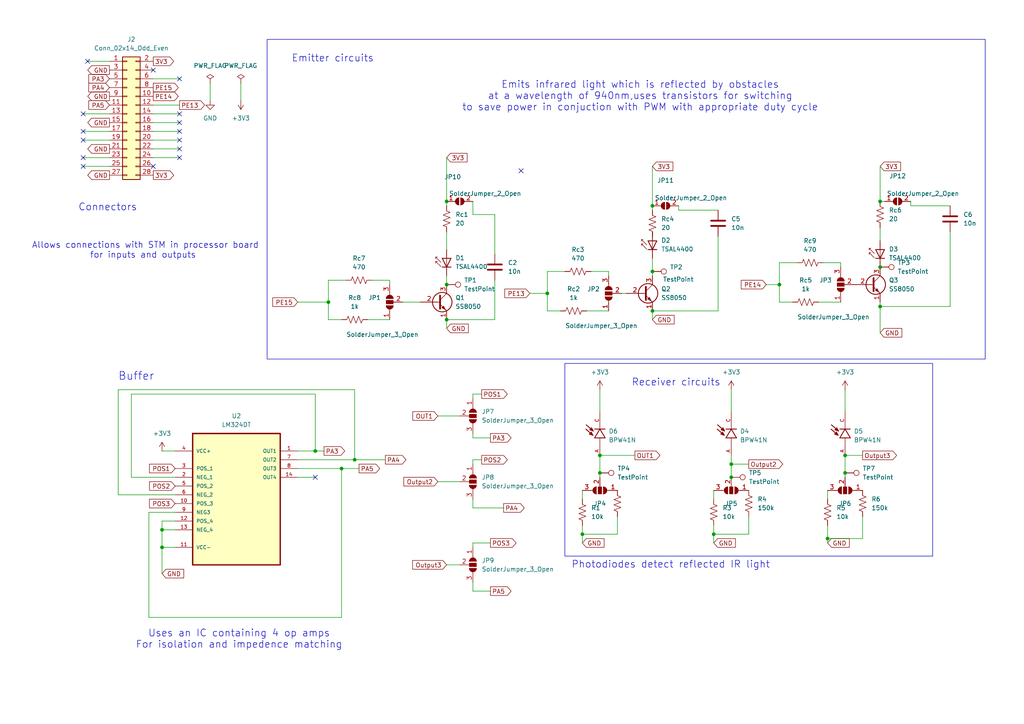
<source format=kicad_sch>
(kicad_sch
	(version 20231120)
	(generator "eeschema")
	(generator_version "8.0")
	(uuid "7f6dfb6a-c733-4b00-9767-28cc737ebc31")
	(paper "A4")
	(title_block
		(title "EEE3088F MICROMOUSE PROJECT: SENSING SUB-SYSTEM")
		(date "2024-04-10")
		(rev "8.0.0")
		(company "UNIVERSITY OF CAPE TOWN")
		(comment 1 "BY: Davhana Delicia")
	)
	(lib_symbols
		(symbol "BPW41N:BPW41N"
			(pin_names
				(offset 1.016)
			)
			(exclude_from_sim no)
			(in_bom yes)
			(on_board yes)
			(property "Reference" "D"
				(at -3.0988 4.4958 0)
				(effects
					(font
						(size 1.27 1.27)
					)
					(justify left bottom)
				)
			)
			(property "Value" "BPW41N"
				(at -3.556 -3.302 0)
				(effects
					(font
						(size 1.27 1.27)
					)
					(justify left bottom)
				)
			)
			(property "Footprint" "BPW41N:DIO_BPW41N"
				(at 0 0 0)
				(effects
					(font
						(size 1.27 1.27)
					)
					(justify bottom)
					(hide yes)
				)
			)
			(property "Datasheet" ""
				(at 0 0 0)
				(effects
					(font
						(size 1.27 1.27)
					)
					(hide yes)
				)
			)
			(property "Description" ""
				(at 0 0 0)
				(effects
					(font
						(size 1.27 1.27)
					)
					(hide yes)
				)
			)
			(property "MF" "Vishay Semiconductor"
				(at 0 0 0)
				(effects
					(font
						(size 1.27 1.27)
					)
					(justify bottom)
					(hide yes)
				)
			)
			(property "MAXIMUM_PACKAGE_HEIGHT" "9.20mm"
				(at 0 0 0)
				(effects
					(font
						(size 1.27 1.27)
					)
					(justify bottom)
					(hide yes)
				)
			)
			(property "Package" "Radial Vishay"
				(at 0 0 0)
				(effects
					(font
						(size 1.27 1.27)
					)
					(justify bottom)
					(hide yes)
				)
			)
			(property "Price" "None"
				(at 0 0 0)
				(effects
					(font
						(size 1.27 1.27)
					)
					(justify bottom)
					(hide yes)
				)
			)
			(property "Check_prices" "https://www.snapeda.com/parts/BPW41N/Vishay+Semiconductor+Opto+Division/view-part/?ref=eda"
				(at 0 0 0)
				(effects
					(font
						(size 1.27 1.27)
					)
					(justify bottom)
					(hide yes)
				)
			)
			(property "STANDARD" "IPC-7351B"
				(at 0 0 0)
				(effects
					(font
						(size 1.27 1.27)
					)
					(justify bottom)
					(hide yes)
				)
			)
			(property "PARTREV" "1.6"
				(at 0 0 0)
				(effects
					(font
						(size 1.27 1.27)
					)
					(justify bottom)
					(hide yes)
				)
			)
			(property "SnapEDA_Link" "https://www.snapeda.com/parts/BPW41N/Vishay+Semiconductor+Opto+Division/view-part/?ref=snap"
				(at 0 0 0)
				(effects
					(font
						(size 1.27 1.27)
					)
					(justify bottom)
					(hide yes)
				)
			)
			(property "MP" "BPW41N"
				(at 0 0 0)
				(effects
					(font
						(size 1.27 1.27)
					)
					(justify bottom)
					(hide yes)
				)
			)
			(property "Description_1" "\nPhotodiode 940nm - 130° Radial, Side View\n"
				(at 0 0 0)
				(effects
					(font
						(size 1.27 1.27)
					)
					(justify bottom)
					(hide yes)
				)
			)
			(property "Availability" "In Stock"
				(at 0 0 0)
				(effects
					(font
						(size 1.27 1.27)
					)
					(justify bottom)
					(hide yes)
				)
			)
			(property "MANUFACTURER" "Vishay"
				(at 0 0 0)
				(effects
					(font
						(size 1.27 1.27)
					)
					(justify bottom)
					(hide yes)
				)
			)
			(symbol "BPW41N_0_0"
				(polyline
					(pts
						(xy -2.54 -1.524) (xy 0 0)
					)
					(stroke
						(width 0.254)
						(type default)
					)
					(fill
						(type none)
					)
				)
				(polyline
					(pts
						(xy -2.54 0) (xy -5.08 0)
					)
					(stroke
						(width 0.1524)
						(type default)
					)
					(fill
						(type none)
					)
				)
				(polyline
					(pts
						(xy -2.54 0) (xy -2.54 -1.524)
					)
					(stroke
						(width 0.254)
						(type default)
					)
					(fill
						(type none)
					)
				)
				(polyline
					(pts
						(xy -2.54 1.524) (xy -2.54 0)
					)
					(stroke
						(width 0.254)
						(type default)
					)
					(fill
						(type none)
					)
				)
				(polyline
					(pts
						(xy -1.778 2.032) (xy -1.4478 2.9972)
					)
					(stroke
						(width 0.254)
						(type default)
					)
					(fill
						(type none)
					)
				)
				(polyline
					(pts
						(xy -1.778 2.032) (xy 0 4.064)
					)
					(stroke
						(width 0.254)
						(type default)
					)
					(fill
						(type none)
					)
				)
				(polyline
					(pts
						(xy -1.4732 2.2606) (xy -1.3462 2.2606)
					)
					(stroke
						(width 0.254)
						(type default)
					)
					(fill
						(type none)
					)
				)
				(polyline
					(pts
						(xy -1.4478 2.9972) (xy -1.4732 2.2606)
					)
					(stroke
						(width 0.254)
						(type default)
					)
					(fill
						(type none)
					)
				)
				(polyline
					(pts
						(xy -1.4478 2.9972) (xy -0.889 2.5146)
					)
					(stroke
						(width 0.254)
						(type default)
					)
					(fill
						(type none)
					)
				)
				(polyline
					(pts
						(xy -1.0668 2.5908) (xy -1.2954 2.4384)
					)
					(stroke
						(width 0.254)
						(type default)
					)
					(fill
						(type none)
					)
				)
				(polyline
					(pts
						(xy -0.889 2.5146) (xy -1.778 2.032)
					)
					(stroke
						(width 0.254)
						(type default)
					)
					(fill
						(type none)
					)
				)
				(polyline
					(pts
						(xy -0.5334 1.9304) (xy -0.2032 2.8956)
					)
					(stroke
						(width 0.254)
						(type default)
					)
					(fill
						(type none)
					)
				)
				(polyline
					(pts
						(xy -0.5334 1.9304) (xy 1.2446 3.9624)
					)
					(stroke
						(width 0.254)
						(type default)
					)
					(fill
						(type none)
					)
				)
				(polyline
					(pts
						(xy -0.2286 2.159) (xy -0.1016 2.159)
					)
					(stroke
						(width 0.254)
						(type default)
					)
					(fill
						(type none)
					)
				)
				(polyline
					(pts
						(xy -0.2032 2.8956) (xy -0.2286 2.159)
					)
					(stroke
						(width 0.254)
						(type default)
					)
					(fill
						(type none)
					)
				)
				(polyline
					(pts
						(xy -0.2032 2.8956) (xy 0.3556 2.413)
					)
					(stroke
						(width 0.254)
						(type default)
					)
					(fill
						(type none)
					)
				)
				(polyline
					(pts
						(xy 0 0) (xy -2.54 1.524)
					)
					(stroke
						(width 0.254)
						(type default)
					)
					(fill
						(type none)
					)
				)
				(polyline
					(pts
						(xy 0 1.524) (xy 0 -1.524)
					)
					(stroke
						(width 0.254)
						(type default)
					)
					(fill
						(type none)
					)
				)
				(polyline
					(pts
						(xy 0.1778 2.4892) (xy -0.0508 2.3368)
					)
					(stroke
						(width 0.254)
						(type default)
					)
					(fill
						(type none)
					)
				)
				(polyline
					(pts
						(xy 0.3556 2.413) (xy -0.5334 1.9304)
					)
					(stroke
						(width 0.254)
						(type default)
					)
					(fill
						(type none)
					)
				)
				(pin passive line
					(at -7.62 0 0)
					(length 2.54)
					(name "~"
						(effects
							(font
								(size 1.016 1.016)
							)
						)
					)
					(number "A"
						(effects
							(font
								(size 1.016 1.016)
							)
						)
					)
				)
				(pin passive line
					(at 5.08 0 180)
					(length 5.08)
					(name "~"
						(effects
							(font
								(size 1.016 1.016)
							)
						)
					)
					(number "C"
						(effects
							(font
								(size 1.016 1.016)
							)
						)
					)
				)
			)
		)
		(symbol "Connector:TestPoint"
			(pin_numbers hide)
			(pin_names
				(offset 0.762) hide)
			(exclude_from_sim no)
			(in_bom yes)
			(on_board yes)
			(property "Reference" "TP"
				(at 0 6.858 0)
				(effects
					(font
						(size 1.27 1.27)
					)
				)
			)
			(property "Value" "TestPoint"
				(at 0 5.08 0)
				(effects
					(font
						(size 1.27 1.27)
					)
				)
			)
			(property "Footprint" ""
				(at 5.08 0 0)
				(effects
					(font
						(size 1.27 1.27)
					)
					(hide yes)
				)
			)
			(property "Datasheet" "~"
				(at 5.08 0 0)
				(effects
					(font
						(size 1.27 1.27)
					)
					(hide yes)
				)
			)
			(property "Description" "test point"
				(at 0 0 0)
				(effects
					(font
						(size 1.27 1.27)
					)
					(hide yes)
				)
			)
			(property "ki_keywords" "test point tp"
				(at 0 0 0)
				(effects
					(font
						(size 1.27 1.27)
					)
					(hide yes)
				)
			)
			(property "ki_fp_filters" "Pin* Test*"
				(at 0 0 0)
				(effects
					(font
						(size 1.27 1.27)
					)
					(hide yes)
				)
			)
			(symbol "TestPoint_0_1"
				(circle
					(center 0 3.302)
					(radius 0.762)
					(stroke
						(width 0)
						(type default)
					)
					(fill
						(type none)
					)
				)
			)
			(symbol "TestPoint_1_1"
				(pin passive line
					(at 0 0 90)
					(length 2.54)
					(name "1"
						(effects
							(font
								(size 1.27 1.27)
							)
						)
					)
					(number "1"
						(effects
							(font
								(size 1.27 1.27)
							)
						)
					)
				)
			)
		)
		(symbol "Connector_Generic:Conn_02x14_Odd_Even"
			(pin_names
				(offset 1.016) hide)
			(exclude_from_sim no)
			(in_bom yes)
			(on_board yes)
			(property "Reference" "J"
				(at 1.27 17.78 0)
				(effects
					(font
						(size 1.27 1.27)
					)
				)
			)
			(property "Value" "Conn_02x14_Odd_Even"
				(at 1.27 -20.32 0)
				(effects
					(font
						(size 1.27 1.27)
					)
				)
			)
			(property "Footprint" ""
				(at 0 0 0)
				(effects
					(font
						(size 1.27 1.27)
					)
					(hide yes)
				)
			)
			(property "Datasheet" "~"
				(at 0 0 0)
				(effects
					(font
						(size 1.27 1.27)
					)
					(hide yes)
				)
			)
			(property "Description" "Generic connector, double row, 02x14, odd/even pin numbering scheme (row 1 odd numbers, row 2 even numbers), script generated (kicad-library-utils/schlib/autogen/connector/)"
				(at 0 0 0)
				(effects
					(font
						(size 1.27 1.27)
					)
					(hide yes)
				)
			)
			(property "ki_keywords" "connector"
				(at 0 0 0)
				(effects
					(font
						(size 1.27 1.27)
					)
					(hide yes)
				)
			)
			(property "ki_fp_filters" "Connector*:*_2x??_*"
				(at 0 0 0)
				(effects
					(font
						(size 1.27 1.27)
					)
					(hide yes)
				)
			)
			(symbol "Conn_02x14_Odd_Even_1_1"
				(rectangle
					(start -1.27 -17.653)
					(end 0 -17.907)
					(stroke
						(width 0.1524)
						(type default)
					)
					(fill
						(type none)
					)
				)
				(rectangle
					(start -1.27 -15.113)
					(end 0 -15.367)
					(stroke
						(width 0.1524)
						(type default)
					)
					(fill
						(type none)
					)
				)
				(rectangle
					(start -1.27 -12.573)
					(end 0 -12.827)
					(stroke
						(width 0.1524)
						(type default)
					)
					(fill
						(type none)
					)
				)
				(rectangle
					(start -1.27 -10.033)
					(end 0 -10.287)
					(stroke
						(width 0.1524)
						(type default)
					)
					(fill
						(type none)
					)
				)
				(rectangle
					(start -1.27 -7.493)
					(end 0 -7.747)
					(stroke
						(width 0.1524)
						(type default)
					)
					(fill
						(type none)
					)
				)
				(rectangle
					(start -1.27 -4.953)
					(end 0 -5.207)
					(stroke
						(width 0.1524)
						(type default)
					)
					(fill
						(type none)
					)
				)
				(rectangle
					(start -1.27 -2.413)
					(end 0 -2.667)
					(stroke
						(width 0.1524)
						(type default)
					)
					(fill
						(type none)
					)
				)
				(rectangle
					(start -1.27 0.127)
					(end 0 -0.127)
					(stroke
						(width 0.1524)
						(type default)
					)
					(fill
						(type none)
					)
				)
				(rectangle
					(start -1.27 2.667)
					(end 0 2.413)
					(stroke
						(width 0.1524)
						(type default)
					)
					(fill
						(type none)
					)
				)
				(rectangle
					(start -1.27 5.207)
					(end 0 4.953)
					(stroke
						(width 0.1524)
						(type default)
					)
					(fill
						(type none)
					)
				)
				(rectangle
					(start -1.27 7.747)
					(end 0 7.493)
					(stroke
						(width 0.1524)
						(type default)
					)
					(fill
						(type none)
					)
				)
				(rectangle
					(start -1.27 10.287)
					(end 0 10.033)
					(stroke
						(width 0.1524)
						(type default)
					)
					(fill
						(type none)
					)
				)
				(rectangle
					(start -1.27 12.827)
					(end 0 12.573)
					(stroke
						(width 0.1524)
						(type default)
					)
					(fill
						(type none)
					)
				)
				(rectangle
					(start -1.27 15.367)
					(end 0 15.113)
					(stroke
						(width 0.1524)
						(type default)
					)
					(fill
						(type none)
					)
				)
				(rectangle
					(start -1.27 16.51)
					(end 3.81 -19.05)
					(stroke
						(width 0.254)
						(type default)
					)
					(fill
						(type background)
					)
				)
				(rectangle
					(start 3.81 -17.653)
					(end 2.54 -17.907)
					(stroke
						(width 0.1524)
						(type default)
					)
					(fill
						(type none)
					)
				)
				(rectangle
					(start 3.81 -15.113)
					(end 2.54 -15.367)
					(stroke
						(width 0.1524)
						(type default)
					)
					(fill
						(type none)
					)
				)
				(rectangle
					(start 3.81 -12.573)
					(end 2.54 -12.827)
					(stroke
						(width 0.1524)
						(type default)
					)
					(fill
						(type none)
					)
				)
				(rectangle
					(start 3.81 -10.033)
					(end 2.54 -10.287)
					(stroke
						(width 0.1524)
						(type default)
					)
					(fill
						(type none)
					)
				)
				(rectangle
					(start 3.81 -7.493)
					(end 2.54 -7.747)
					(stroke
						(width 0.1524)
						(type default)
					)
					(fill
						(type none)
					)
				)
				(rectangle
					(start 3.81 -4.953)
					(end 2.54 -5.207)
					(stroke
						(width 0.1524)
						(type default)
					)
					(fill
						(type none)
					)
				)
				(rectangle
					(start 3.81 -2.413)
					(end 2.54 -2.667)
					(stroke
						(width 0.1524)
						(type default)
					)
					(fill
						(type none)
					)
				)
				(rectangle
					(start 3.81 0.127)
					(end 2.54 -0.127)
					(stroke
						(width 0.1524)
						(type default)
					)
					(fill
						(type none)
					)
				)
				(rectangle
					(start 3.81 2.667)
					(end 2.54 2.413)
					(stroke
						(width 0.1524)
						(type default)
					)
					(fill
						(type none)
					)
				)
				(rectangle
					(start 3.81 5.207)
					(end 2.54 4.953)
					(stroke
						(width 0.1524)
						(type default)
					)
					(fill
						(type none)
					)
				)
				(rectangle
					(start 3.81 7.747)
					(end 2.54 7.493)
					(stroke
						(width 0.1524)
						(type default)
					)
					(fill
						(type none)
					)
				)
				(rectangle
					(start 3.81 10.287)
					(end 2.54 10.033)
					(stroke
						(width 0.1524)
						(type default)
					)
					(fill
						(type none)
					)
				)
				(rectangle
					(start 3.81 12.827)
					(end 2.54 12.573)
					(stroke
						(width 0.1524)
						(type default)
					)
					(fill
						(type none)
					)
				)
				(rectangle
					(start 3.81 15.367)
					(end 2.54 15.113)
					(stroke
						(width 0.1524)
						(type default)
					)
					(fill
						(type none)
					)
				)
				(pin passive line
					(at -5.08 15.24 0)
					(length 3.81)
					(name "Pin_1"
						(effects
							(font
								(size 1.27 1.27)
							)
						)
					)
					(number "1"
						(effects
							(font
								(size 1.27 1.27)
							)
						)
					)
				)
				(pin passive line
					(at 7.62 5.08 180)
					(length 3.81)
					(name "Pin_10"
						(effects
							(font
								(size 1.27 1.27)
							)
						)
					)
					(number "10"
						(effects
							(font
								(size 1.27 1.27)
							)
						)
					)
				)
				(pin passive line
					(at -5.08 2.54 0)
					(length 3.81)
					(name "Pin_11"
						(effects
							(font
								(size 1.27 1.27)
							)
						)
					)
					(number "11"
						(effects
							(font
								(size 1.27 1.27)
							)
						)
					)
				)
				(pin passive line
					(at 7.62 2.54 180)
					(length 3.81)
					(name "Pin_12"
						(effects
							(font
								(size 1.27 1.27)
							)
						)
					)
					(number "12"
						(effects
							(font
								(size 1.27 1.27)
							)
						)
					)
				)
				(pin passive line
					(at -5.08 0 0)
					(length 3.81)
					(name "Pin_13"
						(effects
							(font
								(size 1.27 1.27)
							)
						)
					)
					(number "13"
						(effects
							(font
								(size 1.27 1.27)
							)
						)
					)
				)
				(pin passive line
					(at 7.62 0 180)
					(length 3.81)
					(name "Pin_14"
						(effects
							(font
								(size 1.27 1.27)
							)
						)
					)
					(number "14"
						(effects
							(font
								(size 1.27 1.27)
							)
						)
					)
				)
				(pin passive line
					(at -5.08 -2.54 0)
					(length 3.81)
					(name "Pin_15"
						(effects
							(font
								(size 1.27 1.27)
							)
						)
					)
					(number "15"
						(effects
							(font
								(size 1.27 1.27)
							)
						)
					)
				)
				(pin passive line
					(at 7.62 -2.54 180)
					(length 3.81)
					(name "Pin_16"
						(effects
							(font
								(size 1.27 1.27)
							)
						)
					)
					(number "16"
						(effects
							(font
								(size 1.27 1.27)
							)
						)
					)
				)
				(pin passive line
					(at -5.08 -5.08 0)
					(length 3.81)
					(name "Pin_17"
						(effects
							(font
								(size 1.27 1.27)
							)
						)
					)
					(number "17"
						(effects
							(font
								(size 1.27 1.27)
							)
						)
					)
				)
				(pin passive line
					(at 7.62 -5.08 180)
					(length 3.81)
					(name "Pin_18"
						(effects
							(font
								(size 1.27 1.27)
							)
						)
					)
					(number "18"
						(effects
							(font
								(size 1.27 1.27)
							)
						)
					)
				)
				(pin passive line
					(at -5.08 -7.62 0)
					(length 3.81)
					(name "Pin_19"
						(effects
							(font
								(size 1.27 1.27)
							)
						)
					)
					(number "19"
						(effects
							(font
								(size 1.27 1.27)
							)
						)
					)
				)
				(pin passive line
					(at 7.62 15.24 180)
					(length 3.81)
					(name "Pin_2"
						(effects
							(font
								(size 1.27 1.27)
							)
						)
					)
					(number "2"
						(effects
							(font
								(size 1.27 1.27)
							)
						)
					)
				)
				(pin passive line
					(at 7.62 -7.62 180)
					(length 3.81)
					(name "Pin_20"
						(effects
							(font
								(size 1.27 1.27)
							)
						)
					)
					(number "20"
						(effects
							(font
								(size 1.27 1.27)
							)
						)
					)
				)
				(pin passive line
					(at -5.08 -10.16 0)
					(length 3.81)
					(name "Pin_21"
						(effects
							(font
								(size 1.27 1.27)
							)
						)
					)
					(number "21"
						(effects
							(font
								(size 1.27 1.27)
							)
						)
					)
				)
				(pin passive line
					(at 7.62 -10.16 180)
					(length 3.81)
					(name "Pin_22"
						(effects
							(font
								(size 1.27 1.27)
							)
						)
					)
					(number "22"
						(effects
							(font
								(size 1.27 1.27)
							)
						)
					)
				)
				(pin passive line
					(at -5.08 -12.7 0)
					(length 3.81)
					(name "Pin_23"
						(effects
							(font
								(size 1.27 1.27)
							)
						)
					)
					(number "23"
						(effects
							(font
								(size 1.27 1.27)
							)
						)
					)
				)
				(pin passive line
					(at 7.62 -12.7 180)
					(length 3.81)
					(name "Pin_24"
						(effects
							(font
								(size 1.27 1.27)
							)
						)
					)
					(number "24"
						(effects
							(font
								(size 1.27 1.27)
							)
						)
					)
				)
				(pin passive line
					(at -5.08 -15.24 0)
					(length 3.81)
					(name "Pin_25"
						(effects
							(font
								(size 1.27 1.27)
							)
						)
					)
					(number "25"
						(effects
							(font
								(size 1.27 1.27)
							)
						)
					)
				)
				(pin passive line
					(at 7.62 -15.24 180)
					(length 3.81)
					(name "Pin_26"
						(effects
							(font
								(size 1.27 1.27)
							)
						)
					)
					(number "26"
						(effects
							(font
								(size 1.27 1.27)
							)
						)
					)
				)
				(pin passive line
					(at -5.08 -17.78 0)
					(length 3.81)
					(name "Pin_27"
						(effects
							(font
								(size 1.27 1.27)
							)
						)
					)
					(number "27"
						(effects
							(font
								(size 1.27 1.27)
							)
						)
					)
				)
				(pin passive line
					(at 7.62 -17.78 180)
					(length 3.81)
					(name "Pin_28"
						(effects
							(font
								(size 1.27 1.27)
							)
						)
					)
					(number "28"
						(effects
							(font
								(size 1.27 1.27)
							)
						)
					)
				)
				(pin passive line
					(at -5.08 12.7 0)
					(length 3.81)
					(name "Pin_3"
						(effects
							(font
								(size 1.27 1.27)
							)
						)
					)
					(number "3"
						(effects
							(font
								(size 1.27 1.27)
							)
						)
					)
				)
				(pin passive line
					(at 7.62 12.7 180)
					(length 3.81)
					(name "Pin_4"
						(effects
							(font
								(size 1.27 1.27)
							)
						)
					)
					(number "4"
						(effects
							(font
								(size 1.27 1.27)
							)
						)
					)
				)
				(pin passive line
					(at -5.08 10.16 0)
					(length 3.81)
					(name "Pin_5"
						(effects
							(font
								(size 1.27 1.27)
							)
						)
					)
					(number "5"
						(effects
							(font
								(size 1.27 1.27)
							)
						)
					)
				)
				(pin passive line
					(at 7.62 10.16 180)
					(length 3.81)
					(name "Pin_6"
						(effects
							(font
								(size 1.27 1.27)
							)
						)
					)
					(number "6"
						(effects
							(font
								(size 1.27 1.27)
							)
						)
					)
				)
				(pin passive line
					(at -5.08 7.62 0)
					(length 3.81)
					(name "Pin_7"
						(effects
							(font
								(size 1.27 1.27)
							)
						)
					)
					(number "7"
						(effects
							(font
								(size 1.27 1.27)
							)
						)
					)
				)
				(pin passive line
					(at 7.62 7.62 180)
					(length 3.81)
					(name "Pin_8"
						(effects
							(font
								(size 1.27 1.27)
							)
						)
					)
					(number "8"
						(effects
							(font
								(size 1.27 1.27)
							)
						)
					)
				)
				(pin passive line
					(at -5.08 5.08 0)
					(length 3.81)
					(name "Pin_9"
						(effects
							(font
								(size 1.27 1.27)
							)
						)
					)
					(number "9"
						(effects
							(font
								(size 1.27 1.27)
							)
						)
					)
				)
			)
		)
		(symbol "Device:C"
			(pin_numbers hide)
			(pin_names
				(offset 0.254)
			)
			(exclude_from_sim no)
			(in_bom yes)
			(on_board yes)
			(property "Reference" "C"
				(at 0.635 2.54 0)
				(effects
					(font
						(size 1.27 1.27)
					)
					(justify left)
				)
			)
			(property "Value" "C"
				(at 0.635 -2.54 0)
				(effects
					(font
						(size 1.27 1.27)
					)
					(justify left)
				)
			)
			(property "Footprint" ""
				(at 0.9652 -3.81 0)
				(effects
					(font
						(size 1.27 1.27)
					)
					(hide yes)
				)
			)
			(property "Datasheet" "~"
				(at 0 0 0)
				(effects
					(font
						(size 1.27 1.27)
					)
					(hide yes)
				)
			)
			(property "Description" "Unpolarized capacitor"
				(at 0 0 0)
				(effects
					(font
						(size 1.27 1.27)
					)
					(hide yes)
				)
			)
			(property "ki_keywords" "cap capacitor"
				(at 0 0 0)
				(effects
					(font
						(size 1.27 1.27)
					)
					(hide yes)
				)
			)
			(property "ki_fp_filters" "C_*"
				(at 0 0 0)
				(effects
					(font
						(size 1.27 1.27)
					)
					(hide yes)
				)
			)
			(symbol "C_0_1"
				(polyline
					(pts
						(xy -2.032 -0.762) (xy 2.032 -0.762)
					)
					(stroke
						(width 0.508)
						(type default)
					)
					(fill
						(type none)
					)
				)
				(polyline
					(pts
						(xy -2.032 0.762) (xy 2.032 0.762)
					)
					(stroke
						(width 0.508)
						(type default)
					)
					(fill
						(type none)
					)
				)
			)
			(symbol "C_1_1"
				(pin passive line
					(at 0 3.81 270)
					(length 2.794)
					(name "~"
						(effects
							(font
								(size 1.27 1.27)
							)
						)
					)
					(number "1"
						(effects
							(font
								(size 1.27 1.27)
							)
						)
					)
				)
				(pin passive line
					(at 0 -3.81 90)
					(length 2.794)
					(name "~"
						(effects
							(font
								(size 1.27 1.27)
							)
						)
					)
					(number "2"
						(effects
							(font
								(size 1.27 1.27)
							)
						)
					)
				)
			)
		)
		(symbol "Device:R_US"
			(pin_numbers hide)
			(pin_names
				(offset 0)
			)
			(exclude_from_sim no)
			(in_bom yes)
			(on_board yes)
			(property "Reference" "R"
				(at 2.54 0 90)
				(effects
					(font
						(size 1.27 1.27)
					)
				)
			)
			(property "Value" "R_US"
				(at -2.54 0 90)
				(effects
					(font
						(size 1.27 1.27)
					)
				)
			)
			(property "Footprint" ""
				(at 1.016 -0.254 90)
				(effects
					(font
						(size 1.27 1.27)
					)
					(hide yes)
				)
			)
			(property "Datasheet" "~"
				(at 0 0 0)
				(effects
					(font
						(size 1.27 1.27)
					)
					(hide yes)
				)
			)
			(property "Description" "Resistor, US symbol"
				(at 0 0 0)
				(effects
					(font
						(size 1.27 1.27)
					)
					(hide yes)
				)
			)
			(property "ki_keywords" "R res resistor"
				(at 0 0 0)
				(effects
					(font
						(size 1.27 1.27)
					)
					(hide yes)
				)
			)
			(property "ki_fp_filters" "R_*"
				(at 0 0 0)
				(effects
					(font
						(size 1.27 1.27)
					)
					(hide yes)
				)
			)
			(symbol "R_US_0_1"
				(polyline
					(pts
						(xy 0 -2.286) (xy 0 -2.54)
					)
					(stroke
						(width 0)
						(type default)
					)
					(fill
						(type none)
					)
				)
				(polyline
					(pts
						(xy 0 2.286) (xy 0 2.54)
					)
					(stroke
						(width 0)
						(type default)
					)
					(fill
						(type none)
					)
				)
				(polyline
					(pts
						(xy 0 -0.762) (xy 1.016 -1.143) (xy 0 -1.524) (xy -1.016 -1.905) (xy 0 -2.286)
					)
					(stroke
						(width 0)
						(type default)
					)
					(fill
						(type none)
					)
				)
				(polyline
					(pts
						(xy 0 0.762) (xy 1.016 0.381) (xy 0 0) (xy -1.016 -0.381) (xy 0 -0.762)
					)
					(stroke
						(width 0)
						(type default)
					)
					(fill
						(type none)
					)
				)
				(polyline
					(pts
						(xy 0 2.286) (xy 1.016 1.905) (xy 0 1.524) (xy -1.016 1.143) (xy 0 0.762)
					)
					(stroke
						(width 0)
						(type default)
					)
					(fill
						(type none)
					)
				)
			)
			(symbol "R_US_1_1"
				(pin passive line
					(at 0 3.81 270)
					(length 1.27)
					(name "~"
						(effects
							(font
								(size 1.27 1.27)
							)
						)
					)
					(number "1"
						(effects
							(font
								(size 1.27 1.27)
							)
						)
					)
				)
				(pin passive line
					(at 0 -3.81 90)
					(length 1.27)
					(name "~"
						(effects
							(font
								(size 1.27 1.27)
							)
						)
					)
					(number "2"
						(effects
							(font
								(size 1.27 1.27)
							)
						)
					)
				)
			)
		)
		(symbol "Jumper:SolderJumper_2_Open"
			(pin_names
				(offset 0) hide)
			(exclude_from_sim no)
			(in_bom yes)
			(on_board yes)
			(property "Reference" "JP"
				(at 0 2.032 0)
				(effects
					(font
						(size 1.27 1.27)
					)
				)
			)
			(property "Value" "SolderJumper_2_Open"
				(at 0 -2.54 0)
				(effects
					(font
						(size 1.27 1.27)
					)
				)
			)
			(property "Footprint" ""
				(at 0 0 0)
				(effects
					(font
						(size 1.27 1.27)
					)
					(hide yes)
				)
			)
			(property "Datasheet" "~"
				(at 0 0 0)
				(effects
					(font
						(size 1.27 1.27)
					)
					(hide yes)
				)
			)
			(property "Description" "Solder Jumper, 2-pole, open"
				(at 0 0 0)
				(effects
					(font
						(size 1.27 1.27)
					)
					(hide yes)
				)
			)
			(property "ki_keywords" "solder jumper SPST"
				(at 0 0 0)
				(effects
					(font
						(size 1.27 1.27)
					)
					(hide yes)
				)
			)
			(property "ki_fp_filters" "SolderJumper*Open*"
				(at 0 0 0)
				(effects
					(font
						(size 1.27 1.27)
					)
					(hide yes)
				)
			)
			(symbol "SolderJumper_2_Open_0_1"
				(arc
					(start -0.254 1.016)
					(mid -1.2656 0)
					(end -0.254 -1.016)
					(stroke
						(width 0)
						(type default)
					)
					(fill
						(type none)
					)
				)
				(arc
					(start -0.254 1.016)
					(mid -1.2656 0)
					(end -0.254 -1.016)
					(stroke
						(width 0)
						(type default)
					)
					(fill
						(type outline)
					)
				)
				(polyline
					(pts
						(xy -0.254 1.016) (xy -0.254 -1.016)
					)
					(stroke
						(width 0)
						(type default)
					)
					(fill
						(type none)
					)
				)
				(polyline
					(pts
						(xy 0.254 1.016) (xy 0.254 -1.016)
					)
					(stroke
						(width 0)
						(type default)
					)
					(fill
						(type none)
					)
				)
				(arc
					(start 0.254 -1.016)
					(mid 1.2656 0)
					(end 0.254 1.016)
					(stroke
						(width 0)
						(type default)
					)
					(fill
						(type none)
					)
				)
				(arc
					(start 0.254 -1.016)
					(mid 1.2656 0)
					(end 0.254 1.016)
					(stroke
						(width 0)
						(type default)
					)
					(fill
						(type outline)
					)
				)
			)
			(symbol "SolderJumper_2_Open_1_1"
				(pin passive line
					(at -3.81 0 0)
					(length 2.54)
					(name "A"
						(effects
							(font
								(size 1.27 1.27)
							)
						)
					)
					(number "1"
						(effects
							(font
								(size 1.27 1.27)
							)
						)
					)
				)
				(pin passive line
					(at 3.81 0 180)
					(length 2.54)
					(name "B"
						(effects
							(font
								(size 1.27 1.27)
							)
						)
					)
					(number "2"
						(effects
							(font
								(size 1.27 1.27)
							)
						)
					)
				)
			)
		)
		(symbol "Jumper:SolderJumper_3_Open"
			(pin_names
				(offset 0) hide)
			(exclude_from_sim no)
			(in_bom yes)
			(on_board yes)
			(property "Reference" "JP"
				(at -2.54 -2.54 0)
				(effects
					(font
						(size 1.27 1.27)
					)
				)
			)
			(property "Value" "SolderJumper_3_Open"
				(at 0 2.794 0)
				(effects
					(font
						(size 1.27 1.27)
					)
				)
			)
			(property "Footprint" ""
				(at 0 0 0)
				(effects
					(font
						(size 1.27 1.27)
					)
					(hide yes)
				)
			)
			(property "Datasheet" "~"
				(at 0 0 0)
				(effects
					(font
						(size 1.27 1.27)
					)
					(hide yes)
				)
			)
			(property "Description" "Solder Jumper, 3-pole, open"
				(at 0 0 0)
				(effects
					(font
						(size 1.27 1.27)
					)
					(hide yes)
				)
			)
			(property "ki_keywords" "Solder Jumper SPDT"
				(at 0 0 0)
				(effects
					(font
						(size 1.27 1.27)
					)
					(hide yes)
				)
			)
			(property "ki_fp_filters" "SolderJumper*Open*"
				(at 0 0 0)
				(effects
					(font
						(size 1.27 1.27)
					)
					(hide yes)
				)
			)
			(symbol "SolderJumper_3_Open_0_1"
				(arc
					(start -1.016 1.016)
					(mid -2.0276 0)
					(end -1.016 -1.016)
					(stroke
						(width 0)
						(type default)
					)
					(fill
						(type none)
					)
				)
				(arc
					(start -1.016 1.016)
					(mid -2.0276 0)
					(end -1.016 -1.016)
					(stroke
						(width 0)
						(type default)
					)
					(fill
						(type outline)
					)
				)
				(rectangle
					(start -0.508 1.016)
					(end 0.508 -1.016)
					(stroke
						(width 0)
						(type default)
					)
					(fill
						(type outline)
					)
				)
				(polyline
					(pts
						(xy -2.54 0) (xy -2.032 0)
					)
					(stroke
						(width 0)
						(type default)
					)
					(fill
						(type none)
					)
				)
				(polyline
					(pts
						(xy -1.016 1.016) (xy -1.016 -1.016)
					)
					(stroke
						(width 0)
						(type default)
					)
					(fill
						(type none)
					)
				)
				(polyline
					(pts
						(xy 0 -1.27) (xy 0 -1.016)
					)
					(stroke
						(width 0)
						(type default)
					)
					(fill
						(type none)
					)
				)
				(polyline
					(pts
						(xy 1.016 1.016) (xy 1.016 -1.016)
					)
					(stroke
						(width 0)
						(type default)
					)
					(fill
						(type none)
					)
				)
				(polyline
					(pts
						(xy 2.54 0) (xy 2.032 0)
					)
					(stroke
						(width 0)
						(type default)
					)
					(fill
						(type none)
					)
				)
				(arc
					(start 1.016 -1.016)
					(mid 2.0276 0)
					(end 1.016 1.016)
					(stroke
						(width 0)
						(type default)
					)
					(fill
						(type none)
					)
				)
				(arc
					(start 1.016 -1.016)
					(mid 2.0276 0)
					(end 1.016 1.016)
					(stroke
						(width 0)
						(type default)
					)
					(fill
						(type outline)
					)
				)
			)
			(symbol "SolderJumper_3_Open_1_1"
				(pin passive line
					(at -5.08 0 0)
					(length 2.54)
					(name "A"
						(effects
							(font
								(size 1.27 1.27)
							)
						)
					)
					(number "1"
						(effects
							(font
								(size 1.27 1.27)
							)
						)
					)
				)
				(pin passive line
					(at 0 -3.81 90)
					(length 2.54)
					(name "C"
						(effects
							(font
								(size 1.27 1.27)
							)
						)
					)
					(number "2"
						(effects
							(font
								(size 1.27 1.27)
							)
						)
					)
				)
				(pin passive line
					(at 5.08 0 180)
					(length 2.54)
					(name "B"
						(effects
							(font
								(size 1.27 1.27)
							)
						)
					)
					(number "3"
						(effects
							(font
								(size 1.27 1.27)
							)
						)
					)
				)
			)
		)
		(symbol "LED:TSAL4400"
			(pin_numbers hide)
			(pin_names
				(offset 1.016) hide)
			(exclude_from_sim no)
			(in_bom yes)
			(on_board yes)
			(property "Reference" "D"
				(at 0.508 1.778 0)
				(effects
					(font
						(size 1.27 1.27)
					)
					(justify left)
				)
			)
			(property "Value" "TSAL4400"
				(at -1.016 -2.794 0)
				(effects
					(font
						(size 1.27 1.27)
					)
				)
			)
			(property "Footprint" "LED_THT:LED_D3.0mm_IRBlack"
				(at 0 4.445 0)
				(effects
					(font
						(size 1.27 1.27)
					)
					(hide yes)
				)
			)
			(property "Datasheet" "http://www.vishay.com/docs/81006/tsal4400.pdf"
				(at -1.27 0 0)
				(effects
					(font
						(size 1.27 1.27)
					)
					(hide yes)
				)
			)
			(property "Description" "Infrared LED , 3mm LED package"
				(at 0 0 0)
				(effects
					(font
						(size 1.27 1.27)
					)
					(hide yes)
				)
			)
			(property "ki_keywords" "opto IR LED"
				(at 0 0 0)
				(effects
					(font
						(size 1.27 1.27)
					)
					(hide yes)
				)
			)
			(property "ki_fp_filters" "LED*3.0mm*IRBlack*"
				(at 0 0 0)
				(effects
					(font
						(size 1.27 1.27)
					)
					(hide yes)
				)
			)
			(symbol "TSAL4400_0_1"
				(polyline
					(pts
						(xy -2.54 1.27) (xy -2.54 -1.27)
					)
					(stroke
						(width 0.254)
						(type default)
					)
					(fill
						(type none)
					)
				)
				(polyline
					(pts
						(xy 0 0) (xy -2.54 0)
					)
					(stroke
						(width 0)
						(type default)
					)
					(fill
						(type none)
					)
				)
				(polyline
					(pts
						(xy 0.381 3.175) (xy -0.127 3.175)
					)
					(stroke
						(width 0)
						(type default)
					)
					(fill
						(type none)
					)
				)
				(polyline
					(pts
						(xy -1.143 1.651) (xy 0.381 3.175) (xy 0.381 2.667)
					)
					(stroke
						(width 0)
						(type default)
					)
					(fill
						(type none)
					)
				)
				(polyline
					(pts
						(xy 0 1.27) (xy -2.54 0) (xy 0 -1.27) (xy 0 1.27)
					)
					(stroke
						(width 0.254)
						(type default)
					)
					(fill
						(type none)
					)
				)
				(polyline
					(pts
						(xy -2.413 1.651) (xy -0.889 3.175) (xy -0.889 2.667) (xy -0.889 3.175) (xy -1.397 3.175)
					)
					(stroke
						(width 0)
						(type default)
					)
					(fill
						(type none)
					)
				)
			)
			(symbol "TSAL4400_1_1"
				(pin passive line
					(at -5.08 0 0)
					(length 2.54)
					(name "K"
						(effects
							(font
								(size 1.27 1.27)
							)
						)
					)
					(number "1"
						(effects
							(font
								(size 1.27 1.27)
							)
						)
					)
				)
				(pin passive line
					(at 2.54 0 180)
					(length 2.54)
					(name "A"
						(effects
							(font
								(size 1.27 1.27)
							)
						)
					)
					(number "2"
						(effects
							(font
								(size 1.27 1.27)
							)
						)
					)
				)
			)
		)
		(symbol "LM324DT:LM324DT"
			(pin_names
				(offset 1.016)
			)
			(exclude_from_sim no)
			(in_bom yes)
			(on_board yes)
			(property "Reference" "U"
				(at -5.5989 16.3894 0)
				(effects
					(font
						(size 1.27 1.27)
					)
					(justify left bottom)
				)
			)
			(property "Value" "LM324DT"
				(at -4.6241 -26.0171 0)
				(effects
					(font
						(size 1.27 1.27)
					)
					(justify left bottom)
				)
			)
			(property "Footprint" "LM324DT:SOIC127P600X175-14N"
				(at 0 0 0)
				(effects
					(font
						(size 1.27 1.27)
					)
					(justify bottom)
					(hide yes)
				)
			)
			(property "Datasheet" ""
				(at 0 0 0)
				(effects
					(font
						(size 1.27 1.27)
					)
					(hide yes)
				)
			)
			(property "Description" ""
				(at 0 0 0)
				(effects
					(font
						(size 1.27 1.27)
					)
					(hide yes)
				)
			)
			(property "MF" "STMicroelectronics"
				(at 0 0 0)
				(effects
					(font
						(size 1.27 1.27)
					)
					(justify bottom)
					(hide yes)
				)
			)
			(property "Description_1" "\nGeneral Purpose Amplifier 4 Circuit - 14-SO\n"
				(at 0 0 0)
				(effects
					(font
						(size 1.27 1.27)
					)
					(justify bottom)
					(hide yes)
				)
			)
			(property "PACKAGE" "SOIC-14"
				(at 0 0 0)
				(effects
					(font
						(size 1.27 1.27)
					)
					(justify bottom)
					(hide yes)
				)
			)
			(property "MPN" "LM324DT"
				(at 0 0 0)
				(effects
					(font
						(size 1.27 1.27)
					)
					(justify bottom)
					(hide yes)
				)
			)
			(property "Price" "None"
				(at 0 0 0)
				(effects
					(font
						(size 1.27 1.27)
					)
					(justify bottom)
					(hide yes)
				)
			)
			(property "Package" "SOIC-14 STMicroelectronics"
				(at 0 0 0)
				(effects
					(font
						(size 1.27 1.27)
					)
					(justify bottom)
					(hide yes)
				)
			)
			(property "OC_FARNELL" "1262985"
				(at 0 0 0)
				(effects
					(font
						(size 1.27 1.27)
					)
					(justify bottom)
					(hide yes)
				)
			)
			(property "SnapEDA_Link" "https://www.snapeda.com/parts/LM324DT/STMicroelectronics/view-part/?ref=snap"
				(at 0 0 0)
				(effects
					(font
						(size 1.27 1.27)
					)
					(justify bottom)
					(hide yes)
				)
			)
			(property "MP" "LM324DT"
				(at 0 0 0)
				(effects
					(font
						(size 1.27 1.27)
					)
					(justify bottom)
					(hide yes)
				)
			)
			(property "SUPPLIER" "STMICROELECTRONICS"
				(at 0 0 0)
				(effects
					(font
						(size 1.27 1.27)
					)
					(justify bottom)
					(hide yes)
				)
			)
			(property "OC_NEWARK" "89K0691"
				(at 0 0 0)
				(effects
					(font
						(size 1.27 1.27)
					)
					(justify bottom)
					(hide yes)
				)
			)
			(property "Availability" "In Stock"
				(at 0 0 0)
				(effects
					(font
						(size 1.27 1.27)
					)
					(justify bottom)
					(hide yes)
				)
			)
			(property "Check_prices" "https://www.snapeda.com/parts/LM324DT/STMicroelectronics/view-part/?ref=eda"
				(at 0 0 0)
				(effects
					(font
						(size 1.27 1.27)
					)
					(justify bottom)
					(hide yes)
				)
			)
			(symbol "LM324DT_0_0"
				(rectangle
					(start -12.7 -22.86)
					(end 12.7 15.24)
					(stroke
						(width 0.4064)
						(type default)
					)
					(fill
						(type background)
					)
				)
				(pin output line
					(at 17.78 10.16 180)
					(length 5.08)
					(name "OUT1"
						(effects
							(font
								(size 1.016 1.016)
							)
						)
					)
					(number "1"
						(effects
							(font
								(size 1.016 1.016)
							)
						)
					)
				)
				(pin input line
					(at -17.78 -5.08 0)
					(length 5.08)
					(name "POS_3"
						(effects
							(font
								(size 1.016 1.016)
							)
						)
					)
					(number "10"
						(effects
							(font
								(size 1.016 1.016)
							)
						)
					)
				)
				(pin power_in line
					(at -17.78 -17.78 0)
					(length 5.08)
					(name "VCC-"
						(effects
							(font
								(size 1.016 1.016)
							)
						)
					)
					(number "11"
						(effects
							(font
								(size 1.016 1.016)
							)
						)
					)
				)
				(pin input line
					(at -17.78 -10.16 0)
					(length 5.08)
					(name "POS_4"
						(effects
							(font
								(size 1.016 1.016)
							)
						)
					)
					(number "12"
						(effects
							(font
								(size 1.016 1.016)
							)
						)
					)
				)
				(pin input line
					(at -17.78 -12.7 0)
					(length 5.08)
					(name "NEG_4"
						(effects
							(font
								(size 1.016 1.016)
							)
						)
					)
					(number "13"
						(effects
							(font
								(size 1.016 1.016)
							)
						)
					)
				)
				(pin output line
					(at 17.78 2.54 180)
					(length 5.08)
					(name "OUT4"
						(effects
							(font
								(size 1.016 1.016)
							)
						)
					)
					(number "14"
						(effects
							(font
								(size 1.016 1.016)
							)
						)
					)
				)
				(pin input line
					(at -17.78 2.54 0)
					(length 5.08)
					(name "NEG_1"
						(effects
							(font
								(size 1.016 1.016)
							)
						)
					)
					(number "2"
						(effects
							(font
								(size 1.016 1.016)
							)
						)
					)
				)
				(pin input line
					(at -17.78 5.08 0)
					(length 5.08)
					(name "POS_1"
						(effects
							(font
								(size 1.016 1.016)
							)
						)
					)
					(number "3"
						(effects
							(font
								(size 1.016 1.016)
							)
						)
					)
				)
				(pin power_in line
					(at -17.78 10.16 0)
					(length 5.08)
					(name "VCC+"
						(effects
							(font
								(size 1.016 1.016)
							)
						)
					)
					(number "4"
						(effects
							(font
								(size 1.016 1.016)
							)
						)
					)
				)
				(pin input line
					(at -17.78 0 0)
					(length 5.08)
					(name "POS_2"
						(effects
							(font
								(size 1.016 1.016)
							)
						)
					)
					(number "5"
						(effects
							(font
								(size 1.016 1.016)
							)
						)
					)
				)
				(pin input line
					(at -17.78 -2.54 0)
					(length 5.08)
					(name "NEG_2"
						(effects
							(font
								(size 1.016 1.016)
							)
						)
					)
					(number "6"
						(effects
							(font
								(size 1.016 1.016)
							)
						)
					)
				)
				(pin output line
					(at 17.78 7.62 180)
					(length 5.08)
					(name "OUT2"
						(effects
							(font
								(size 1.016 1.016)
							)
						)
					)
					(number "7"
						(effects
							(font
								(size 1.016 1.016)
							)
						)
					)
				)
				(pin output line
					(at 17.78 5.08 180)
					(length 5.08)
					(name "OUT3"
						(effects
							(font
								(size 1.016 1.016)
							)
						)
					)
					(number "8"
						(effects
							(font
								(size 1.016 1.016)
							)
						)
					)
				)
				(pin input line
					(at -17.78 -7.62 0)
					(length 5.08)
					(name "NEG3"
						(effects
							(font
								(size 1.016 1.016)
							)
						)
					)
					(number "9"
						(effects
							(font
								(size 1.016 1.016)
							)
						)
					)
				)
			)
		)
		(symbol "Transistor_BJT:PN2222A"
			(pin_names
				(offset 0) hide)
			(exclude_from_sim no)
			(in_bom yes)
			(on_board yes)
			(property "Reference" "Q"
				(at 5.08 1.905 0)
				(effects
					(font
						(size 1.27 1.27)
					)
					(justify left)
				)
			)
			(property "Value" "PN2222A"
				(at 5.08 0 0)
				(effects
					(font
						(size 1.27 1.27)
					)
					(justify left)
				)
			)
			(property "Footprint" "Package_TO_SOT_THT:TO-92_Inline"
				(at 5.08 -1.905 0)
				(effects
					(font
						(size 1.27 1.27)
						(italic yes)
					)
					(justify left)
					(hide yes)
				)
			)
			(property "Datasheet" "https://www.onsemi.com/pub/Collateral/PN2222-D.PDF"
				(at 0 0 0)
				(effects
					(font
						(size 1.27 1.27)
					)
					(justify left)
					(hide yes)
				)
			)
			(property "Description" "1A Ic, 40V Vce, NPN Transistor, General Purpose Transistor, TO-92"
				(at 0 0 0)
				(effects
					(font
						(size 1.27 1.27)
					)
					(hide yes)
				)
			)
			(property "ki_keywords" "NPN Transistor"
				(at 0 0 0)
				(effects
					(font
						(size 1.27 1.27)
					)
					(hide yes)
				)
			)
			(property "ki_fp_filters" "TO?92*"
				(at 0 0 0)
				(effects
					(font
						(size 1.27 1.27)
					)
					(hide yes)
				)
			)
			(symbol "PN2222A_0_1"
				(polyline
					(pts
						(xy 0 0) (xy 0.635 0)
					)
					(stroke
						(width 0)
						(type default)
					)
					(fill
						(type none)
					)
				)
				(polyline
					(pts
						(xy 2.54 -2.54) (xy 0.635 -0.635)
					)
					(stroke
						(width 0)
						(type default)
					)
					(fill
						(type none)
					)
				)
				(polyline
					(pts
						(xy 2.54 2.54) (xy 0.635 0.635)
					)
					(stroke
						(width 0)
						(type default)
					)
					(fill
						(type none)
					)
				)
				(polyline
					(pts
						(xy 0.635 1.905) (xy 0.635 -1.905) (xy 0.635 -1.905)
					)
					(stroke
						(width 0.508)
						(type default)
					)
					(fill
						(type none)
					)
				)
				(polyline
					(pts
						(xy 2.413 -2.413) (xy 1.905 -1.905) (xy 1.905 -1.905)
					)
					(stroke
						(width 0)
						(type default)
					)
					(fill
						(type none)
					)
				)
				(polyline
					(pts
						(xy 1.143 -1.651) (xy 1.651 -1.143) (xy 2.159 -2.159) (xy 1.143 -1.651) (xy 1.143 -1.651)
					)
					(stroke
						(width 0)
						(type default)
					)
					(fill
						(type outline)
					)
				)
				(circle
					(center 1.27 0)
					(radius 2.8194)
					(stroke
						(width 0.254)
						(type default)
					)
					(fill
						(type none)
					)
				)
			)
			(symbol "PN2222A_1_1"
				(pin passive line
					(at 2.54 -5.08 90)
					(length 2.54)
					(name "E"
						(effects
							(font
								(size 1.27 1.27)
							)
						)
					)
					(number "1"
						(effects
							(font
								(size 1.27 1.27)
							)
						)
					)
				)
				(pin input line
					(at -5.08 0 0)
					(length 5.08)
					(name "B"
						(effects
							(font
								(size 1.27 1.27)
							)
						)
					)
					(number "2"
						(effects
							(font
								(size 1.27 1.27)
							)
						)
					)
				)
				(pin passive line
					(at 2.54 5.08 270)
					(length 2.54)
					(name "C"
						(effects
							(font
								(size 1.27 1.27)
							)
						)
					)
					(number "3"
						(effects
							(font
								(size 1.27 1.27)
							)
						)
					)
				)
			)
		)
		(symbol "power:+3V3"
			(power)
			(pin_numbers hide)
			(pin_names
				(offset 0) hide)
			(exclude_from_sim no)
			(in_bom yes)
			(on_board yes)
			(property "Reference" "#PWR"
				(at 0 -3.81 0)
				(effects
					(font
						(size 1.27 1.27)
					)
					(hide yes)
				)
			)
			(property "Value" "+3V3"
				(at 0 3.556 0)
				(effects
					(font
						(size 1.27 1.27)
					)
				)
			)
			(property "Footprint" ""
				(at 0 0 0)
				(effects
					(font
						(size 1.27 1.27)
					)
					(hide yes)
				)
			)
			(property "Datasheet" ""
				(at 0 0 0)
				(effects
					(font
						(size 1.27 1.27)
					)
					(hide yes)
				)
			)
			(property "Description" "Power symbol creates a global label with name \"+3V3\""
				(at 0 0 0)
				(effects
					(font
						(size 1.27 1.27)
					)
					(hide yes)
				)
			)
			(property "ki_keywords" "global power"
				(at 0 0 0)
				(effects
					(font
						(size 1.27 1.27)
					)
					(hide yes)
				)
			)
			(symbol "+3V3_0_1"
				(polyline
					(pts
						(xy -0.762 1.27) (xy 0 2.54)
					)
					(stroke
						(width 0)
						(type default)
					)
					(fill
						(type none)
					)
				)
				(polyline
					(pts
						(xy 0 0) (xy 0 2.54)
					)
					(stroke
						(width 0)
						(type default)
					)
					(fill
						(type none)
					)
				)
				(polyline
					(pts
						(xy 0 2.54) (xy 0.762 1.27)
					)
					(stroke
						(width 0)
						(type default)
					)
					(fill
						(type none)
					)
				)
			)
			(symbol "+3V3_1_1"
				(pin power_in line
					(at 0 0 90)
					(length 0)
					(name "~"
						(effects
							(font
								(size 1.27 1.27)
							)
						)
					)
					(number "1"
						(effects
							(font
								(size 1.27 1.27)
							)
						)
					)
				)
			)
		)
		(symbol "power:GND"
			(power)
			(pin_numbers hide)
			(pin_names
				(offset 0) hide)
			(exclude_from_sim no)
			(in_bom yes)
			(on_board yes)
			(property "Reference" "#PWR"
				(at 0 -6.35 0)
				(effects
					(font
						(size 1.27 1.27)
					)
					(hide yes)
				)
			)
			(property "Value" "GND"
				(at 0 -3.81 0)
				(effects
					(font
						(size 1.27 1.27)
					)
				)
			)
			(property "Footprint" ""
				(at 0 0 0)
				(effects
					(font
						(size 1.27 1.27)
					)
					(hide yes)
				)
			)
			(property "Datasheet" ""
				(at 0 0 0)
				(effects
					(font
						(size 1.27 1.27)
					)
					(hide yes)
				)
			)
			(property "Description" "Power symbol creates a global label with name \"GND\" , ground"
				(at 0 0 0)
				(effects
					(font
						(size 1.27 1.27)
					)
					(hide yes)
				)
			)
			(property "ki_keywords" "global power"
				(at 0 0 0)
				(effects
					(font
						(size 1.27 1.27)
					)
					(hide yes)
				)
			)
			(symbol "GND_0_1"
				(polyline
					(pts
						(xy 0 0) (xy 0 -1.27) (xy 1.27 -1.27) (xy 0 -2.54) (xy -1.27 -1.27) (xy 0 -1.27)
					)
					(stroke
						(width 0)
						(type default)
					)
					(fill
						(type none)
					)
				)
			)
			(symbol "GND_1_1"
				(pin power_in line
					(at 0 0 270)
					(length 0)
					(name "~"
						(effects
							(font
								(size 1.27 1.27)
							)
						)
					)
					(number "1"
						(effects
							(font
								(size 1.27 1.27)
							)
						)
					)
				)
			)
		)
		(symbol "power:PWR_FLAG"
			(power)
			(pin_numbers hide)
			(pin_names
				(offset 0) hide)
			(exclude_from_sim no)
			(in_bom yes)
			(on_board yes)
			(property "Reference" "#FLG"
				(at 0 1.905 0)
				(effects
					(font
						(size 1.27 1.27)
					)
					(hide yes)
				)
			)
			(property "Value" "PWR_FLAG"
				(at 0 3.81 0)
				(effects
					(font
						(size 1.27 1.27)
					)
				)
			)
			(property "Footprint" ""
				(at 0 0 0)
				(effects
					(font
						(size 1.27 1.27)
					)
					(hide yes)
				)
			)
			(property "Datasheet" "~"
				(at 0 0 0)
				(effects
					(font
						(size 1.27 1.27)
					)
					(hide yes)
				)
			)
			(property "Description" "Special symbol for telling ERC where power comes from"
				(at 0 0 0)
				(effects
					(font
						(size 1.27 1.27)
					)
					(hide yes)
				)
			)
			(property "ki_keywords" "flag power"
				(at 0 0 0)
				(effects
					(font
						(size 1.27 1.27)
					)
					(hide yes)
				)
			)
			(symbol "PWR_FLAG_0_0"
				(pin power_out line
					(at 0 0 90)
					(length 0)
					(name "~"
						(effects
							(font
								(size 1.27 1.27)
							)
						)
					)
					(number "1"
						(effects
							(font
								(size 1.27 1.27)
							)
						)
					)
				)
			)
			(symbol "PWR_FLAG_0_1"
				(polyline
					(pts
						(xy 0 0) (xy 0 1.27) (xy -1.016 1.905) (xy 0 2.54) (xy 1.016 1.905) (xy 0 1.27)
					)
					(stroke
						(width 0)
						(type default)
					)
					(fill
						(type none)
					)
				)
			)
		)
	)
	(junction
		(at 207.01 154.94)
		(diameter 0)
		(color 0 0 0 0)
		(uuid "06ef1fcc-2caa-4f38-a585-31b6a6bb0d55")
	)
	(junction
		(at 129.54 92.71)
		(diameter 0)
		(color 0 0 0 0)
		(uuid "18930389-9fd0-49e1-a3a3-b8fba53d54cb")
	)
	(junction
		(at 226.06 82.55)
		(diameter 0)
		(color 0 0 0 0)
		(uuid "21ccf421-6f10-4349-a6b1-8704b03b8d9f")
	)
	(junction
		(at 158.75 85.09)
		(diameter 0)
		(color 0 0 0 0)
		(uuid "279fe423-e6b9-4ed4-b25a-2aa43bff8fff")
	)
	(junction
		(at 173.99 132.08)
		(diameter 0)
		(color 0 0 0 0)
		(uuid "3abb3484-76d5-4047-ae5e-cb1a1d31d675")
	)
	(junction
		(at 255.27 77.47)
		(diameter 0)
		(color 0 0 0 0)
		(uuid "3ce23f71-4005-474e-a74a-fcfae5af5c46")
	)
	(junction
		(at 129.54 82.55)
		(diameter 0)
		(color 0 0 0 0)
		(uuid "4059b5db-7066-4354-9c6a-d88a1593d57e")
	)
	(junction
		(at 245.11 132.08)
		(diameter 0)
		(color 0 0 0 0)
		(uuid "4e5c6c6d-d400-4282-abe8-b06fcca0ef7d")
	)
	(junction
		(at 173.99 137.16)
		(diameter 0)
		(color 0 0 0 0)
		(uuid "52d15c8b-f14e-4e7b-820c-dfdf6421a0c8")
	)
	(junction
		(at 99.06 135.89)
		(diameter 0)
		(color 0 0 0 0)
		(uuid "53b02267-0f17-40c3-8e9d-2498dba6cd87")
	)
	(junction
		(at 189.23 90.17)
		(diameter 0)
		(color 0 0 0 0)
		(uuid "6754ebbf-3725-484a-bdf1-bcbbe496dae8")
	)
	(junction
		(at 46.99 153.67)
		(diameter 0)
		(color 0 0 0 0)
		(uuid "74cbd60d-8972-45d0-ab55-706183b09fee")
	)
	(junction
		(at 189.23 59.69)
		(diameter 0)
		(color 0 0 0 0)
		(uuid "7541dcf2-19b9-4de1-a5f4-c553c4918e68")
	)
	(junction
		(at 102.87 133.35)
		(diameter 0)
		(color 0 0 0 0)
		(uuid "85ad4d82-e5e8-40fe-99ea-300a9817f71d")
	)
	(junction
		(at 240.03 156.21)
		(diameter 0)
		(color 0 0 0 0)
		(uuid "a706eee6-e850-48b2-a80c-80deb78d70e8")
	)
	(junction
		(at 212.09 138.43)
		(diameter 0)
		(color 0 0 0 0)
		(uuid "ad30004a-901a-44ba-a511-849a85356b94")
	)
	(junction
		(at 212.09 134.62)
		(diameter 0)
		(color 0 0 0 0)
		(uuid "c9308ede-fef6-4725-be3f-99f56d652209")
	)
	(junction
		(at 95.25 87.63)
		(diameter 0)
		(color 0 0 0 0)
		(uuid "ce3f7cc3-0f7d-49de-b39f-7a1346b1cb97")
	)
	(junction
		(at 189.23 78.74)
		(diameter 0)
		(color 0 0 0 0)
		(uuid "d5006221-b439-4a45-8318-eefc4e80b89c")
	)
	(junction
		(at 129.54 58.42)
		(diameter 0)
		(color 0 0 0 0)
		(uuid "d53afd15-28f1-47d2-bee9-44f08a56816c")
	)
	(junction
		(at 255.27 88.9)
		(diameter 0)
		(color 0 0 0 0)
		(uuid "d986eb89-ad0b-46f1-bed4-49c714a974d7")
	)
	(junction
		(at 91.44 130.81)
		(diameter 0)
		(color 0 0 0 0)
		(uuid "dccd20e9-01cb-4caa-a4c4-4b5e8adb189b")
	)
	(junction
		(at 245.11 137.16)
		(diameter 0)
		(color 0 0 0 0)
		(uuid "e2782c23-d93e-4b14-9f80-5834a1fb0737")
	)
	(junction
		(at 255.27 58.42)
		(diameter 0)
		(color 0 0 0 0)
		(uuid "e4d5fcbf-7316-455c-b1f4-7f79ab4553fa")
	)
	(junction
		(at 168.91 154.94)
		(diameter 0)
		(color 0 0 0 0)
		(uuid "e50b05d1-2372-42f5-a92e-57614d31ee4d")
	)
	(junction
		(at 46.99 158.75)
		(diameter 0)
		(color 0 0 0 0)
		(uuid "f9133451-5ceb-4306-97c3-42c8bb9bcf37")
	)
	(no_connect
		(at 44.45 48.26)
		(uuid "06d3ce16-7511-41f1-b2a4-650912fd99da")
	)
	(no_connect
		(at 24.13 38.1)
		(uuid "0a882b01-c485-4007-8469-fb0ad28abc19")
	)
	(no_connect
		(at 52.07 22.86)
		(uuid "2c5dd6e9-5bd1-4fe0-8027-cf2d0913ea69")
	)
	(no_connect
		(at 25.4 17.78)
		(uuid "32dfe1a2-bf47-4e4c-a45d-801a75bf589b")
	)
	(no_connect
		(at 151.13 49.53)
		(uuid "41e54d72-bd90-477d-83be-a101cc06dab6")
	)
	(no_connect
		(at 52.07 35.56)
		(uuid "426646ad-0b69-4b23-9b1a-80b7319b3ee7")
	)
	(no_connect
		(at 44.45 20.32)
		(uuid "45c4d11f-5f6c-4739-8caf-755c744fa438")
	)
	(no_connect
		(at 24.13 40.64)
		(uuid "651f5b56-a5c3-4458-a696-fd166eec84dc")
	)
	(no_connect
		(at 52.07 45.72)
		(uuid "6c68138f-67b1-4e5e-86d9-7ae452c9dec8")
	)
	(no_connect
		(at 24.13 48.26)
		(uuid "7576a84f-822e-4363-b0a4-93f0e87be391")
	)
	(no_connect
		(at 52.07 40.64)
		(uuid "8a457f98-79ff-4f26-8a18-6f9383e625d6")
	)
	(no_connect
		(at 52.07 43.18)
		(uuid "9610336b-1080-41da-a0c9-01fd0524b6cf")
	)
	(no_connect
		(at 52.07 33.02)
		(uuid "9b0cc2b4-e774-4e15-a8a4-53873138f82c")
	)
	(no_connect
		(at 52.07 38.1)
		(uuid "bd2b02f9-2865-4f95-b180-4e5fbd46ae1e")
	)
	(no_connect
		(at 24.13 33.02)
		(uuid "da362d0a-4435-4804-bd21-c027c9f4338d")
	)
	(no_connect
		(at 91.44 138.43)
		(uuid "e62f32a9-da95-4713-a71f-9420756565bc")
	)
	(no_connect
		(at 24.13 45.72)
		(uuid "f56b7b43-6aea-49f7-9a69-dc5888e12e26")
	)
	(wire
		(pts
			(xy 143.51 62.23) (xy 143.51 73.66)
		)
		(stroke
			(width 0)
			(type default)
		)
		(uuid "00ff04c0-585f-4cfe-a7c2-989d90df0f59")
	)
	(wire
		(pts
			(xy 137.16 62.23) (xy 143.51 62.23)
		)
		(stroke
			(width 0)
			(type default)
		)
		(uuid "01b5590d-1a30-4d79-a886-1e462fb3b070")
	)
	(wire
		(pts
			(xy 171.45 78.74) (xy 176.53 78.74)
		)
		(stroke
			(width 0)
			(type default)
		)
		(uuid "0670e359-aa75-40d9-a650-2c000b3c9b89")
	)
	(wire
		(pts
			(xy 158.75 78.74) (xy 158.75 85.09)
		)
		(stroke
			(width 0)
			(type default)
		)
		(uuid "06779245-0c6f-41d1-9e41-666f233bd0c3")
	)
	(wire
		(pts
			(xy 106.68 92.71) (xy 113.03 92.71)
		)
		(stroke
			(width 0)
			(type default)
		)
		(uuid "07122804-391d-4355-8233-d7deb70b2176")
	)
	(wire
		(pts
			(xy 137.16 171.45) (xy 142.24 171.45)
		)
		(stroke
			(width 0)
			(type default)
		)
		(uuid "074b498a-652c-4c8c-9a30-fda5e8ecb752")
	)
	(wire
		(pts
			(xy 137.16 127) (xy 142.24 127)
		)
		(stroke
			(width 0)
			(type default)
		)
		(uuid "097087cb-40ec-4594-976b-277e4346cd49")
	)
	(wire
		(pts
			(xy 137.16 147.32) (xy 146.05 147.32)
		)
		(stroke
			(width 0)
			(type default)
		)
		(uuid "09f8b1ce-cb85-42de-903a-d9fa6bcd1f5a")
	)
	(wire
		(pts
			(xy 113.03 82.55) (xy 113.03 81.28)
		)
		(stroke
			(width 0)
			(type default)
		)
		(uuid "0dcd1f22-b66e-4738-92d0-dce1d7d786af")
	)
	(wire
		(pts
			(xy 91.44 130.81) (xy 93.98 130.81)
		)
		(stroke
			(width 0)
			(type default)
		)
		(uuid "0ee02f15-5b57-4eb5-8ff4-eec61d9c490a")
	)
	(wire
		(pts
			(xy 86.36 135.89) (xy 99.06 135.89)
		)
		(stroke
			(width 0)
			(type default)
		)
		(uuid "10bdf1ee-cca8-40e2-ae30-5ddfe5608c7c")
	)
	(wire
		(pts
			(xy 50.8 158.75) (xy 46.99 158.75)
		)
		(stroke
			(width 0)
			(type default)
		)
		(uuid "12be6121-db27-4755-8571-5d3bb948b4b1")
	)
	(wire
		(pts
			(xy 86.36 133.35) (xy 102.87 133.35)
		)
		(stroke
			(width 0)
			(type default)
		)
		(uuid "144b9d8d-0ca5-47c0-8609-778773664413")
	)
	(wire
		(pts
			(xy 50.8 148.59) (xy 43.18 148.59)
		)
		(stroke
			(width 0)
			(type default)
		)
		(uuid "162d6fe3-cc49-47f5-90be-c0f5dfc000fd")
	)
	(wire
		(pts
			(xy 24.13 40.64) (xy 31.75 40.64)
		)
		(stroke
			(width 0)
			(type default)
		)
		(uuid "17ce29c3-8ccb-46c1-bebd-b258ba8a94ad")
	)
	(wire
		(pts
			(xy 86.36 87.63) (xy 95.25 87.63)
		)
		(stroke
			(width 0)
			(type default)
		)
		(uuid "19528ddd-d8ac-41c4-8d84-2bb1fb2aff54")
	)
	(wire
		(pts
			(xy 250.19 156.21) (xy 240.03 156.21)
		)
		(stroke
			(width 0)
			(type default)
		)
		(uuid "1ec79af5-3337-477b-acbb-e768f8685d38")
	)
	(wire
		(pts
			(xy 240.03 152.4) (xy 240.03 156.21)
		)
		(stroke
			(width 0)
			(type default)
		)
		(uuid "216fa99b-f8ec-4176-a6bc-29c211bbbcc0")
	)
	(wire
		(pts
			(xy 189.23 80.01) (xy 189.23 78.74)
		)
		(stroke
			(width 0)
			(type default)
		)
		(uuid "26125744-6d18-479f-bb03-578f5a0061db")
	)
	(wire
		(pts
			(xy 173.99 137.16) (xy 173.99 138.43)
		)
		(stroke
			(width 0)
			(type default)
		)
		(uuid "278eeee8-faf4-400c-a8fe-66c541cc3f15")
	)
	(wire
		(pts
			(xy 173.99 132.08) (xy 173.99 137.16)
		)
		(stroke
			(width 0)
			(type default)
		)
		(uuid "28320d1c-af5a-494d-aa7a-408a54f65a02")
	)
	(wire
		(pts
			(xy 24.13 33.02) (xy 31.75 33.02)
		)
		(stroke
			(width 0)
			(type default)
		)
		(uuid "28f5b7db-86aa-4e20-8b70-1aa9c5906e11")
	)
	(wire
		(pts
			(xy 226.06 76.2) (xy 226.06 82.55)
		)
		(stroke
			(width 0)
			(type default)
		)
		(uuid "310d28db-319c-4603-94cb-765b68280119")
	)
	(wire
		(pts
			(xy 44.45 22.86) (xy 52.07 22.86)
		)
		(stroke
			(width 0)
			(type default)
		)
		(uuid "329f8dae-3e7a-4ca0-bf7f-35a8af92bff8")
	)
	(wire
		(pts
			(xy 137.16 115.57) (xy 137.16 114.3)
		)
		(stroke
			(width 0)
			(type default)
		)
		(uuid "35f83618-11ca-4484-99cc-b31b8917e74f")
	)
	(wire
		(pts
			(xy 245.11 138.43) (xy 245.11 137.16)
		)
		(stroke
			(width 0)
			(type default)
		)
		(uuid "36e5de75-70bd-47dd-8973-54b957189a67")
	)
	(wire
		(pts
			(xy 217.17 154.94) (xy 207.01 154.94)
		)
		(stroke
			(width 0)
			(type default)
		)
		(uuid "378094e2-dd88-4f1c-92a5-77274fd3dec8")
	)
	(wire
		(pts
			(xy 25.4 17.78) (xy 31.75 17.78)
		)
		(stroke
			(width 0)
			(type default)
		)
		(uuid "38ef9448-8734-4bd1-afd3-116f20028502")
	)
	(wire
		(pts
			(xy 245.11 132.08) (xy 245.11 137.16)
		)
		(stroke
			(width 0)
			(type default)
		)
		(uuid "397be1cc-c3bc-4add-91cf-f7a6e8e946ad")
	)
	(wire
		(pts
			(xy 212.09 113.03) (xy 212.09 119.38)
		)
		(stroke
			(width 0)
			(type default)
		)
		(uuid "3c8636af-184a-436d-a9b1-40e1565d0ef4")
	)
	(wire
		(pts
			(xy 168.91 154.94) (xy 168.91 157.48)
		)
		(stroke
			(width 0)
			(type default)
		)
		(uuid "3d4f16bc-97be-40ee-842d-4bfd4b63fde9")
	)
	(wire
		(pts
			(xy 250.19 132.08) (xy 245.11 132.08)
		)
		(stroke
			(width 0)
			(type default)
		)
		(uuid "4102e62a-f2d8-4896-a72d-c9770ad7ca9e")
	)
	(wire
		(pts
			(xy 137.16 144.78) (xy 137.16 147.32)
		)
		(stroke
			(width 0)
			(type default)
		)
		(uuid "41e390df-263a-405f-9742-3be968d76e65")
	)
	(wire
		(pts
			(xy 34.29 143.51) (xy 34.29 113.03)
		)
		(stroke
			(width 0)
			(type default)
		)
		(uuid "421e7415-9e83-47c9-b7c4-f56f024a0a99")
	)
	(wire
		(pts
			(xy 86.36 138.43) (xy 91.44 138.43)
		)
		(stroke
			(width 0)
			(type default)
		)
		(uuid "44750af0-0ac7-4d28-b702-7a0acf135a97")
	)
	(wire
		(pts
			(xy 46.99 158.75) (xy 46.99 166.37)
		)
		(stroke
			(width 0)
			(type default)
		)
		(uuid "45df1d9d-7180-404d-b5b6-76797906aa53")
	)
	(wire
		(pts
			(xy 99.06 92.71) (xy 95.25 92.71)
		)
		(stroke
			(width 0)
			(type default)
		)
		(uuid "462a9cb8-4255-4560-a7a6-7abcfc0f2c16")
	)
	(wire
		(pts
			(xy 50.8 138.43) (xy 38.1 138.43)
		)
		(stroke
			(width 0)
			(type default)
		)
		(uuid "48e7c999-b37c-4b97-b883-69aee10de9d1")
	)
	(wire
		(pts
			(xy 217.17 149.86) (xy 217.17 154.94)
		)
		(stroke
			(width 0)
			(type default)
		)
		(uuid "49bd951f-87c7-4f7b-8a73-fb2991b8cf80")
	)
	(wire
		(pts
			(xy 163.83 78.74) (xy 158.75 78.74)
		)
		(stroke
			(width 0)
			(type default)
		)
		(uuid "4a2203e1-d58a-4218-b92f-bf9da591c0de")
	)
	(wire
		(pts
			(xy 189.23 78.74) (xy 189.23 74.93)
		)
		(stroke
			(width 0)
			(type default)
		)
		(uuid "4d69bed0-02a6-40b1-a640-a339e1bcf783")
	)
	(wire
		(pts
			(xy 237.49 87.63) (xy 243.84 87.63)
		)
		(stroke
			(width 0)
			(type default)
		)
		(uuid "4d90fa4b-e6eb-4bec-8079-f1aa4af5ed50")
	)
	(wire
		(pts
			(xy 240.03 156.21) (xy 240.03 157.48)
		)
		(stroke
			(width 0)
			(type default)
		)
		(uuid "4f5b5045-e464-4467-8215-1ed25fa8e9cf")
	)
	(wire
		(pts
			(xy 240.03 144.78) (xy 240.03 142.24)
		)
		(stroke
			(width 0)
			(type default)
		)
		(uuid "5048ae7e-9dc2-4998-9067-a53e44c0065d")
	)
	(wire
		(pts
			(xy 168.91 154.94) (xy 179.07 154.94)
		)
		(stroke
			(width 0)
			(type default)
		)
		(uuid "521c688e-5751-402e-ad4c-69fc0173d843")
	)
	(wire
		(pts
			(xy 189.23 92.71) (xy 189.23 90.17)
		)
		(stroke
			(width 0)
			(type default)
		)
		(uuid "54580618-122d-4434-9f50-b39319dbb3a1")
	)
	(wire
		(pts
			(xy 95.25 87.63) (xy 95.25 92.71)
		)
		(stroke
			(width 0)
			(type default)
		)
		(uuid "555ea96c-062b-42ac-8e49-7cd91fa88654")
	)
	(wire
		(pts
			(xy 127 139.7) (xy 133.35 139.7)
		)
		(stroke
			(width 0)
			(type default)
		)
		(uuid "561466f5-413b-46de-b579-60485a3f91cc")
	)
	(wire
		(pts
			(xy 129.54 58.42) (xy 129.54 59.69)
		)
		(stroke
			(width 0)
			(type default)
		)
		(uuid "5a7dda5b-6d7a-4ad8-b1ab-a4b5ed0a5b35")
	)
	(wire
		(pts
			(xy 46.99 153.67) (xy 46.99 158.75)
		)
		(stroke
			(width 0)
			(type default)
		)
		(uuid "5cba07ab-d454-44be-abdb-af911bc986f1")
	)
	(wire
		(pts
			(xy 196.85 60.96) (xy 196.85 59.69)
		)
		(stroke
			(width 0)
			(type default)
		)
		(uuid "5e2d3278-671d-4871-8bd9-40c87bedb735")
	)
	(wire
		(pts
			(xy 44.45 45.72) (xy 52.07 45.72)
		)
		(stroke
			(width 0)
			(type default)
		)
		(uuid "5e79f171-a9dc-4f6d-91b8-7347c2882340")
	)
	(wire
		(pts
			(xy 217.17 134.62) (xy 212.09 134.62)
		)
		(stroke
			(width 0)
			(type default)
		)
		(uuid "632e0ae6-fe62-4b0b-bde1-c2dffb7cc10a")
	)
	(wire
		(pts
			(xy 212.09 134.62) (xy 212.09 132.08)
		)
		(stroke
			(width 0)
			(type default)
		)
		(uuid "64977a23-57e9-4da9-91e2-04679311a79e")
	)
	(wire
		(pts
			(xy 226.06 82.55) (xy 226.06 87.63)
		)
		(stroke
			(width 0)
			(type default)
		)
		(uuid "64cbf4c3-ec40-4e82-a4a8-15790a6829bc")
	)
	(wire
		(pts
			(xy 43.18 148.59) (xy 43.18 179.07)
		)
		(stroke
			(width 0)
			(type default)
		)
		(uuid "6687ea4a-6bfd-4b05-9246-2abbb90c985d")
	)
	(wire
		(pts
			(xy 129.54 92.71) (xy 143.51 92.71)
		)
		(stroke
			(width 0)
			(type default)
		)
		(uuid "67399049-f1ba-477f-9993-95fd59884297")
	)
	(wire
		(pts
			(xy 44.45 40.64) (xy 52.07 40.64)
		)
		(stroke
			(width 0)
			(type default)
		)
		(uuid "67fa50b4-6031-4f55-898c-0ea0a30047c1")
	)
	(wire
		(pts
			(xy 44.45 30.48) (xy 52.07 30.48)
		)
		(stroke
			(width 0)
			(type default)
		)
		(uuid "6828ae4d-73e3-49bf-8863-cafefdd0fb19")
	)
	(wire
		(pts
			(xy 255.27 87.63) (xy 255.27 88.9)
		)
		(stroke
			(width 0)
			(type default)
		)
		(uuid "686935ec-4d4f-4f9a-8da2-dea54f5be3f9")
	)
	(wire
		(pts
			(xy 24.13 38.1) (xy 31.75 38.1)
		)
		(stroke
			(width 0)
			(type default)
		)
		(uuid "6beb7faa-eea8-472f-9877-ae4ad6e1789f")
	)
	(wire
		(pts
			(xy 38.1 138.43) (xy 38.1 114.3)
		)
		(stroke
			(width 0)
			(type default)
		)
		(uuid "6c6636c3-256e-42f2-bfbe-66197c15d6ac")
	)
	(wire
		(pts
			(xy 50.8 151.13) (xy 46.99 151.13)
		)
		(stroke
			(width 0)
			(type default)
		)
		(uuid "6ee7eb57-2b08-40c7-9f41-990ef3565e23")
	)
	(wire
		(pts
			(xy 129.54 67.31) (xy 129.54 72.39)
		)
		(stroke
			(width 0)
			(type default)
		)
		(uuid "6fed83e6-1068-4892-90a7-821081121440")
	)
	(wire
		(pts
			(xy 207.01 152.4) (xy 207.01 154.94)
		)
		(stroke
			(width 0)
			(type default)
		)
		(uuid "7233d5f1-128b-4634-8391-236cc3b9e7a7")
	)
	(wire
		(pts
			(xy 153.67 85.09) (xy 158.75 85.09)
		)
		(stroke
			(width 0)
			(type default)
		)
		(uuid "73976fe6-a102-4dab-bcad-00ffc42b26b7")
	)
	(wire
		(pts
			(xy 256.54 58.42) (xy 255.27 58.42)
		)
		(stroke
			(width 0)
			(type default)
		)
		(uuid "7674d901-df3f-43fc-abe2-cb191a3cc179")
	)
	(wire
		(pts
			(xy 34.29 113.03) (xy 102.87 113.03)
		)
		(stroke
			(width 0)
			(type default)
		)
		(uuid "76a39dd6-c747-4c54-aa42-6b2b56d24233")
	)
	(wire
		(pts
			(xy 255.27 48.26) (xy 255.27 58.42)
		)
		(stroke
			(width 0)
			(type default)
		)
		(uuid "89a27bef-a9f7-497c-beb8-f6d64c3e1242")
	)
	(wire
		(pts
			(xy 137.16 114.3) (xy 139.7 114.3)
		)
		(stroke
			(width 0)
			(type default)
		)
		(uuid "91dfe44e-fd60-462f-b163-88e2a6dd2903")
	)
	(wire
		(pts
			(xy 189.23 59.69) (xy 189.23 60.96)
		)
		(stroke
			(width 0)
			(type default)
		)
		(uuid "91e19900-4f0f-4842-bbcb-ea88b58adf26")
	)
	(wire
		(pts
			(xy 91.44 114.3) (xy 91.44 130.81)
		)
		(stroke
			(width 0)
			(type default)
		)
		(uuid "91ec90b9-e26a-4f85-ba3f-f96a0fadce37")
	)
	(wire
		(pts
			(xy 86.36 130.81) (xy 91.44 130.81)
		)
		(stroke
			(width 0)
			(type default)
		)
		(uuid "92e1e482-04ca-41ff-939d-f735306ea75d")
	)
	(wire
		(pts
			(xy 69.85 24.13) (xy 69.85 29.21)
		)
		(stroke
			(width 0)
			(type default)
		)
		(uuid "9591c670-09b9-475f-8f32-8097cb22194a")
	)
	(wire
		(pts
			(xy 189.23 48.26) (xy 189.23 59.69)
		)
		(stroke
			(width 0)
			(type default)
		)
		(uuid "95b29207-ac9a-48ec-afa8-b8f4faf8291e")
	)
	(wire
		(pts
			(xy 222.25 82.55) (xy 226.06 82.55)
		)
		(stroke
			(width 0)
			(type default)
		)
		(uuid "95c4258d-e4d5-4078-a8cd-e6de1b6e0405")
	)
	(wire
		(pts
			(xy 207.01 144.78) (xy 207.01 142.24)
		)
		(stroke
			(width 0)
			(type default)
		)
		(uuid "97220afe-ca31-44d4-ac08-abb77b1c5ae8")
	)
	(wire
		(pts
			(xy 137.16 168.91) (xy 137.16 171.45)
		)
		(stroke
			(width 0)
			(type default)
		)
		(uuid "97c5ca1a-addc-4955-8331-52112d1f8a20")
	)
	(wire
		(pts
			(xy 189.23 68.58) (xy 189.23 67.31)
		)
		(stroke
			(width 0)
			(type default)
		)
		(uuid "998d9757-8771-4089-ac2f-185e6b1ea932")
	)
	(wire
		(pts
			(xy 44.45 33.02) (xy 52.07 33.02)
		)
		(stroke
			(width 0)
			(type default)
		)
		(uuid "9bfc87f9-6bcd-413f-b9f4-4f042ff319b0")
	)
	(wire
		(pts
			(xy 179.07 149.86) (xy 179.07 154.94)
		)
		(stroke
			(width 0)
			(type default)
		)
		(uuid "a2abf525-0bef-4d47-a9cc-b1d5eb762e58")
	)
	(wire
		(pts
			(xy 24.13 45.72) (xy 31.75 45.72)
		)
		(stroke
			(width 0)
			(type default)
		)
		(uuid "a2ac7a9f-c895-4214-be09-1dda2e5dd09d")
	)
	(wire
		(pts
			(xy 137.16 125.73) (xy 137.16 127)
		)
		(stroke
			(width 0)
			(type default)
		)
		(uuid "a39d2512-25e9-4b08-9559-abc8d925fa8d")
	)
	(wire
		(pts
			(xy 102.87 113.03) (xy 102.87 133.35)
		)
		(stroke
			(width 0)
			(type default)
		)
		(uuid "a419f104-c40d-415a-a1b7-9cafa141bc68")
	)
	(wire
		(pts
			(xy 212.09 138.43) (xy 212.09 134.62)
		)
		(stroke
			(width 0)
			(type default)
		)
		(uuid "a4d51514-811a-4084-861a-6fad9e7a4c0a")
	)
	(wire
		(pts
			(xy 129.54 163.83) (xy 133.35 163.83)
		)
		(stroke
			(width 0)
			(type default)
		)
		(uuid "a607f193-b8af-4175-9a26-6a2e7cc5d185")
	)
	(wire
		(pts
			(xy 189.23 90.17) (xy 208.28 90.17)
		)
		(stroke
			(width 0)
			(type default)
		)
		(uuid "a74d0b5d-5987-446a-ad23-5c7391802151")
	)
	(wire
		(pts
			(xy 168.91 152.4) (xy 168.91 154.94)
		)
		(stroke
			(width 0)
			(type default)
		)
		(uuid "a8865978-e2da-481b-85d0-32914ed49980")
	)
	(wire
		(pts
			(xy 137.16 157.48) (xy 142.24 157.48)
		)
		(stroke
			(width 0)
			(type default)
		)
		(uuid "ac8f54da-088d-488b-a714-ec76785aca2b")
	)
	(wire
		(pts
			(xy 250.19 149.86) (xy 250.19 156.21)
		)
		(stroke
			(width 0)
			(type default)
		)
		(uuid "ae6ef200-7619-416b-ad72-c94e438bc67a")
	)
	(wire
		(pts
			(xy 143.51 81.28) (xy 143.51 92.71)
		)
		(stroke
			(width 0)
			(type default)
		)
		(uuid "ae81cee9-3b69-42f3-97bd-79406d45df15")
	)
	(wire
		(pts
			(xy 129.54 45.72) (xy 129.54 58.42)
		)
		(stroke
			(width 0)
			(type default)
		)
		(uuid "aeb81ebd-7342-43c7-83c8-72e03f14977c")
	)
	(wire
		(pts
			(xy 99.06 135.89) (xy 104.14 135.89)
		)
		(stroke
			(width 0)
			(type default)
		)
		(uuid "aff0e141-6eec-46db-b721-fa9b51fb995e")
	)
	(wire
		(pts
			(xy 95.25 81.28) (xy 95.25 87.63)
		)
		(stroke
			(width 0)
			(type default)
		)
		(uuid "b13ea8f9-39c7-441d-89ba-09a24c6392af")
	)
	(wire
		(pts
			(xy 44.45 35.56) (xy 52.07 35.56)
		)
		(stroke
			(width 0)
			(type default)
		)
		(uuid "b340ac5e-efc2-4d4c-a64f-a829122206e7")
	)
	(wire
		(pts
			(xy 46.99 151.13) (xy 46.99 153.67)
		)
		(stroke
			(width 0)
			(type default)
		)
		(uuid "b46edc5b-37d1-4d59-bc26-1b5736d09a06")
	)
	(wire
		(pts
			(xy 24.13 48.26) (xy 31.75 48.26)
		)
		(stroke
			(width 0)
			(type default)
		)
		(uuid "b5d6b3d6-2307-48d5-a15e-03d7d92d9360")
	)
	(wire
		(pts
			(xy 137.16 134.62) (xy 137.16 133.35)
		)
		(stroke
			(width 0)
			(type default)
		)
		(uuid "b68d1182-450a-4f87-8b8d-ded1a4393f85")
	)
	(wire
		(pts
			(xy 180.34 85.09) (xy 181.61 85.09)
		)
		(stroke
			(width 0)
			(type default)
		)
		(uuid "b85a868f-fe47-448b-a8e0-01320b1299fd")
	)
	(wire
		(pts
			(xy 245.11 113.03) (xy 245.11 119.38)
		)
		(stroke
			(width 0)
			(type default)
		)
		(uuid "b8850e12-6689-4f92-a5eb-693d9ea4314a")
	)
	(wire
		(pts
			(xy 162.56 90.17) (xy 158.75 90.17)
		)
		(stroke
			(width 0)
			(type default)
		)
		(uuid "baef0200-62c0-41ad-9806-4e5c44d89cb3")
	)
	(wire
		(pts
			(xy 207.01 154.94) (xy 207.01 157.48)
		)
		(stroke
			(width 0)
			(type default)
		)
		(uuid "bbb3a81b-4ea7-4783-a459-3526e711e12b")
	)
	(wire
		(pts
			(xy 275.59 88.9) (xy 255.27 88.9)
		)
		(stroke
			(width 0)
			(type default)
		)
		(uuid "bbbbf4ad-2795-4228-bd04-56b92cd949a1")
	)
	(wire
		(pts
			(xy 137.16 133.35) (xy 139.7 133.35)
		)
		(stroke
			(width 0)
			(type default)
		)
		(uuid "bda71bf0-c6c4-47f1-ac0c-e37e70fdb440")
	)
	(wire
		(pts
			(xy 46.99 130.81) (xy 50.8 130.81)
		)
		(stroke
			(width 0)
			(type default)
		)
		(uuid "be3a1bc9-e3f8-4207-83ac-d54483e62122")
	)
	(wire
		(pts
			(xy 137.16 58.42) (xy 137.16 62.23)
		)
		(stroke
			(width 0)
			(type default)
		)
		(uuid "c106e87c-2df3-4c20-a810-f740d3c7d77e")
	)
	(wire
		(pts
			(xy 176.53 80.01) (xy 176.53 78.74)
		)
		(stroke
			(width 0)
			(type default)
		)
		(uuid "c2372b9b-8349-444a-a0aa-b64d2961ca7d")
	)
	(wire
		(pts
			(xy 231.14 76.2) (xy 226.06 76.2)
		)
		(stroke
			(width 0)
			(type default)
		)
		(uuid "c38045d8-4979-424f-90d0-d1e9fe2f8de1")
	)
	(wire
		(pts
			(xy 46.99 153.67) (xy 50.8 153.67)
		)
		(stroke
			(width 0)
			(type default)
		)
		(uuid "c53ba44d-853a-4fac-80d8-093302456d42")
	)
	(wire
		(pts
			(xy 129.54 80.01) (xy 129.54 82.55)
		)
		(stroke
			(width 0)
			(type default)
		)
		(uuid "c5dede88-fcb0-4572-9044-74dfa89e86bf")
	)
	(wire
		(pts
			(xy 168.91 144.78) (xy 168.91 142.24)
		)
		(stroke
			(width 0)
			(type default)
		)
		(uuid "c84e89a7-a73c-493d-a9f1-90c159ac0f5a")
	)
	(wire
		(pts
			(xy 208.28 60.96) (xy 196.85 60.96)
		)
		(stroke
			(width 0)
			(type default)
		)
		(uuid "cb72b1dd-e6eb-41ec-82ce-2a1a33d234b7")
	)
	(wire
		(pts
			(xy 255.27 88.9) (xy 255.27 96.52)
		)
		(stroke
			(width 0)
			(type default)
		)
		(uuid "cf23e4ae-bef6-4960-a55c-b05a770149cd")
	)
	(wire
		(pts
			(xy 184.15 132.08) (xy 173.99 132.08)
		)
		(stroke
			(width 0)
			(type default)
		)
		(uuid "d4b4153f-a0da-4e2e-b13f-0df09ace15c7")
	)
	(wire
		(pts
			(xy 170.18 90.17) (xy 176.53 90.17)
		)
		(stroke
			(width 0)
			(type default)
		)
		(uuid "d905df40-e3eb-4db6-821e-2ed58504c326")
	)
	(wire
		(pts
			(xy 44.45 38.1) (xy 52.07 38.1)
		)
		(stroke
			(width 0)
			(type default)
		)
		(uuid "d9cf7209-f5cb-44bb-b6f3-ff2d3944f53e")
	)
	(wire
		(pts
			(xy 107.95 81.28) (xy 113.03 81.28)
		)
		(stroke
			(width 0)
			(type default)
		)
		(uuid "dafd885d-8217-48f6-8289-4df62280a3de")
	)
	(wire
		(pts
			(xy 137.16 158.75) (xy 137.16 157.48)
		)
		(stroke
			(width 0)
			(type default)
		)
		(uuid "dc15f6c4-8426-42d5-bf94-6278a4765a66")
	)
	(wire
		(pts
			(xy 158.75 85.09) (xy 158.75 90.17)
		)
		(stroke
			(width 0)
			(type default)
		)
		(uuid "dd343f4f-bbbe-489f-8847-910e98aecc2d")
	)
	(wire
		(pts
			(xy 100.33 81.28) (xy 95.25 81.28)
		)
		(stroke
			(width 0)
			(type default)
		)
		(uuid "de37fd45-00cc-4df4-8791-a8172066d5cf")
	)
	(wire
		(pts
			(xy 129.54 95.25) (xy 129.54 92.71)
		)
		(stroke
			(width 0)
			(type default)
		)
		(uuid "dfe06660-2076-4334-b1b1-869f19c98f05")
	)
	(wire
		(pts
			(xy 50.8 143.51) (xy 34.29 143.51)
		)
		(stroke
			(width 0)
			(type default)
		)
		(uuid "e02def6d-9559-4109-80a9-aba70af43690")
	)
	(wire
		(pts
			(xy 275.59 67.31) (xy 275.59 88.9)
		)
		(stroke
			(width 0)
			(type default)
		)
		(uuid "e0c0d5e1-2c71-4263-9af6-9df3fd9d595c")
	)
	(wire
		(pts
			(xy 102.87 133.35) (xy 111.76 133.35)
		)
		(stroke
			(width 0)
			(type default)
		)
		(uuid "e0d14185-e3c7-48ca-98be-53d5bcabae7b")
	)
	(wire
		(pts
			(xy 229.87 87.63) (xy 226.06 87.63)
		)
		(stroke
			(width 0)
			(type default)
		)
		(uuid "e3841d3e-e900-4730-bf11-bc41e52164a8")
	)
	(wire
		(pts
			(xy 243.84 77.47) (xy 243.84 76.2)
		)
		(stroke
			(width 0)
			(type default)
		)
		(uuid "e5fd9288-3cae-40a7-b56c-16366bde8b08")
	)
	(wire
		(pts
			(xy 60.96 24.13) (xy 60.96 29.21)
		)
		(stroke
			(width 0)
			(type default)
		)
		(uuid "e6a30fa0-2ee6-427b-a76f-162ecb42923e")
	)
	(wire
		(pts
			(xy 44.45 43.18) (xy 52.07 43.18)
		)
		(stroke
			(width 0)
			(type default)
		)
		(uuid "e6d6e438-4394-4266-b89a-9516969d4c1c")
	)
	(wire
		(pts
			(xy 99.06 135.89) (xy 99.06 179.07)
		)
		(stroke
			(width 0)
			(type default)
		)
		(uuid "e8797cb0-6304-41b5-864d-7d957af3a125")
	)
	(wire
		(pts
			(xy 238.76 76.2) (xy 243.84 76.2)
		)
		(stroke
			(width 0)
			(type default)
		)
		(uuid "eeea972d-0885-4067-98d2-fcdeabd40ed5")
	)
	(wire
		(pts
			(xy 255.27 66.04) (xy 255.27 69.85)
		)
		(stroke
			(width 0)
			(type default)
		)
		(uuid "f06dbd08-5b80-4b18-80b7-ccf260a8ca88")
	)
	(wire
		(pts
			(xy 38.1 114.3) (xy 91.44 114.3)
		)
		(stroke
			(width 0)
			(type default)
		)
		(uuid "f4912333-0698-4a03-981d-94bd035792fd")
	)
	(wire
		(pts
			(xy 43.18 179.07) (xy 99.06 179.07)
		)
		(stroke
			(width 0)
			(type default)
		)
		(uuid "f4f7c3d4-2b8e-4c7f-8639-ab953d4d259c")
	)
	(wire
		(pts
			(xy 116.84 87.63) (xy 121.92 87.63)
		)
		(stroke
			(width 0)
			(type default)
		)
		(uuid "f6fb50ee-2a69-48fb-913b-f45593509dc8")
	)
	(wire
		(pts
			(xy 127 120.65) (xy 133.35 120.65)
		)
		(stroke
			(width 0)
			(type default)
		)
		(uuid "f7ca1d69-06e1-4e30-b7d0-f380b5fe1a7b")
	)
	(wire
		(pts
			(xy 173.99 113.03) (xy 173.99 119.38)
		)
		(stroke
			(width 0)
			(type default)
		)
		(uuid "f8874046-29d6-42f1-9936-fb648823658b")
	)
	(wire
		(pts
			(xy 275.59 59.69) (xy 264.16 59.69)
		)
		(stroke
			(width 0)
			(type default)
		)
		(uuid "f96a0b84-987b-437a-92eb-d742f8beda83")
	)
	(wire
		(pts
			(xy 208.28 68.58) (xy 208.28 90.17)
		)
		(stroke
			(width 0)
			(type default)
		)
		(uuid "fa40e1bb-db06-4c59-838e-ffc6f9d09ac3")
	)
	(wire
		(pts
			(xy 264.16 59.69) (xy 264.16 58.42)
		)
		(stroke
			(width 0)
			(type default)
		)
		(uuid "fc037078-4f45-49ca-92de-469976587508")
	)
	(rectangle
		(start 163.83 105.41)
		(end 270.51 161.29)
		(stroke
			(width 0)
			(type default)
		)
		(fill
			(type none)
		)
		(uuid 52c37d0b-1d7e-464f-a828-8fe3341813b0)
	)
	(rectangle
		(start 77.47 11.43)
		(end 285.75 104.14)
		(stroke
			(width 0)
			(type default)
		)
		(fill
			(type none)
		)
		(uuid 73c03618-e3d2-4d16-af77-c399bd5b4a98)
	)
	(text "Emitter circuits"
		(exclude_from_sim no)
		(at 96.52 17.018 0)
		(effects
			(font
				(size 2.032 2.032)
			)
		)
		(uuid "03528b17-807f-4fb5-a94d-46fd53301fdd")
	)
	(text "Uses an IC containing 4 op amps\nFor isolation and impedence matching"
		(exclude_from_sim no)
		(at 69.342 185.42 0)
		(effects
			(font
				(size 2.032 2.032)
			)
		)
		(uuid "3cd70a49-4c19-4862-9c5f-2468ff0e386d")
	)
	(text "Receiver circuits"
		(exclude_from_sim no)
		(at 196.088 110.998 0)
		(effects
			(font
				(size 2.032 2.032)
			)
		)
		(uuid "6a9d00f4-af66-42f5-a9ed-b75f440038b9")
	)
	(text "Allows connections with STM in processor board\nfor inputs and outputs "
		(exclude_from_sim no)
		(at 42.164 72.644 0)
		(effects
			(font
				(size 1.778 1.778)
			)
		)
		(uuid "9f5a3280-a3ca-4860-991c-5bad78991d70")
	)
	(text "Photodiodes detect reflected IR light "
		(exclude_from_sim no)
		(at 195.326 163.83 0)
		(effects
			(font
				(size 2.032 2.032)
			)
		)
		(uuid "c55496c5-8610-48c0-9a45-4e94a679c963")
	)
	(text "Buffer "
		(exclude_from_sim no)
		(at 40.386 109.22 0)
		(effects
			(font
				(size 2.286 2.286)
			)
		)
		(uuid "d3851d13-73d6-4a73-944a-fa4927fee5f4")
	)
	(text "Emits infrared light which is reflected by obstacles\nat a wavelength of 940nm,uses transistors for switching\nto save power in conjuction with PWM with appropriate duty cycle\n"
		(exclude_from_sim no)
		(at 185.674 27.94 0)
		(effects
			(font
				(size 2.032 2.032)
			)
		)
		(uuid "ea51638d-8223-42ab-95a9-30af5c4ad08a")
	)
	(text "Connectors"
		(exclude_from_sim no)
		(at 31.242 60.198 0)
		(effects
			(font
				(size 2.032 2.032)
			)
		)
		(uuid "f95c7b45-88f1-4700-aaf8-c63afd015467")
	)
	(global_label "PE13"
		(shape output)
		(at 52.07 30.48 0)
		(fields_autoplaced yes)
		(effects
			(font
				(size 1.27 1.27)
			)
			(justify left)
		)
		(uuid "15a6b243-de63-424c-b73e-85dbf55da727")
		(property "Intersheetrefs" "${INTERSHEET_REFS}"
			(at 59.8932 30.48 0)
			(effects
				(font
					(size 1.27 1.27)
				)
				(justify left)
				(hide yes)
			)
		)
	)
	(global_label "PE15"
		(shape output)
		(at 44.45 25.4 0)
		(fields_autoplaced yes)
		(effects
			(font
				(size 1.27 1.27)
			)
			(justify left)
		)
		(uuid "15e7de29-3c9d-4869-be1c-d8961c06db7a")
		(property "Intersheetrefs" "${INTERSHEET_REFS}"
			(at 51.7012 25.3206 0)
			(effects
				(font
					(size 1.27 1.27)
				)
				(justify left)
				(hide yes)
			)
		)
	)
	(global_label "GND"
		(shape input)
		(at 46.99 166.37 0)
		(fields_autoplaced yes)
		(effects
			(font
				(size 1.27 1.27)
			)
			(justify left)
		)
		(uuid "16e97e93-dd75-48ed-8c55-35c19902a84b")
		(property "Intersheetrefs" "${INTERSHEET_REFS}"
			(at 53.2736 166.2906 0)
			(effects
				(font
					(size 1.27 1.27)
				)
				(justify left)
				(hide yes)
			)
		)
	)
	(global_label "POS2"
		(shape input)
		(at 50.8 140.97 180)
		(fields_autoplaced yes)
		(effects
			(font
				(size 1.27 1.27)
			)
			(justify right)
		)
		(uuid "1e2f8319-324d-4e81-a8b7-3cd65de0d5ad")
		(property "Intersheetrefs" "${INTERSHEET_REFS}"
			(at 43.3674 140.8906 0)
			(effects
				(font
					(size 1.27 1.27)
				)
				(justify right)
				(hide yes)
			)
		)
	)
	(global_label "PA4"
		(shape output)
		(at 146.05 147.32 0)
		(fields_autoplaced yes)
		(effects
			(font
				(size 1.27 1.27)
			)
			(justify left)
		)
		(uuid "209ecb84-8565-45b8-bf12-a42fdc2206c8")
		(property "Intersheetrefs" "${INTERSHEET_REFS}"
			(at 152.6033 147.32 0)
			(effects
				(font
					(size 1.27 1.27)
				)
				(justify left)
				(hide yes)
			)
		)
	)
	(global_label "POS1"
		(shape output)
		(at 139.7 114.3 0)
		(fields_autoplaced yes)
		(effects
			(font
				(size 1.27 1.27)
			)
			(justify left)
		)
		(uuid "280cd658-27ca-4f0f-93b8-075e36d5171f")
		(property "Intersheetrefs" "${INTERSHEET_REFS}"
			(at 147.1326 114.2206 0)
			(effects
				(font
					(size 1.27 1.27)
				)
				(justify left)
				(hide yes)
			)
		)
	)
	(global_label "Output3"
		(shape input)
		(at 129.54 163.83 180)
		(fields_autoplaced yes)
		(effects
			(font
				(size 1.27 1.27)
			)
			(justify right)
		)
		(uuid "2891af4c-3c4a-4d4d-ba0c-7554035754c2")
		(property "Intersheetrefs" "${INTERSHEET_REFS}"
			(at 119.1164 163.83 0)
			(effects
				(font
					(size 1.27 1.27)
				)
				(justify right)
				(hide yes)
			)
		)
	)
	(global_label "Output2"
		(shape output)
		(at 217.17 134.62 0)
		(fields_autoplaced yes)
		(effects
			(font
				(size 1.27 1.27)
			)
			(justify left)
		)
		(uuid "2fde188a-1ee6-4aeb-8898-5f4609ff8eaa")
		(property "Intersheetrefs" "${INTERSHEET_REFS}"
			(at 227.5936 134.62 0)
			(effects
				(font
					(size 1.27 1.27)
				)
				(justify left)
				(hide yes)
			)
		)
	)
	(global_label "GND"
		(shape input)
		(at 207.01 157.48 0)
		(fields_autoplaced yes)
		(effects
			(font
				(size 1.27 1.27)
			)
			(justify left)
		)
		(uuid "378dd5d0-3a5f-43be-beb2-a601988ca318")
		(property "Intersheetrefs" "${INTERSHEET_REFS}"
			(at 213.8657 157.48 0)
			(effects
				(font
					(size 1.27 1.27)
				)
				(justify left)
				(hide yes)
			)
		)
	)
	(global_label "GND"
		(shape input)
		(at 240.03 157.48 0)
		(fields_autoplaced yes)
		(effects
			(font
				(size 1.27 1.27)
			)
			(justify left)
		)
		(uuid "3de688f6-7dc2-4365-8aba-95bf7f7c9bdd")
		(property "Intersheetrefs" "${INTERSHEET_REFS}"
			(at 246.8857 157.48 0)
			(effects
				(font
					(size 1.27 1.27)
				)
				(justify left)
				(hide yes)
			)
		)
	)
	(global_label "3V3"
		(shape output)
		(at 44.45 50.8 0)
		(fields_autoplaced yes)
		(effects
			(font
				(size 1.27 1.27)
			)
			(justify left)
		)
		(uuid "3fa07d13-086b-41ae-b099-644fe792ee29")
		(property "Intersheetrefs" "${INTERSHEET_REFS}"
			(at 50.3707 50.7206 0)
			(effects
				(font
					(size 1.27 1.27)
				)
				(justify left)
				(hide yes)
			)
		)
	)
	(global_label "GND"
		(shape input)
		(at 129.54 95.25 0)
		(fields_autoplaced yes)
		(effects
			(font
				(size 1.27 1.27)
			)
			(justify left)
		)
		(uuid "4a0b0628-0fc6-443a-addb-e7607a32497c")
		(property "Intersheetrefs" "${INTERSHEET_REFS}"
			(at 136.3957 95.25 0)
			(effects
				(font
					(size 1.27 1.27)
				)
				(justify left)
				(hide yes)
			)
		)
	)
	(global_label "GND"
		(shape output)
		(at 31.75 27.94 180)
		(fields_autoplaced yes)
		(effects
			(font
				(size 1.27 1.27)
			)
			(justify right)
		)
		(uuid "4cabe85c-3f39-42df-973c-6bc343dd4988")
		(property "Intersheetrefs" "${INTERSHEET_REFS}"
			(at 25.4664 27.8606 0)
			(effects
				(font
					(size 1.27 1.27)
				)
				(justify right)
				(hide yes)
			)
		)
	)
	(global_label "PA5"
		(shape input)
		(at 31.75 30.48 180)
		(fields_autoplaced yes)
		(effects
			(font
				(size 1.27 1.27)
			)
			(justify right)
		)
		(uuid "518b2caf-a154-4d7e-b6a8-2e5131ded540")
		(property "Intersheetrefs" "${INTERSHEET_REFS}"
			(at 25.7688 30.4006 0)
			(effects
				(font
					(size 1.27 1.27)
				)
				(justify right)
				(hide yes)
			)
		)
	)
	(global_label "PE15"
		(shape input)
		(at 86.36 87.63 180)
		(fields_autoplaced yes)
		(effects
			(font
				(size 1.27 1.27)
			)
			(justify right)
		)
		(uuid "537572cc-11bc-4321-94b6-cd24c691133a")
		(property "Intersheetrefs" "${INTERSHEET_REFS}"
			(at 78.5368 87.63 0)
			(effects
				(font
					(size 1.27 1.27)
				)
				(justify right)
				(hide yes)
			)
		)
	)
	(global_label "POS3"
		(shape input)
		(at 50.8 146.05 180)
		(fields_autoplaced yes)
		(effects
			(font
				(size 1.27 1.27)
			)
			(justify right)
		)
		(uuid "57a4e60c-a798-4191-bad2-0cb22a22ee0c")
		(property "Intersheetrefs" "${INTERSHEET_REFS}"
			(at 43.3674 145.9706 0)
			(effects
				(font
					(size 1.27 1.27)
				)
				(justify right)
				(hide yes)
			)
		)
	)
	(global_label "PA4"
		(shape output)
		(at 111.76 133.35 0)
		(fields_autoplaced yes)
		(effects
			(font
				(size 1.27 1.27)
			)
			(justify left)
		)
		(uuid "596b788a-eb02-48d1-82b2-6807983ca447")
		(property "Intersheetrefs" "${INTERSHEET_REFS}"
			(at 118.3133 133.35 0)
			(effects
				(font
					(size 1.27 1.27)
				)
				(justify left)
				(hide yes)
			)
		)
	)
	(global_label "3V3"
		(shape output)
		(at 44.45 17.78 0)
		(fields_autoplaced yes)
		(effects
			(font
				(size 1.27 1.27)
			)
			(justify left)
		)
		(uuid "5da344ef-dada-4a51-94b4-43b050dae291")
		(property "Intersheetrefs" "${INTERSHEET_REFS}"
			(at 50.3707 17.7006 0)
			(effects
				(font
					(size 1.27 1.27)
				)
				(justify left)
				(hide yes)
			)
		)
	)
	(global_label "OUT1"
		(shape output)
		(at 184.15 132.08 0)
		(fields_autoplaced yes)
		(effects
			(font
				(size 1.27 1.27)
			)
			(justify left)
		)
		(uuid "63c5cefd-55c5-4300-a67f-f6d37a639275")
		(property "Intersheetrefs" "${INTERSHEET_REFS}"
			(at 191.9733 132.08 0)
			(effects
				(font
					(size 1.27 1.27)
				)
				(justify left)
				(hide yes)
			)
		)
	)
	(global_label "GND"
		(shape input)
		(at 168.91 157.48 0)
		(fields_autoplaced yes)
		(effects
			(font
				(size 1.27 1.27)
			)
			(justify left)
		)
		(uuid "645be326-a398-4ff8-8de8-d9e790b73062")
		(property "Intersheetrefs" "${INTERSHEET_REFS}"
			(at 175.7657 157.48 0)
			(effects
				(font
					(size 1.27 1.27)
				)
				(justify left)
				(hide yes)
			)
		)
	)
	(global_label "GND"
		(shape output)
		(at 31.75 20.32 180)
		(fields_autoplaced yes)
		(effects
			(font
				(size 1.27 1.27)
			)
			(justify right)
		)
		(uuid "6fb390e9-e202-49b8-aa30-52d6dfe64085")
		(property "Intersheetrefs" "${INTERSHEET_REFS}"
			(at 25.4664 20.2406 0)
			(effects
				(font
					(size 1.27 1.27)
				)
				(justify right)
				(hide yes)
			)
		)
	)
	(global_label "PA3"
		(shape input)
		(at 31.75 22.86 180)
		(fields_autoplaced yes)
		(effects
			(font
				(size 1.27 1.27)
			)
			(justify right)
		)
		(uuid "71b70240-40e4-45ff-a1c2-eace6aabfa55")
		(property "Intersheetrefs" "${INTERSHEET_REFS}"
			(at 25.7688 22.7806 0)
			(effects
				(font
					(size 1.27 1.27)
				)
				(justify right)
				(hide yes)
			)
		)
	)
	(global_label "Output3"
		(shape output)
		(at 250.19 132.08 0)
		(fields_autoplaced yes)
		(effects
			(font
				(size 1.27 1.27)
			)
			(justify left)
		)
		(uuid "7afe352d-1db3-497c-836f-b148de325f28")
		(property "Intersheetrefs" "${INTERSHEET_REFS}"
			(at 260.6136 132.08 0)
			(effects
				(font
					(size 1.27 1.27)
				)
				(justify left)
				(hide yes)
			)
		)
	)
	(global_label "PA3"
		(shape output)
		(at 93.98 130.81 0)
		(fields_autoplaced yes)
		(effects
			(font
				(size 1.27 1.27)
			)
			(justify left)
		)
		(uuid "8898ba3a-9e9f-4fad-b74a-43e287c193f6")
		(property "Intersheetrefs" "${INTERSHEET_REFS}"
			(at 99.9612 130.7306 0)
			(effects
				(font
					(size 1.27 1.27)
				)
				(justify left)
				(hide yes)
			)
		)
	)
	(global_label "3V3"
		(shape input)
		(at 129.54 45.72 0)
		(fields_autoplaced yes)
		(effects
			(font
				(size 1.27 1.27)
			)
			(justify left)
		)
		(uuid "8982d7e3-f206-49a9-965d-74eeae6cf883")
		(property "Intersheetrefs" "${INTERSHEET_REFS}"
			(at 136.0328 45.72 0)
			(effects
				(font
					(size 1.27 1.27)
				)
				(justify left)
				(hide yes)
			)
		)
	)
	(global_label "POS1"
		(shape input)
		(at 50.8 135.89 180)
		(fields_autoplaced yes)
		(effects
			(font
				(size 1.27 1.27)
			)
			(justify right)
		)
		(uuid "8b98de13-98d0-4039-9377-14325a68d43a")
		(property "Intersheetrefs" "${INTERSHEET_REFS}"
			(at 43.3674 135.8106 0)
			(effects
				(font
					(size 1.27 1.27)
				)
				(justify right)
				(hide yes)
			)
		)
	)
	(global_label "PA4"
		(shape input)
		(at 31.75 25.4 180)
		(fields_autoplaced yes)
		(effects
			(font
				(size 1.27 1.27)
			)
			(justify right)
		)
		(uuid "90817137-170e-4eea-ba0b-a2945bf67bc4")
		(property "Intersheetrefs" "${INTERSHEET_REFS}"
			(at 25.7688 25.3206 0)
			(effects
				(font
					(size 1.27 1.27)
				)
				(justify right)
				(hide yes)
			)
		)
	)
	(global_label "Output2"
		(shape input)
		(at 127 139.7 180)
		(fields_autoplaced yes)
		(effects
			(font
				(size 1.27 1.27)
			)
			(justify right)
		)
		(uuid "9999d095-e63a-4369-bbaa-4800ae210e02")
		(property "Intersheetrefs" "${INTERSHEET_REFS}"
			(at 116.5764 139.7 0)
			(effects
				(font
					(size 1.27 1.27)
				)
				(justify right)
				(hide yes)
			)
		)
	)
	(global_label "POS2"
		(shape output)
		(at 139.7 133.35 0)
		(fields_autoplaced yes)
		(effects
			(font
				(size 1.27 1.27)
			)
			(justify left)
		)
		(uuid "9b5e3514-677a-4681-b2c8-18230d28c18e")
		(property "Intersheetrefs" "${INTERSHEET_REFS}"
			(at 147.1326 133.2706 0)
			(effects
				(font
					(size 1.27 1.27)
				)
				(justify left)
				(hide yes)
			)
		)
	)
	(global_label "GND"
		(shape output)
		(at 31.75 35.56 180)
		(fields_autoplaced yes)
		(effects
			(font
				(size 1.27 1.27)
			)
			(justify right)
		)
		(uuid "9c6d8108-e235-4a14-9efd-355efa473dae")
		(property "Intersheetrefs" "${INTERSHEET_REFS}"
			(at 25.4664 35.4806 0)
			(effects
				(font
					(size 1.27 1.27)
				)
				(justify right)
				(hide yes)
			)
		)
	)
	(global_label "POS3"
		(shape output)
		(at 142.24 157.48 0)
		(fields_autoplaced yes)
		(effects
			(font
				(size 1.27 1.27)
			)
			(justify left)
		)
		(uuid "a2b36f86-ff13-42d1-b2f4-890f1be4ed59")
		(property "Intersheetrefs" "${INTERSHEET_REFS}"
			(at 149.6726 157.4006 0)
			(effects
				(font
					(size 1.27 1.27)
				)
				(justify left)
				(hide yes)
			)
		)
	)
	(global_label "GND"
		(shape input)
		(at 189.23 92.71 0)
		(fields_autoplaced yes)
		(effects
			(font
				(size 1.27 1.27)
			)
			(justify left)
		)
		(uuid "a5be0bc7-4ddb-40d7-b89b-0881c767b6fb")
		(property "Intersheetrefs" "${INTERSHEET_REFS}"
			(at 196.0857 92.71 0)
			(effects
				(font
					(size 1.27 1.27)
				)
				(justify left)
				(hide yes)
			)
		)
	)
	(global_label "GND"
		(shape output)
		(at 31.75 43.18 180)
		(fields_autoplaced yes)
		(effects
			(font
				(size 1.27 1.27)
			)
			(justify right)
		)
		(uuid "add392f8-a131-41fc-87f2-1a22edaa38a8")
		(property "Intersheetrefs" "${INTERSHEET_REFS}"
			(at 25.4664 43.1006 0)
			(effects
				(font
					(size 1.27 1.27)
				)
				(justify right)
				(hide yes)
			)
		)
	)
	(global_label "3V3"
		(shape input)
		(at 255.27 48.26 0)
		(fields_autoplaced yes)
		(effects
			(font
				(size 1.27 1.27)
			)
			(justify left)
		)
		(uuid "ae281000-8547-46dc-ab7a-1bf3498adc75")
		(property "Intersheetrefs" "${INTERSHEET_REFS}"
			(at 261.7628 48.26 0)
			(effects
				(font
					(size 1.27 1.27)
				)
				(justify left)
				(hide yes)
			)
		)
	)
	(global_label "GND"
		(shape input)
		(at 255.27 96.52 0)
		(fields_autoplaced yes)
		(effects
			(font
				(size 1.27 1.27)
			)
			(justify left)
		)
		(uuid "ba23f805-3314-4e49-9aff-620741830b06")
		(property "Intersheetrefs" "${INTERSHEET_REFS}"
			(at 262.1257 96.52 0)
			(effects
				(font
					(size 1.27 1.27)
				)
				(justify left)
				(hide yes)
			)
		)
	)
	(global_label "3V3"
		(shape input)
		(at 189.23 48.26 0)
		(fields_autoplaced yes)
		(effects
			(font
				(size 1.27 1.27)
			)
			(justify left)
		)
		(uuid "c04592f2-ef47-42b3-b426-392af4c8e256")
		(property "Intersheetrefs" "${INTERSHEET_REFS}"
			(at 195.7228 48.26 0)
			(effects
				(font
					(size 1.27 1.27)
				)
				(justify left)
				(hide yes)
			)
		)
	)
	(global_label "PE14"
		(shape output)
		(at 44.45 27.94 0)
		(fields_autoplaced yes)
		(effects
			(font
				(size 1.27 1.27)
			)
			(justify left)
		)
		(uuid "c1be2385-cd03-45fb-8bdf-76cd5caf7b21")
		(property "Intersheetrefs" "${INTERSHEET_REFS}"
			(at 51.7012 27.8606 0)
			(effects
				(font
					(size 1.27 1.27)
				)
				(justify left)
				(hide yes)
			)
		)
	)
	(global_label "PE13"
		(shape input)
		(at 153.67 85.09 180)
		(fields_autoplaced yes)
		(effects
			(font
				(size 1.27 1.27)
			)
			(justify right)
		)
		(uuid "c46bcd73-d402-4dd9-9a36-2a769faef76c")
		(property "Intersheetrefs" "${INTERSHEET_REFS}"
			(at 145.8468 85.09 0)
			(effects
				(font
					(size 1.27 1.27)
				)
				(justify right)
				(hide yes)
			)
		)
	)
	(global_label "OUT1"
		(shape input)
		(at 127 120.65 180)
		(fields_autoplaced yes)
		(effects
			(font
				(size 1.27 1.27)
			)
			(justify right)
		)
		(uuid "c75f8847-fd4c-4ee4-8a32-b40cc9630fbc")
		(property "Intersheetrefs" "${INTERSHEET_REFS}"
			(at 119.1767 120.65 0)
			(effects
				(font
					(size 1.27 1.27)
				)
				(justify right)
				(hide yes)
			)
		)
	)
	(global_label "PA5"
		(shape output)
		(at 104.14 135.89 0)
		(fields_autoplaced yes)
		(effects
			(font
				(size 1.27 1.27)
			)
			(justify left)
		)
		(uuid "cee78881-d417-4c14-8414-e6f4e85df89e")
		(property "Intersheetrefs" "${INTERSHEET_REFS}"
			(at 110.1212 135.8106 0)
			(effects
				(font
					(size 1.27 1.27)
				)
				(justify left)
				(hide yes)
			)
		)
	)
	(global_label "GND"
		(shape output)
		(at 31.75 50.8 180)
		(fields_autoplaced yes)
		(effects
			(font
				(size 1.27 1.27)
			)
			(justify right)
		)
		(uuid "dd12b468-9c53-481a-9f55-1d3728be965b")
		(property "Intersheetrefs" "${INTERSHEET_REFS}"
			(at 25.4664 50.7206 0)
			(effects
				(font
					(size 1.27 1.27)
				)
				(justify right)
				(hide yes)
			)
		)
	)
	(global_label "PA5"
		(shape output)
		(at 142.24 171.45 0)
		(fields_autoplaced yes)
		(effects
			(font
				(size 1.27 1.27)
			)
			(justify left)
		)
		(uuid "e097683e-7a1e-47c9-929f-bd97c80c299d")
		(property "Intersheetrefs" "${INTERSHEET_REFS}"
			(at 148.2212 171.3706 0)
			(effects
				(font
					(size 1.27 1.27)
				)
				(justify left)
				(hide yes)
			)
		)
	)
	(global_label "PE14"
		(shape input)
		(at 222.25 82.55 180)
		(fields_autoplaced yes)
		(effects
			(font
				(size 1.27 1.27)
			)
			(justify right)
		)
		(uuid "e92ea083-fc7c-43db-aede-b28a0e0f8dd2")
		(property "Intersheetrefs" "${INTERSHEET_REFS}"
			(at 214.4268 82.55 0)
			(effects
				(font
					(size 1.27 1.27)
				)
				(justify right)
				(hide yes)
			)
		)
	)
	(global_label "PA3"
		(shape output)
		(at 142.24 127 0)
		(fields_autoplaced yes)
		(effects
			(font
				(size 1.27 1.27)
			)
			(justify left)
		)
		(uuid "f3b70e03-5da7-4c81-b1a0-9137984cb965")
		(property "Intersheetrefs" "${INTERSHEET_REFS}"
			(at 148.2212 126.9206 0)
			(effects
				(font
					(size 1.27 1.27)
				)
				(justify left)
				(hide yes)
			)
		)
	)
	(symbol
		(lib_id "Device:R_US")
		(at 189.23 64.77 180)
		(unit 1)
		(exclude_from_sim no)
		(in_bom yes)
		(on_board yes)
		(dnp no)
		(fields_autoplaced yes)
		(uuid "0035ea83-3d62-4f50-bcaa-73b480b79d08")
		(property "Reference" "Rc4"
			(at 191.77 63.4999 0)
			(effects
				(font
					(size 1.27 1.27)
				)
				(justify right)
			)
		)
		(property "Value" "20"
			(at 191.77 66.0399 0)
			(effects
				(font
					(size 1.27 1.27)
				)
				(justify right)
			)
		)
		(property "Footprint" "Resistor_SMD:R_0201_0603Metric"
			(at 188.214 64.516 90)
			(effects
				(font
					(size 1.27 1.27)
				)
				(hide yes)
			)
		)
		(property "Datasheet" "~"
			(at 189.23 64.77 0)
			(effects
				(font
					(size 1.27 1.27)
				)
				(hide yes)
			)
		)
		(property "Description" "Resistor, US symbol"
			(at 189.23 64.77 0)
			(effects
				(font
					(size 1.27 1.27)
				)
				(hide yes)
			)
		)
		(property "LCSC" " C22950"
			(at 189.23 64.77 0)
			(effects
				(font
					(size 1.27 1.27)
				)
				(hide yes)
			)
		)
		(pin "1"
			(uuid "50114697-61fe-4f4d-9b63-e96807d65245")
		)
		(pin "2"
			(uuid "f164d8bd-eb63-4a0b-851c-1c9383a11b7a")
		)
		(instances
			(project "Sensor_3088"
				(path "/7f6dfb6a-c733-4b00-9767-28cc737ebc31"
					(reference "Rc4")
					(unit 1)
				)
			)
		)
	)
	(symbol
		(lib_id "Connector:TestPoint")
		(at 129.54 82.55 270)
		(unit 1)
		(exclude_from_sim no)
		(in_bom yes)
		(on_board yes)
		(dnp no)
		(fields_autoplaced yes)
		(uuid "00b29702-8099-4dae-9485-ac6e237c3733")
		(property "Reference" "TP1"
			(at 134.62 81.2799 90)
			(effects
				(font
					(size 1.27 1.27)
				)
				(justify left)
			)
		)
		(property "Value" "TestPoint"
			(at 134.62 83.8199 90)
			(effects
				(font
					(size 1.27 1.27)
				)
				(justify left)
			)
		)
		(property "Footprint" "TestPoint:TestPoint_Pad_D2.0mm"
			(at 129.54 87.63 0)
			(effects
				(font
					(size 1.27 1.27)
				)
				(hide yes)
			)
		)
		(property "Datasheet" "~"
			(at 129.54 87.63 0)
			(effects
				(font
					(size 1.27 1.27)
				)
				(hide yes)
			)
		)
		(property "Description" "test point"
			(at 129.54 82.55 0)
			(effects
				(font
					(size 1.27 1.27)
				)
				(hide yes)
			)
		)
		(pin "1"
			(uuid "2b71b5a1-3cda-44c9-a555-0192907f385c")
		)
		(instances
			(project "Sensor_3088"
				(path "/7f6dfb6a-c733-4b00-9767-28cc737ebc31"
					(reference "TP1")
					(unit 1)
				)
			)
		)
	)
	(symbol
		(lib_id "Device:R_US")
		(at 179.07 146.05 180)
		(unit 1)
		(exclude_from_sim no)
		(in_bom yes)
		(on_board yes)
		(dnp no)
		(fields_autoplaced yes)
		(uuid "00f875ec-b709-4571-9606-cb36e33bb6ae")
		(property "Reference" "R2"
			(at 181.61 144.7799 0)
			(effects
				(font
					(size 1.27 1.27)
				)
				(justify right)
				(hide yes)
			)
		)
		(property "Value" "150k"
			(at 181.61 147.3199 0)
			(effects
				(font
					(size 1.27 1.27)
				)
				(justify right)
				(hide yes)
			)
		)
		(property "Footprint" "Resistor_SMD:R_0201_0603Metric"
			(at 178.054 145.796 90)
			(effects
				(font
					(size 1.27 1.27)
				)
				(hide yes)
			)
		)
		(property "Datasheet" "~"
			(at 179.07 146.05 0)
			(effects
				(font
					(size 1.27 1.27)
				)
				(hide yes)
			)
		)
		(property "Description" "Resistor, US symbol"
			(at 179.07 146.05 0)
			(effects
				(font
					(size 1.27 1.27)
				)
				(hide yes)
			)
		)
		(property "LCSC" " C22807"
			(at 179.07 146.05 0)
			(effects
				(font
					(size 1.27 1.27)
				)
				(hide yes)
			)
		)
		(pin "1"
			(uuid "a901aa31-3185-4f99-86c3-576d80ee7e7e")
		)
		(pin "2"
			(uuid "a09a5918-1590-47ff-b8e3-737a9e9f5c97")
		)
		(instances
			(project "Sensor_3088"
				(path "/7f6dfb6a-c733-4b00-9767-28cc737ebc31"
					(reference "R2")
					(unit 1)
				)
			)
		)
	)
	(symbol
		(lib_id "Device:C")
		(at 143.51 77.47 0)
		(unit 1)
		(exclude_from_sim no)
		(in_bom yes)
		(on_board yes)
		(dnp no)
		(fields_autoplaced yes)
		(uuid "0c3a2913-63a1-43c0-83b8-9a72d59a66f9")
		(property "Reference" "C2"
			(at 147.32 76.1999 0)
			(effects
				(font
					(size 1.27 1.27)
				)
				(justify left)
			)
		)
		(property "Value" "10n"
			(at 147.32 78.7399 0)
			(effects
				(font
					(size 1.27 1.27)
				)
				(justify left)
			)
		)
		(property "Footprint" "Capacitor_SMD:C_0402_1005Metric"
			(at 144.4752 81.28 0)
			(effects
				(font
					(size 1.27 1.27)
				)
				(hide yes)
			)
		)
		(property "Datasheet" "~"
			(at 143.51 77.47 0)
			(effects
				(font
					(size 1.27 1.27)
				)
				(hide yes)
			)
		)
		(property "Description" "Unpolarized capacitor"
			(at 143.51 77.47 0)
			(effects
				(font
					(size 1.27 1.27)
				)
				(hide yes)
			)
		)
		(property "LCSC" " C15195"
			(at 143.51 77.47 0)
			(effects
				(font
					(size 1.27 1.27)
				)
				(hide yes)
			)
		)
		(pin "2"
			(uuid "329beb49-0647-49b5-9f64-4ab81993ad1c")
		)
		(pin "1"
			(uuid "b6769985-5b10-41fe-8fb9-18544ba05bce")
		)
		(instances
			(project "Sensor_3088"
				(path "/7f6dfb6a-c733-4b00-9767-28cc737ebc31"
					(reference "C2")
					(unit 1)
				)
			)
		)
	)
	(symbol
		(lib_id "LM324DT:LM324DT")
		(at 68.58 140.97 0)
		(unit 1)
		(exclude_from_sim no)
		(in_bom yes)
		(on_board yes)
		(dnp no)
		(fields_autoplaced yes)
		(uuid "0d6f3862-e2de-4868-8b08-4a2ee8d58edc")
		(property "Reference" "U2"
			(at 68.58 120.65 0)
			(effects
				(font
					(size 1.27 1.27)
				)
			)
		)
		(property "Value" "LM324DT"
			(at 68.58 123.19 0)
			(effects
				(font
					(size 1.27 1.27)
				)
			)
		)
		(property "Footprint" "LM324DT:SOIC127P600X175-14N"
			(at 68.58 140.97 0)
			(effects
				(font
					(size 1.27 1.27)
				)
				(justify bottom)
				(hide yes)
			)
		)
		(property "Datasheet" ""
			(at 68.58 140.97 0)
			(effects
				(font
					(size 1.27 1.27)
				)
				(hide yes)
			)
		)
		(property "Description" "\nGeneral Purpose Amplifier 4 Circuit - 14-SO\n"
			(at 68.58 140.97 0)
			(effects
				(font
					(size 1.27 1.27)
				)
				(justify bottom)
				(hide yes)
			)
		)
		(property "MF" "STMicroelectronics"
			(at 68.58 140.97 0)
			(effects
				(font
					(size 1.27 1.27)
				)
				(justify bottom)
				(hide yes)
			)
		)
		(property "PACKAGE" "SOIC-14"
			(at 68.58 140.97 0)
			(effects
				(font
					(size 1.27 1.27)
				)
				(justify bottom)
				(hide yes)
			)
		)
		(property "MPN" "LM324DT"
			(at 68.58 140.97 0)
			(effects
				(font
					(size 1.27 1.27)
				)
				(justify bottom)
				(hide yes)
			)
		)
		(property "Price" "None"
			(at 68.58 140.97 0)
			(effects
				(font
					(size 1.27 1.27)
				)
				(justify bottom)
				(hide yes)
			)
		)
		(property "Package" "SOIC-14 STMicroelectronics"
			(at 68.58 140.97 0)
			(effects
				(font
					(size 1.27 1.27)
				)
				(justify bottom)
				(hide yes)
			)
		)
		(property "OC_FARNELL" "1262985"
			(at 68.58 140.97 0)
			(effects
				(font
					(size 1.27 1.27)
				)
				(justify bottom)
				(hide yes)
			)
		)
		(property "SnapEDA_Link" "https://www.snapeda.com/parts/LM324DT/STMicroelectronics/view-part/?ref=snap"
			(at 68.58 140.97 0)
			(effects
				(font
					(size 1.27 1.27)
				)
				(justify bottom)
				(hide yes)
			)
		)
		(property "MP" "LM324DT"
			(at 68.58 140.97 0)
			(effects
				(font
					(size 1.27 1.27)
				)
				(justify bottom)
				(hide yes)
			)
		)
		(property "SUPPLIER" "STMICROELECTRONICS"
			(at 68.58 140.97 0)
			(effects
				(font
					(size 1.27 1.27)
				)
				(justify bottom)
				(hide yes)
			)
		)
		(property "OC_NEWARK" "89K0691"
			(at 68.58 140.97 0)
			(effects
				(font
					(size 1.27 1.27)
				)
				(justify bottom)
				(hide yes)
			)
		)
		(property "Availability" "In Stock"
			(at 68.58 140.97 0)
			(effects
				(font
					(size 1.27 1.27)
				)
				(justify bottom)
				(hide yes)
			)
		)
		(property "Check_prices" "https://www.snapeda.com/parts/LM324DT/STMicroelectronics/view-part/?ref=eda"
			(at 68.58 140.97 0)
			(effects
				(font
					(size 1.27 1.27)
				)
				(justify bottom)
				(hide yes)
			)
		)
		(property "LCSC" "C71035"
			(at 68.58 140.97 0)
			(effects
				(font
					(size 1.27 1.27)
				)
				(hide yes)
			)
		)
		(pin "1"
			(uuid "a6d2a0a3-6e92-4265-bbff-e8f83eae298f")
		)
		(pin "10"
			(uuid "1a7c0f5f-1eda-411b-bccb-5fc362fc4a83")
		)
		(pin "11"
			(uuid "8584a5c2-d984-4b66-b659-c11b281eaadd")
		)
		(pin "12"
			(uuid "39d5296c-d56d-4703-a573-9ce5c8138f9e")
		)
		(pin "13"
			(uuid "f10f4651-ee4b-4f3d-8da8-6abfa8a0e5cf")
		)
		(pin "14"
			(uuid "238b1d25-a244-42f2-9d38-b350719a66ad")
		)
		(pin "2"
			(uuid "be69234e-405d-4341-bffc-bd4118a7c504")
		)
		(pin "3"
			(uuid "ec5bb167-cec4-4ba8-97b9-32bd08c47af5")
		)
		(pin "4"
			(uuid "4b62e784-24a0-42bb-b61f-d4e8523e1452")
		)
		(pin "5"
			(uuid "f13ef05f-4b22-4488-8003-597ca14ac3b5")
		)
		(pin "6"
			(uuid "a5b77441-6223-42a9-84e0-8d30f3d3ebdb")
		)
		(pin "7"
			(uuid "f063363d-06c5-4685-8d0a-c8dc1d54b0f2")
		)
		(pin "8"
			(uuid "1421596b-fc17-49cf-a942-39ba7c98d231")
		)
		(pin "9"
			(uuid "d10855a8-7c4d-4d12-a976-c28130016a18")
		)
		(instances
			(project "Sensor_3088"
				(path "/7f6dfb6a-c733-4b00-9767-28cc737ebc31"
					(reference "U2")
					(unit 1)
				)
			)
		)
	)
	(symbol
		(lib_id "Jumper:SolderJumper_2_Open")
		(at 193.04 59.69 0)
		(unit 1)
		(exclude_from_sim no)
		(in_bom yes)
		(on_board yes)
		(dnp no)
		(uuid "0dc9fbd3-7bd9-4bae-9611-e164f91175d4")
		(property "Reference" "JP11"
			(at 193.04 52.324 0)
			(effects
				(font
					(size 1.27 1.27)
				)
			)
		)
		(property "Value" "SolderJumper_2_Open"
			(at 200.406 57.404 0)
			(effects
				(font
					(size 1.27 1.27)
				)
			)
		)
		(property "Footprint" "Jumper:SolderJumper-2_P1.3mm_Open_TrianglePad1.0x1.5mm"
			(at 193.04 59.69 0)
			(effects
				(font
					(size 1.27 1.27)
				)
				(hide yes)
			)
		)
		(property "Datasheet" "~"
			(at 193.04 59.69 0)
			(effects
				(font
					(size 1.27 1.27)
				)
				(hide yes)
			)
		)
		(property "Description" "Solder Jumper, 2-pole, open"
			(at 193.04 59.69 0)
			(effects
				(font
					(size 1.27 1.27)
				)
				(hide yes)
			)
		)
		(pin "1"
			(uuid "4fab2bb3-ad55-4798-a180-ccdf889cdf91")
		)
		(pin "2"
			(uuid "3b5fd4fd-6209-4408-aa42-c4490ab6606a")
		)
		(instances
			(project "Sensor_3088"
				(path "/7f6dfb6a-c733-4b00-9767-28cc737ebc31"
					(reference "JP11")
					(unit 1)
				)
			)
		)
	)
	(symbol
		(lib_id "power:PWR_FLAG")
		(at 69.85 24.13 0)
		(unit 1)
		(exclude_from_sim no)
		(in_bom yes)
		(on_board yes)
		(dnp no)
		(fields_autoplaced yes)
		(uuid "0ec3a3d2-99ca-489d-aad1-27e002e72adf")
		(property "Reference" "#FLG03"
			(at 69.85 22.225 0)
			(effects
				(font
					(size 1.27 1.27)
				)
				(hide yes)
			)
		)
		(property "Value" "PWR_FLAG"
			(at 69.85 19.05 0)
			(effects
				(font
					(size 1.27 1.27)
				)
			)
		)
		(property "Footprint" ""
			(at 69.85 24.13 0)
			(effects
				(font
					(size 1.27 1.27)
				)
				(hide yes)
			)
		)
		(property "Datasheet" "~"
			(at 69.85 24.13 0)
			(effects
				(font
					(size 1.27 1.27)
				)
				(hide yes)
			)
		)
		(property "Description" ""
			(at 69.85 24.13 0)
			(effects
				(font
					(size 1.27 1.27)
				)
				(hide yes)
			)
		)
		(pin "1"
			(uuid "9019af96-681d-4770-a30b-af2a1d34cb5b")
		)
		(instances
			(project "Sensor_3088"
				(path "/7f6dfb6a-c733-4b00-9767-28cc737ebc31"
					(reference "#FLG03")
					(unit 1)
				)
			)
		)
	)
	(symbol
		(lib_id "power:GND")
		(at 60.96 29.21 0)
		(unit 1)
		(exclude_from_sim no)
		(in_bom yes)
		(on_board yes)
		(dnp no)
		(fields_autoplaced yes)
		(uuid "1153355a-1a30-4b44-8dce-918e7a59cedb")
		(property "Reference" "#PWR014"
			(at 60.96 35.56 0)
			(effects
				(font
					(size 1.27 1.27)
				)
				(hide yes)
			)
		)
		(property "Value" "GND"
			(at 60.96 34.29 0)
			(effects
				(font
					(size 1.27 1.27)
				)
			)
		)
		(property "Footprint" ""
			(at 60.96 29.21 0)
			(effects
				(font
					(size 1.27 1.27)
				)
				(hide yes)
			)
		)
		(property "Datasheet" ""
			(at 60.96 29.21 0)
			(effects
				(font
					(size 1.27 1.27)
				)
				(hide yes)
			)
		)
		(property "Description" ""
			(at 60.96 29.21 0)
			(effects
				(font
					(size 1.27 1.27)
				)
				(hide yes)
			)
		)
		(pin "1"
			(uuid "e6b91d95-acad-48b4-a4ed-a1b34720f457")
		)
		(instances
			(project "Sensor_3088"
				(path "/7f6dfb6a-c733-4b00-9767-28cc737ebc31"
					(reference "#PWR014")
					(unit 1)
				)
			)
		)
	)
	(symbol
		(lib_id "power:+3V3")
		(at 245.11 113.03 0)
		(unit 1)
		(exclude_from_sim no)
		(in_bom yes)
		(on_board yes)
		(dnp no)
		(fields_autoplaced yes)
		(uuid "189ff576-2bbf-49cd-9a9c-b36ddb1717b2")
		(property "Reference" "#PWR04"
			(at 245.11 116.84 0)
			(effects
				(font
					(size 1.27 1.27)
				)
				(hide yes)
			)
		)
		(property "Value" "+3V3"
			(at 245.11 107.95 0)
			(effects
				(font
					(size 1.27 1.27)
				)
			)
		)
		(property "Footprint" ""
			(at 245.11 113.03 0)
			(effects
				(font
					(size 1.27 1.27)
				)
				(hide yes)
			)
		)
		(property "Datasheet" ""
			(at 245.11 113.03 0)
			(effects
				(font
					(size 1.27 1.27)
				)
				(hide yes)
			)
		)
		(property "Description" "Power symbol creates a global label with name \"+3V3\""
			(at 245.11 113.03 0)
			(effects
				(font
					(size 1.27 1.27)
				)
				(hide yes)
			)
		)
		(pin "1"
			(uuid "27468327-3579-427e-a1ef-b0c778791545")
		)
		(instances
			(project "Sensor_3088"
				(path "/7f6dfb6a-c733-4b00-9767-28cc737ebc31"
					(reference "#PWR04")
					(unit 1)
				)
			)
		)
	)
	(symbol
		(lib_id "Device:R_US")
		(at 234.95 76.2 270)
		(unit 1)
		(exclude_from_sim no)
		(in_bom yes)
		(on_board yes)
		(dnp no)
		(fields_autoplaced yes)
		(uuid "1e6e759e-e978-46c9-85e3-561f0503c95f")
		(property "Reference" "Rc9"
			(at 234.95 69.85 90)
			(effects
				(font
					(size 1.27 1.27)
				)
			)
		)
		(property "Value" "470"
			(at 234.95 72.39 90)
			(effects
				(font
					(size 1.27 1.27)
				)
			)
		)
		(property "Footprint" "Resistor_SMD:R_0201_0603Metric"
			(at 234.696 77.216 90)
			(effects
				(font
					(size 1.27 1.27)
				)
				(hide yes)
			)
		)
		(property "Datasheet" "~"
			(at 234.95 76.2 0)
			(effects
				(font
					(size 1.27 1.27)
				)
				(hide yes)
			)
		)
		(property "Description" "Resistor, US symbol"
			(at 234.95 76.2 0)
			(effects
				(font
					(size 1.27 1.27)
				)
				(hide yes)
			)
		)
		(property "LCSC" "C23179"
			(at 234.95 76.2 90)
			(effects
				(font
					(size 1.27 1.27)
				)
				(hide yes)
			)
		)
		(pin "1"
			(uuid "6ef3f5f7-0288-4c13-87c4-9fc092e395d5")
		)
		(pin "2"
			(uuid "c5eee7b7-2466-4046-a345-3392a8ea1c0f")
		)
		(instances
			(project "Sensor_3088"
				(path "/7f6dfb6a-c733-4b00-9767-28cc737ebc31"
					(reference "Rc9")
					(unit 1)
				)
			)
		)
	)
	(symbol
		(lib_id "power:+3V3")
		(at 212.09 113.03 0)
		(unit 1)
		(exclude_from_sim no)
		(in_bom yes)
		(on_board yes)
		(dnp no)
		(fields_autoplaced yes)
		(uuid "20a7282f-6130-4961-9c7c-1ab5fa970b26")
		(property "Reference" "#PWR03"
			(at 212.09 116.84 0)
			(effects
				(font
					(size 1.27 1.27)
				)
				(hide yes)
			)
		)
		(property "Value" "+3V3"
			(at 212.09 107.95 0)
			(effects
				(font
					(size 1.27 1.27)
				)
			)
		)
		(property "Footprint" ""
			(at 212.09 113.03 0)
			(effects
				(font
					(size 1.27 1.27)
				)
				(hide yes)
			)
		)
		(property "Datasheet" ""
			(at 212.09 113.03 0)
			(effects
				(font
					(size 1.27 1.27)
				)
				(hide yes)
			)
		)
		(property "Description" "Power symbol creates a global label with name \"+3V3\""
			(at 212.09 113.03 0)
			(effects
				(font
					(size 1.27 1.27)
				)
				(hide yes)
			)
		)
		(pin "1"
			(uuid "17ed9272-3bc3-48cb-a433-00c2c87ba34f")
		)
		(instances
			(project "Sensor_3088"
				(path "/7f6dfb6a-c733-4b00-9767-28cc737ebc31"
					(reference "#PWR03")
					(unit 1)
				)
			)
		)
	)
	(symbol
		(lib_id "LED:TSAL4400")
		(at 129.54 74.93 90)
		(unit 1)
		(exclude_from_sim no)
		(in_bom yes)
		(on_board yes)
		(dnp no)
		(fields_autoplaced yes)
		(uuid "262d513c-1037-4166-89ba-772c18dac7d5")
		(property "Reference" "D1"
			(at 132.08 74.8029 90)
			(effects
				(font
					(size 1.27 1.27)
				)
				(justify right)
			)
		)
		(property "Value" "TSAL4400"
			(at 132.08 77.3429 90)
			(effects
				(font
					(size 1.27 1.27)
				)
				(justify right)
			)
		)
		(property "Footprint" "LED_THT:LED_D3.0mm_Horizontal_O1.27mm_Z2.0mm_IRBlack"
			(at 125.095 74.93 0)
			(effects
				(font
					(size 1.27 1.27)
				)
				(hide yes)
			)
		)
		(property "Datasheet" "http://www.vishay.com/docs/81006/tsal4400.pdf"
			(at 129.54 76.2 0)
			(effects
				(font
					(size 1.27 1.27)
				)
				(hide yes)
			)
		)
		(property "Description" "Infrared LED , 3mm LED package"
			(at 129.54 74.93 0)
			(effects
				(font
					(size 1.27 1.27)
				)
				(hide yes)
			)
		)
		(property "LCSC" "C94135"
			(at 129.54 74.93 90)
			(effects
				(font
					(size 1.27 1.27)
				)
				(hide yes)
			)
		)
		(pin "2"
			(uuid "f85b04c1-6681-4c37-8161-23cb4ff3d131")
		)
		(pin "1"
			(uuid "eeb6b3c3-e171-4b9b-9e85-f9a0874f2efb")
		)
		(instances
			(project "Sensor_3088"
				(path "/7f6dfb6a-c733-4b00-9767-28cc737ebc31"
					(reference "D1")
					(unit 1)
				)
			)
		)
	)
	(symbol
		(lib_id "Device:R_US")
		(at 166.37 90.17 270)
		(unit 1)
		(exclude_from_sim no)
		(in_bom yes)
		(on_board yes)
		(dnp no)
		(fields_autoplaced yes)
		(uuid "27a1a833-aa86-4026-bacb-d068591f5038")
		(property "Reference" "Rc2"
			(at 166.37 83.82 90)
			(effects
				(font
					(size 1.27 1.27)
				)
			)
		)
		(property "Value" "1k"
			(at 166.37 86.36 90)
			(effects
				(font
					(size 1.27 1.27)
				)
			)
		)
		(property "Footprint" "Resistor_SMD:R_0201_0603Metric"
			(at 166.116 91.186 90)
			(effects
				(font
					(size 1.27 1.27)
				)
				(hide yes)
			)
		)
		(property "Datasheet" "~"
			(at 166.37 90.17 0)
			(effects
				(font
					(size 1.27 1.27)
				)
				(hide yes)
			)
		)
		(property "Description" "Resistor, US symbol"
			(at 166.37 90.17 0)
			(effects
				(font
					(size 1.27 1.27)
				)
				(hide yes)
			)
		)
		(property "LCSC" " C21190"
			(at 166.37 90.17 90)
			(effects
				(font
					(size 1.27 1.27)
				)
				(hide yes)
			)
		)
		(pin "1"
			(uuid "a7131ad9-138c-49e3-9f57-d20cc6603f92")
		)
		(pin "2"
			(uuid "d1bc5b8f-2ae3-40ce-ad22-f2efe79f3fb8")
		)
		(instances
			(project "Sensor_3088"
				(path "/7f6dfb6a-c733-4b00-9767-28cc737ebc31"
					(reference "Rc2")
					(unit 1)
				)
			)
		)
	)
	(symbol
		(lib_id "Jumper:SolderJumper_3_Open")
		(at 137.16 120.65 270)
		(unit 1)
		(exclude_from_sim no)
		(in_bom yes)
		(on_board yes)
		(dnp no)
		(fields_autoplaced yes)
		(uuid "2d148e54-4f71-4c2e-b323-099a195faea2")
		(property "Reference" "JP7"
			(at 139.7 119.3799 90)
			(effects
				(font
					(size 1.27 1.27)
				)
				(justify left)
			)
		)
		(property "Value" "SolderJumper_3_Open"
			(at 139.7 121.9199 90)
			(effects
				(font
					(size 1.27 1.27)
				)
				(justify left)
			)
		)
		(property "Footprint" "Jumper:SolderJumper-3_P1.3mm_Open_RoundedPad1.0x1.5mm_NumberLabels"
			(at 137.16 120.65 0)
			(effects
				(font
					(size 1.27 1.27)
				)
				(hide yes)
			)
		)
		(property "Datasheet" "~"
			(at 137.16 120.65 0)
			(effects
				(font
					(size 1.27 1.27)
				)
				(hide yes)
			)
		)
		(property "Description" ""
			(at 137.16 120.65 0)
			(effects
				(font
					(size 1.27 1.27)
				)
				(hide yes)
			)
		)
		(pin "1"
			(uuid "ae709efc-8bf1-469e-83cb-d536adec7942")
		)
		(pin "2"
			(uuid "bed986e0-817e-48d5-82b3-d87c2d6340d8")
		)
		(pin "3"
			(uuid "04e5d923-42ee-4529-8049-f895c3c69b27")
		)
		(instances
			(project "Sensor_3088"
				(path "/7f6dfb6a-c733-4b00-9767-28cc737ebc31"
					(reference "JP7")
					(unit 1)
				)
			)
		)
	)
	(symbol
		(lib_id "Jumper:SolderJumper_3_Open")
		(at 173.99 142.24 180)
		(unit 1)
		(exclude_from_sim no)
		(in_bom yes)
		(on_board yes)
		(dnp no)
		(fields_autoplaced yes)
		(uuid "2eb92e38-1fa9-4b2d-9d63-e8e857f7c20e")
		(property "Reference" "JP4"
			(at 173.99 146.05 0)
			(effects
				(font
					(size 1.27 1.27)
				)
			)
		)
		(property "Value" "SolderJumper_3_Open"
			(at 173.99 148.59 0)
			(effects
				(font
					(size 1.27 1.27)
				)
				(hide yes)
			)
		)
		(property "Footprint" "Jumper:SolderJumper-3_P1.3mm_Open_RoundedPad1.0x1.5mm"
			(at 173.99 142.24 0)
			(effects
				(font
					(size 1.27 1.27)
				)
				(hide yes)
			)
		)
		(property "Datasheet" "~"
			(at 173.99 142.24 0)
			(effects
				(font
					(size 1.27 1.27)
				)
				(hide yes)
			)
		)
		(property "Description" "Solder Jumper, 3-pole, open"
			(at 173.99 142.24 0)
			(effects
				(font
					(size 1.27 1.27)
				)
				(hide yes)
			)
		)
		(pin "2"
			(uuid "d64addd6-6cf4-44d4-b0f2-339b5625e520")
		)
		(pin "3"
			(uuid "5df5cf80-6b88-4942-85d5-1ab12fb0a77a")
		)
		(pin "1"
			(uuid "1defb69c-e2d3-4705-a0bb-b7f2372baf0c")
		)
		(instances
			(project "Sensor_3088"
				(path "/7f6dfb6a-c733-4b00-9767-28cc737ebc31"
					(reference "JP4")
					(unit 1)
				)
			)
		)
	)
	(symbol
		(lib_id "Device:R_US")
		(at 167.64 78.74 270)
		(unit 1)
		(exclude_from_sim no)
		(in_bom yes)
		(on_board yes)
		(dnp no)
		(fields_autoplaced yes)
		(uuid "3648f566-f003-4492-add6-6e447e4d06c0")
		(property "Reference" "Rc3"
			(at 167.64 72.39 90)
			(effects
				(font
					(size 1.27 1.27)
				)
			)
		)
		(property "Value" "470"
			(at 167.64 74.93 90)
			(effects
				(font
					(size 1.27 1.27)
				)
			)
		)
		(property "Footprint" "Resistor_SMD:R_0201_0603Metric"
			(at 167.386 79.756 90)
			(effects
				(font
					(size 1.27 1.27)
				)
				(hide yes)
			)
		)
		(property "Datasheet" "~"
			(at 167.64 78.74 0)
			(effects
				(font
					(size 1.27 1.27)
				)
				(hide yes)
			)
		)
		(property "Description" "Resistor, US symbol"
			(at 167.64 78.74 0)
			(effects
				(font
					(size 1.27 1.27)
				)
				(hide yes)
			)
		)
		(property "LCSC" "C23179"
			(at 167.64 78.74 90)
			(effects
				(font
					(size 1.27 1.27)
				)
				(hide yes)
			)
		)
		(pin "1"
			(uuid "35e93f57-2711-40b6-883b-cc0c7b4a25fb")
		)
		(pin "2"
			(uuid "68a9e4d8-67f2-4d97-b15b-a6da9c91b6a7")
		)
		(instances
			(project "Sensor_3088"
				(path "/7f6dfb6a-c733-4b00-9767-28cc737ebc31"
					(reference "Rc3")
					(unit 1)
				)
			)
		)
	)
	(symbol
		(lib_id "Jumper:SolderJumper_3_Open")
		(at 137.16 163.83 270)
		(unit 1)
		(exclude_from_sim no)
		(in_bom yes)
		(on_board yes)
		(dnp no)
		(fields_autoplaced yes)
		(uuid "36d639f0-2a32-4e6a-81dc-c68a18da5336")
		(property "Reference" "JP9"
			(at 139.7 162.5599 90)
			(effects
				(font
					(size 1.27 1.27)
				)
				(justify left)
			)
		)
		(property "Value" "SolderJumper_3_Open"
			(at 139.7 165.0999 90)
			(effects
				(font
					(size 1.27 1.27)
				)
				(justify left)
			)
		)
		(property "Footprint" "Jumper:SolderJumper-3_P1.3mm_Open_RoundedPad1.0x1.5mm_NumberLabels"
			(at 137.16 163.83 0)
			(effects
				(font
					(size 1.27 1.27)
				)
				(hide yes)
			)
		)
		(property "Datasheet" "~"
			(at 137.16 163.83 0)
			(effects
				(font
					(size 1.27 1.27)
				)
				(hide yes)
			)
		)
		(property "Description" ""
			(at 137.16 163.83 0)
			(effects
				(font
					(size 1.27 1.27)
				)
				(hide yes)
			)
		)
		(pin "1"
			(uuid "bc981a12-6e8b-4407-b39a-666bd4819b64")
		)
		(pin "2"
			(uuid "53ed705b-d75d-4a73-87cc-f8cd4e7cd8ac")
		)
		(pin "3"
			(uuid "520cc1e3-33ea-48d9-a077-d2321e7dad43")
		)
		(instances
			(project "Sensor_3088"
				(path "/7f6dfb6a-c733-4b00-9767-28cc737ebc31"
					(reference "JP9")
					(unit 1)
				)
			)
		)
	)
	(symbol
		(lib_id "Device:R_US")
		(at 255.27 62.23 180)
		(unit 1)
		(exclude_from_sim no)
		(in_bom yes)
		(on_board yes)
		(dnp no)
		(fields_autoplaced yes)
		(uuid "3b3a5619-e2da-459a-9b5e-fd11d1288961")
		(property "Reference" "Rc6"
			(at 257.81 60.9599 0)
			(effects
				(font
					(size 1.27 1.27)
				)
				(justify right)
			)
		)
		(property "Value" "20"
			(at 257.81 63.4999 0)
			(effects
				(font
					(size 1.27 1.27)
				)
				(justify right)
			)
		)
		(property "Footprint" "Resistor_SMD:R_0201_0603Metric"
			(at 254.254 61.976 90)
			(effects
				(font
					(size 1.27 1.27)
				)
				(hide yes)
			)
		)
		(property "Datasheet" "~"
			(at 255.27 62.23 0)
			(effects
				(font
					(size 1.27 1.27)
				)
				(hide yes)
			)
		)
		(property "Description" "Resistor, US symbol"
			(at 255.27 62.23 0)
			(effects
				(font
					(size 1.27 1.27)
				)
				(hide yes)
			)
		)
		(property "LCSC" " C22950"
			(at 255.27 62.23 0)
			(effects
				(font
					(size 1.27 1.27)
				)
				(hide yes)
			)
		)
		(pin "1"
			(uuid "c19e8978-0838-4dc6-a528-9785a1c9467a")
		)
		(pin "2"
			(uuid "bcb5aa1f-2f2b-456d-af14-5403b6c31941")
		)
		(instances
			(project "Sensor_3088"
				(path "/7f6dfb6a-c733-4b00-9767-28cc737ebc31"
					(reference "Rc6")
					(unit 1)
				)
			)
		)
	)
	(symbol
		(lib_id "Jumper:SolderJumper_3_Open")
		(at 137.16 139.7 270)
		(unit 1)
		(exclude_from_sim no)
		(in_bom yes)
		(on_board yes)
		(dnp no)
		(fields_autoplaced yes)
		(uuid "475c6e25-0a2a-4144-9084-a0bf8411657b")
		(property "Reference" "JP8"
			(at 139.7 138.4299 90)
			(effects
				(font
					(size 1.27 1.27)
				)
				(justify left)
			)
		)
		(property "Value" "SolderJumper_3_Open"
			(at 139.7 140.9699 90)
			(effects
				(font
					(size 1.27 1.27)
				)
				(justify left)
			)
		)
		(property "Footprint" "Jumper:SolderJumper-3_P1.3mm_Open_RoundedPad1.0x1.5mm_NumberLabels"
			(at 137.16 139.7 0)
			(effects
				(font
					(size 1.27 1.27)
				)
				(hide yes)
			)
		)
		(property "Datasheet" "~"
			(at 137.16 139.7 0)
			(effects
				(font
					(size 1.27 1.27)
				)
				(hide yes)
			)
		)
		(property "Description" ""
			(at 137.16 139.7 0)
			(effects
				(font
					(size 1.27 1.27)
				)
				(hide yes)
			)
		)
		(pin "1"
			(uuid "835e057c-edfd-477a-b91e-81cb1c4f85fb")
		)
		(pin "2"
			(uuid "66407bff-41a8-49c9-b7e9-f6010dcdd6a4")
		)
		(pin "3"
			(uuid "b4c1e9a2-0965-4748-ace8-b97212f1a75c")
		)
		(instances
			(project "Sensor_3088"
				(path "/7f6dfb6a-c733-4b00-9767-28cc737ebc31"
					(reference "JP8")
					(unit 1)
				)
			)
		)
	)
	(symbol
		(lib_id "Transistor_BJT:PN2222A")
		(at 127 87.63 0)
		(unit 1)
		(exclude_from_sim no)
		(in_bom yes)
		(on_board yes)
		(dnp no)
		(uuid "4b8cbff5-b6cc-4d70-899d-74979f92c99a")
		(property "Reference" "Q1"
			(at 132.08 86.3599 0)
			(effects
				(font
					(size 1.27 1.27)
				)
				(justify left)
			)
		)
		(property "Value" "SS8050"
			(at 132.08 88.8999 0)
			(effects
				(font
					(size 1.27 1.27)
				)
				(justify left)
			)
		)
		(property "Footprint" "Package_TO_SOT_SMD:SOT-23"
			(at 132.08 89.535 0)
			(effects
				(font
					(size 1.27 1.27)
					(italic yes)
				)
				(justify left)
				(hide yes)
			)
		)
		(property "Datasheet" "https://www.onsemi.com/pub/Collateral/PN2222-D.PDF"
			(at 127 87.63 0)
			(effects
				(font
					(size 1.27 1.27)
				)
				(justify left)
				(hide yes)
			)
		)
		(property "Description" "1A Ic, 40V Vce, NPN Transistor, General Purpose Transistor, TO-92"
			(at 127 87.63 0)
			(effects
				(font
					(size 1.27 1.27)
				)
				(hide yes)
			)
		)
		(property "LCSC" "C2150"
			(at 127 87.63 0)
			(effects
				(font
					(size 1.27 1.27)
				)
				(hide yes)
			)
		)
		(pin "3"
			(uuid "ab4fc293-1cbf-4d43-8722-c03e1d87d5b8")
		)
		(pin "1"
			(uuid "1eb80ac1-857b-4c2e-9896-975144167610")
		)
		(pin "2"
			(uuid "f4baccd2-2731-44ba-b9d9-4cc48b7e3750")
		)
		(instances
			(project "Sensor_3088"
				(path "/7f6dfb6a-c733-4b00-9767-28cc737ebc31"
					(reference "Q1")
					(unit 1)
				)
			)
		)
	)
	(symbol
		(lib_id "Connector:TestPoint")
		(at 173.99 137.16 270)
		(unit 1)
		(exclude_from_sim no)
		(in_bom yes)
		(on_board yes)
		(dnp no)
		(fields_autoplaced yes)
		(uuid "4c4efbbb-db2b-455f-aa57-8969a91208fd")
		(property "Reference" "TP4"
			(at 179.07 135.8899 90)
			(effects
				(font
					(size 1.27 1.27)
				)
				(justify left)
			)
		)
		(property "Value" "TestPoint"
			(at 179.07 138.4299 90)
			(effects
				(font
					(size 1.27 1.27)
				)
				(justify left)
			)
		)
		(property "Footprint" "TestPoint:TestPoint_Pad_D2.0mm"
			(at 173.99 142.24 0)
			(effects
				(font
					(size 1.27 1.27)
				)
				(hide yes)
			)
		)
		(property "Datasheet" "~"
			(at 173.99 142.24 0)
			(effects
				(font
					(size 1.27 1.27)
				)
				(hide yes)
			)
		)
		(property "Description" "test point"
			(at 173.99 137.16 0)
			(effects
				(font
					(size 1.27 1.27)
				)
				(hide yes)
			)
		)
		(pin "1"
			(uuid "cc23c981-244e-4eea-bcd5-033f8e814a73")
		)
		(instances
			(project "Sensor_3088"
				(path "/7f6dfb6a-c733-4b00-9767-28cc737ebc31"
					(reference "TP4")
					(unit 1)
				)
			)
		)
	)
	(symbol
		(lib_id "BPW41N:BPW41N")
		(at 173.99 124.46 90)
		(unit 1)
		(exclude_from_sim no)
		(in_bom yes)
		(on_board yes)
		(dnp no)
		(fields_autoplaced yes)
		(uuid "51d9f10f-9bd4-4466-84d6-400386156326")
		(property "Reference" "D6"
			(at 176.53 125.0822 90)
			(effects
				(font
					(size 1.27 1.27)
				)
				(justify right)
			)
		)
		(property "Value" "BPW41N"
			(at 176.53 127.6222 90)
			(effects
				(font
					(size 1.27 1.27)
				)
				(justify right)
			)
		)
		(property "Footprint" "BPW41N:DIO_BPW41N"
			(at 173.99 124.46 0)
			(effects
				(font
					(size 1.27 1.27)
				)
				(justify bottom)
				(hide yes)
			)
		)
		(property "Datasheet" ""
			(at 173.99 124.46 0)
			(effects
				(font
					(size 1.27 1.27)
				)
				(hide yes)
			)
		)
		(property "Description" ""
			(at 173.99 124.46 0)
			(effects
				(font
					(size 1.27 1.27)
				)
				(hide yes)
			)
		)
		(property "MF" "Vishay Semiconductor"
			(at 173.99 124.46 0)
			(effects
				(font
					(size 1.27 1.27)
				)
				(justify bottom)
				(hide yes)
			)
		)
		(property "MAXIMUM_PACKAGE_HEIGHT" "9.20mm"
			(at 173.99 124.46 0)
			(effects
				(font
					(size 1.27 1.27)
				)
				(justify bottom)
				(hide yes)
			)
		)
		(property "Package" "Radial Vishay"
			(at 173.99 124.46 0)
			(effects
				(font
					(size 1.27 1.27)
				)
				(justify bottom)
				(hide yes)
			)
		)
		(property "Price" "None"
			(at 173.99 124.46 0)
			(effects
				(font
					(size 1.27 1.27)
				)
				(justify bottom)
				(hide yes)
			)
		)
		(property "Check_prices" "https://www.snapeda.com/parts/BPW41N/Vishay+Semiconductor+Opto+Division/view-part/?ref=eda"
			(at 173.99 124.46 0)
			(effects
				(font
					(size 1.27 1.27)
				)
				(justify bottom)
				(hide yes)
			)
		)
		(property "STANDARD" "IPC-7351B"
			(at 173.99 124.46 0)
			(effects
				(font
					(size 1.27 1.27)
				)
				(justify bottom)
				(hide yes)
			)
		)
		(property "PARTREV" "1.6"
			(at 173.99 124.46 0)
			(effects
				(font
					(size 1.27 1.27)
				)
				(justify bottom)
				(hide yes)
			)
		)
		(property "SnapEDA_Link" "https://www.snapeda.com/parts/BPW41N/Vishay+Semiconductor+Opto+Division/view-part/?ref=snap"
			(at 173.99 124.46 0)
			(effects
				(font
					(size 1.27 1.27)
				)
				(justify bottom)
				(hide yes)
			)
		)
		(property "MP" "BPW41N"
			(at 173.99 124.46 0)
			(effects
				(font
					(size 1.27 1.27)
				)
				(justify bottom)
				(hide yes)
			)
		)
		(property "Description_1" "\nPhotodiode 940nm - 130° Radial, Side View\n"
			(at 173.99 124.46 0)
			(effects
				(font
					(size 1.27 1.27)
				)
				(justify bottom)
				(hide yes)
			)
		)
		(property "Availability" "In Stock"
			(at 173.99 124.46 0)
			(effects
				(font
					(size 1.27 1.27)
				)
				(justify bottom)
				(hide yes)
			)
		)
		(property "MANUFACTURER" "Vishay"
			(at 173.99 124.46 0)
			(effects
				(font
					(size 1.27 1.27)
				)
				(justify bottom)
				(hide yes)
			)
		)
		(pin "A"
			(uuid "ea6f0751-0596-4f2c-b280-9d0a12419345")
		)
		(pin "C"
			(uuid "a60bd5fb-6fe4-4dad-b150-469dff04bb47")
		)
		(instances
			(project "Sensor_3088"
				(path "/7f6dfb6a-c733-4b00-9767-28cc737ebc31"
					(reference "D6")
					(unit 1)
				)
			)
		)
	)
	(symbol
		(lib_id "Transistor_BJT:PN2222A")
		(at 252.73 82.55 0)
		(unit 1)
		(exclude_from_sim no)
		(in_bom yes)
		(on_board yes)
		(dnp no)
		(fields_autoplaced yes)
		(uuid "583aeb63-a03c-44aa-9ddb-621d4aa8324d")
		(property "Reference" "Q3"
			(at 257.81 81.2799 0)
			(effects
				(font
					(size 1.27 1.27)
				)
				(justify left)
			)
		)
		(property "Value" "SS8050"
			(at 257.81 83.8199 0)
			(effects
				(font
					(size 1.27 1.27)
				)
				(justify left)
			)
		)
		(property "Footprint" "Package_TO_SOT_SMD:SOT-23"
			(at 257.81 84.455 0)
			(effects
				(font
					(size 1.27 1.27)
					(italic yes)
				)
				(justify left)
				(hide yes)
			)
		)
		(property "Datasheet" "https://www.onsemi.com/pub/Collateral/PN2222-D.PDF"
			(at 252.73 82.55 0)
			(effects
				(font
					(size 1.27 1.27)
				)
				(justify left)
				(hide yes)
			)
		)
		(property "Description" "1A Ic, 40V Vce, NPN Transistor, General Purpose Transistor, TO-92"
			(at 252.73 82.55 0)
			(effects
				(font
					(size 1.27 1.27)
				)
				(hide yes)
			)
		)
		(property "LCSC" "C2150"
			(at 252.73 82.55 0)
			(effects
				(font
					(size 1.27 1.27)
				)
				(hide yes)
			)
		)
		(pin "3"
			(uuid "b316ad2b-7944-463e-8f5f-7843e398a9c9")
		)
		(pin "1"
			(uuid "97f74024-f325-499f-ad18-46ecd30c92f3")
		)
		(pin "2"
			(uuid "5979825d-33b1-4c4d-9b4e-5a9076567ca0")
		)
		(instances
			(project "Sensor_3088"
				(path "/7f6dfb6a-c733-4b00-9767-28cc737ebc31"
					(reference "Q3")
					(unit 1)
				)
			)
		)
	)
	(symbol
		(lib_id "Jumper:SolderJumper_3_Open")
		(at 176.53 85.09 90)
		(unit 1)
		(exclude_from_sim no)
		(in_bom yes)
		(on_board yes)
		(dnp no)
		(uuid "599997ed-77b8-4fdd-8681-414f0c6470e2")
		(property "Reference" "JP2"
			(at 173.99 83.8199 90)
			(effects
				(font
					(size 1.27 1.27)
				)
				(justify left)
			)
		)
		(property "Value" "SolderJumper_3_Open"
			(at 184.912 94.488 90)
			(effects
				(font
					(size 1.27 1.27)
				)
				(justify left)
			)
		)
		(property "Footprint" "Jumper:SolderJumper-3_P1.3mm_Open_RoundedPad1.0x1.5mm"
			(at 176.53 85.09 0)
			(effects
				(font
					(size 1.27 1.27)
				)
				(hide yes)
			)
		)
		(property "Datasheet" "~"
			(at 176.53 85.09 0)
			(effects
				(font
					(size 1.27 1.27)
				)
				(hide yes)
			)
		)
		(property "Description" "Solder Jumper, 3-pole, open"
			(at 176.53 85.09 0)
			(effects
				(font
					(size 1.27 1.27)
				)
				(hide yes)
			)
		)
		(pin "3"
			(uuid "45b93852-76d2-4169-96b7-eb923d33d85b")
		)
		(pin "1"
			(uuid "3484d444-79e4-4745-a399-54c5a1a0012b")
		)
		(pin "2"
			(uuid "fd07761d-1a4a-4895-960c-14ebd153c778")
		)
		(instances
			(project "Sensor_3088"
				(path "/7f6dfb6a-c733-4b00-9767-28cc737ebc31"
					(reference "JP2")
					(unit 1)
				)
			)
		)
	)
	(symbol
		(lib_id "Device:R_US")
		(at 233.68 87.63 270)
		(unit 1)
		(exclude_from_sim no)
		(in_bom yes)
		(on_board yes)
		(dnp no)
		(fields_autoplaced yes)
		(uuid "5a1e3057-21c4-4b56-a397-41d5e62f74cf")
		(property "Reference" "Rc5"
			(at 233.68 81.28 90)
			(effects
				(font
					(size 1.27 1.27)
				)
			)
		)
		(property "Value" "1k"
			(at 233.68 83.82 90)
			(effects
				(font
					(size 1.27 1.27)
				)
			)
		)
		(property "Footprint" "Resistor_SMD:R_0201_0603Metric"
			(at 233.426 88.646 90)
			(effects
				(font
					(size 1.27 1.27)
				)
				(hide yes)
			)
		)
		(property "Datasheet" "~"
			(at 233.68 87.63 0)
			(effects
				(font
					(size 1.27 1.27)
				)
				(hide yes)
			)
		)
		(property "Description" "Resistor, US symbol"
			(at 233.68 87.63 0)
			(effects
				(font
					(size 1.27 1.27)
				)
				(hide yes)
			)
		)
		(property "LCSC" " C21190"
			(at 233.68 87.63 90)
			(effects
				(font
					(size 1.27 1.27)
				)
				(hide yes)
			)
		)
		(pin "1"
			(uuid "d9853ee5-0b8c-4559-bb75-38c623540d1f")
		)
		(pin "2"
			(uuid "a6ae1e34-d29d-458f-917a-0df118e50d01")
		)
		(instances
			(project "Sensor_3088"
				(path "/7f6dfb6a-c733-4b00-9767-28cc737ebc31"
					(reference "Rc5")
					(unit 1)
				)
			)
		)
	)
	(symbol
		(lib_id "Device:R_US")
		(at 217.17 146.05 180)
		(unit 1)
		(exclude_from_sim no)
		(in_bom yes)
		(on_board yes)
		(dnp no)
		(fields_autoplaced yes)
		(uuid "635ed613-e968-4038-81a8-ab37cd7a8a02")
		(property "Reference" "R4"
			(at 219.71 144.7799 0)
			(effects
				(font
					(size 1.27 1.27)
				)
				(justify right)
			)
		)
		(property "Value" "150k"
			(at 219.71 147.3199 0)
			(effects
				(font
					(size 1.27 1.27)
				)
				(justify right)
			)
		)
		(property "Footprint" "Resistor_SMD:R_0201_0603Metric"
			(at 216.154 145.796 90)
			(effects
				(font
					(size 1.27 1.27)
				)
				(hide yes)
			)
		)
		(property "Datasheet" "~"
			(at 217.17 146.05 0)
			(effects
				(font
					(size 1.27 1.27)
				)
				(hide yes)
			)
		)
		(property "Description" "Resistor, US symbol"
			(at 217.17 146.05 0)
			(effects
				(font
					(size 1.27 1.27)
				)
				(hide yes)
			)
		)
		(property "LCSC" " C22807"
			(at 217.17 146.05 0)
			(effects
				(font
					(size 1.27 1.27)
				)
				(hide yes)
			)
		)
		(pin "1"
			(uuid "162d32bd-ebb2-47ff-99cd-8ce7910a78db")
		)
		(pin "2"
			(uuid "88147f1b-2f33-4491-956c-a57b72f91821")
		)
		(instances
			(project "Sensor_3088"
				(path "/7f6dfb6a-c733-4b00-9767-28cc737ebc31"
					(reference "R4")
					(unit 1)
				)
			)
		)
	)
	(symbol
		(lib_id "Device:R_US")
		(at 207.01 148.59 180)
		(unit 1)
		(exclude_from_sim no)
		(in_bom yes)
		(on_board yes)
		(dnp no)
		(fields_autoplaced yes)
		(uuid "64a4f939-e178-4f04-aecd-9ae7a03c9261")
		(property "Reference" "R3"
			(at 209.55 147.3199 0)
			(effects
				(font
					(size 1.27 1.27)
				)
				(justify right)
			)
		)
		(property "Value" "10k"
			(at 209.55 149.8599 0)
			(effects
				(font
					(size 1.27 1.27)
				)
				(justify right)
			)
		)
		(property "Footprint" "Resistor_SMD:R_0201_0603Metric"
			(at 205.994 148.336 90)
			(effects
				(font
					(size 1.27 1.27)
				)
				(hide yes)
			)
		)
		(property "Datasheet" "~"
			(at 207.01 148.59 0)
			(effects
				(font
					(size 1.27 1.27)
				)
				(hide yes)
			)
		)
		(property "Description" "Resistor, US symbol"
			(at 207.01 148.59 0)
			(effects
				(font
					(size 1.27 1.27)
				)
				(hide yes)
			)
		)
		(property "LCSC" " C25804"
			(at 207.01 148.59 0)
			(effects
				(font
					(size 1.27 1.27)
				)
				(hide yes)
			)
		)
		(pin "1"
			(uuid "a7173823-2cb2-4406-89fb-dc292e3f2605")
		)
		(pin "2"
			(uuid "0daa1d69-4ecb-41db-a8f4-4586541a11dd")
		)
		(instances
			(project "Sensor_3088"
				(path "/7f6dfb6a-c733-4b00-9767-28cc737ebc31"
					(reference "R3")
					(unit 1)
				)
			)
		)
	)
	(symbol
		(lib_id "power:+3V3")
		(at 46.99 130.81 0)
		(unit 1)
		(exclude_from_sim no)
		(in_bom yes)
		(on_board yes)
		(dnp no)
		(fields_autoplaced yes)
		(uuid "6633bcdc-5287-44a3-ad0c-8abdcf18d21a")
		(property "Reference" "#PWR05"
			(at 46.99 134.62 0)
			(effects
				(font
					(size 1.27 1.27)
				)
				(hide yes)
			)
		)
		(property "Value" "+3V3"
			(at 46.99 125.73 0)
			(effects
				(font
					(size 1.27 1.27)
				)
			)
		)
		(property "Footprint" ""
			(at 46.99 130.81 0)
			(effects
				(font
					(size 1.27 1.27)
				)
				(hide yes)
			)
		)
		(property "Datasheet" ""
			(at 46.99 130.81 0)
			(effects
				(font
					(size 1.27 1.27)
				)
				(hide yes)
			)
		)
		(property "Description" ""
			(at 46.99 130.81 0)
			(effects
				(font
					(size 1.27 1.27)
				)
				(hide yes)
			)
		)
		(pin "1"
			(uuid "1dd4c0d6-d905-4ee6-b98f-0ea5231de78e")
		)
		(instances
			(project "Sensor_3088"
				(path "/7f6dfb6a-c733-4b00-9767-28cc737ebc31"
					(reference "#PWR05")
					(unit 1)
				)
			)
		)
	)
	(symbol
		(lib_id "Connector_Generic:Conn_02x14_Odd_Even")
		(at 36.83 33.02 0)
		(unit 1)
		(exclude_from_sim no)
		(in_bom yes)
		(on_board yes)
		(dnp no)
		(fields_autoplaced yes)
		(uuid "76906eb3-eacf-4975-b4d7-547435888fa5")
		(property "Reference" "J2"
			(at 38.1 11.43 0)
			(effects
				(font
					(size 1.27 1.27)
				)
			)
		)
		(property "Value" "Conn_02x14_Odd_Even"
			(at 38.1 13.97 0)
			(effects
				(font
					(size 1.27 1.27)
				)
			)
		)
		(property "Footprint" "Connector_PinHeader_2.54mm:PinHeader_2x14_P2.54mm_Vertical"
			(at 36.83 33.02 0)
			(effects
				(font
					(size 1.27 1.27)
				)
				(hide yes)
			)
		)
		(property "Datasheet" "~"
			(at 36.83 33.02 0)
			(effects
				(font
					(size 1.27 1.27)
				)
				(hide yes)
			)
		)
		(property "Description" ""
			(at 36.83 33.02 0)
			(effects
				(font
					(size 1.27 1.27)
				)
				(hide yes)
			)
		)
		(pin "1"
			(uuid "0194eb88-a2bc-4e18-8ae5-be1e80b15078")
		)
		(pin "10"
			(uuid "d38f5760-d283-47f6-9567-dc627e339748")
		)
		(pin "11"
			(uuid "adfb2b86-587e-4f9e-b6b1-3dded519e00c")
		)
		(pin "12"
			(uuid "9ac70d34-8213-4d59-bf6b-0de0588e9f36")
		)
		(pin "13"
			(uuid "9fc5c578-d7c9-4948-bced-9561d4526a6d")
		)
		(pin "14"
			(uuid "787f1379-09b2-48d7-973e-0bfa157878c1")
		)
		(pin "15"
			(uuid "4c7eb51a-8604-4f62-86a0-d90643f9e0e1")
		)
		(pin "16"
			(uuid "d09ddbb2-5184-4fe4-91c5-806892003bed")
		)
		(pin "17"
			(uuid "209545fb-011e-46c3-a111-431cd7ffb72b")
		)
		(pin "18"
			(uuid "cc240acc-6b61-4e9e-82f5-6c5d2e66a09e")
		)
		(pin "19"
			(uuid "fe8484e7-ca31-48a0-b166-fdb72e896d4f")
		)
		(pin "2"
			(uuid "1fb12c53-9e5a-41c1-b39c-999008495cb8")
		)
		(pin "20"
			(uuid "c7e1fa60-7125-4f26-a472-a8761247dfc8")
		)
		(pin "21"
			(uuid "6217c20d-a57c-4d23-a8ac-46d4e8cf3129")
		)
		(pin "22"
			(uuid "fa174d99-90c6-44b0-8453-c8622ea933b5")
		)
		(pin "23"
			(uuid "c97c93b5-0e59-4192-979a-7c21e20502ee")
		)
		(pin "24"
			(uuid "f5b8f52e-b26e-456b-9b82-89ecb23d73c1")
		)
		(pin "25"
			(uuid "98a729df-a699-4076-ad1f-c1dc98b1b441")
		)
		(pin "26"
			(uuid "3b69907e-3400-476e-8ec6-5ad5ee99cd22")
		)
		(pin "27"
			(uuid "f3856fa0-2e0d-4cff-bc74-0443b688a39b")
		)
		(pin "28"
			(uuid "eb24cce4-4194-4de1-96d7-4e673300a210")
		)
		(pin "3"
			(uuid "d28a353d-73b6-4712-8b6c-ee792860cfad")
		)
		(pin "4"
			(uuid "b5006e40-8e7e-40f8-a611-9a0a770cff8a")
		)
		(pin "5"
			(uuid "24ed0545-f623-4108-82cd-0733f2032557")
		)
		(pin "6"
			(uuid "28fc1cc0-a297-48b7-9c10-39c2619f5316")
		)
		(pin "7"
			(uuid "fe0f9bc0-2d80-474f-b8a8-a631e0a85ba4")
		)
		(pin "8"
			(uuid "a019f7fd-eb47-496e-96ed-ed9cdb8d8fed")
		)
		(pin "9"
			(uuid "b44056c8-64e8-4dfc-8737-f013409bd87c")
		)
		(instances
			(project "Sensor_3088"
				(path "/7f6dfb6a-c733-4b00-9767-28cc737ebc31"
					(reference "J2")
					(unit 1)
				)
			)
		)
	)
	(symbol
		(lib_id "power:+3V3")
		(at 173.99 113.03 0)
		(unit 1)
		(exclude_from_sim no)
		(in_bom yes)
		(on_board yes)
		(dnp no)
		(fields_autoplaced yes)
		(uuid "7b215e16-0fc2-42a5-a54a-f65600bf8dd0")
		(property "Reference" "#PWR02"
			(at 173.99 116.84 0)
			(effects
				(font
					(size 1.27 1.27)
				)
				(hide yes)
			)
		)
		(property "Value" "+3V3"
			(at 173.99 107.95 0)
			(effects
				(font
					(size 1.27 1.27)
				)
			)
		)
		(property "Footprint" ""
			(at 173.99 113.03 0)
			(effects
				(font
					(size 1.27 1.27)
				)
				(hide yes)
			)
		)
		(property "Datasheet" ""
			(at 173.99 113.03 0)
			(effects
				(font
					(size 1.27 1.27)
				)
				(hide yes)
			)
		)
		(property "Description" "Power symbol creates a global label with name \"+3V3\""
			(at 173.99 113.03 0)
			(effects
				(font
					(size 1.27 1.27)
				)
				(hide yes)
			)
		)
		(pin "1"
			(uuid "2cb2752a-b92e-41ec-b38a-b769605435f1")
		)
		(instances
			(project "Sensor_3088"
				(path "/7f6dfb6a-c733-4b00-9767-28cc737ebc31"
					(reference "#PWR02")
					(unit 1)
				)
			)
		)
	)
	(symbol
		(lib_id "Device:R_US")
		(at 168.91 148.59 180)
		(unit 1)
		(exclude_from_sim no)
		(in_bom yes)
		(on_board yes)
		(dnp no)
		(fields_autoplaced yes)
		(uuid "7c52a519-8c33-438d-9034-5641a5f42f22")
		(property "Reference" "R1"
			(at 171.45 147.3199 0)
			(effects
				(font
					(size 1.27 1.27)
				)
				(justify right)
			)
		)
		(property "Value" "10k"
			(at 171.45 149.8599 0)
			(effects
				(font
					(size 1.27 1.27)
				)
				(justify right)
			)
		)
		(property "Footprint" "Resistor_SMD:R_0201_0603Metric"
			(at 167.894 148.336 90)
			(effects
				(font
					(size 1.27 1.27)
				)
				(hide yes)
			)
		)
		(property "Datasheet" "~"
			(at 168.91 148.59 0)
			(effects
				(font
					(size 1.27 1.27)
				)
				(hide yes)
			)
		)
		(property "Description" "Resistor, US symbol"
			(at 168.91 148.59 0)
			(effects
				(font
					(size 1.27 1.27)
				)
				(hide yes)
			)
		)
		(property "LCSC" " C25804"
			(at 168.91 148.59 0)
			(effects
				(font
					(size 1.27 1.27)
				)
				(hide yes)
			)
		)
		(pin "1"
			(uuid "6b8d077d-fe44-44ad-8da0-9adaf9225ce3")
		)
		(pin "2"
			(uuid "e2a9be40-ac18-4599-bc0d-623f71d24cec")
		)
		(instances
			(project "Sensor_3088"
				(path "/7f6dfb6a-c733-4b00-9767-28cc737ebc31"
					(reference "R1")
					(unit 1)
				)
			)
		)
	)
	(symbol
		(lib_id "Transistor_BJT:PN2222A")
		(at 186.69 85.09 0)
		(unit 1)
		(exclude_from_sim no)
		(in_bom yes)
		(on_board yes)
		(dnp no)
		(fields_autoplaced yes)
		(uuid "7eca4c5c-831c-4f82-ac67-34bc74e954c1")
		(property "Reference" "Q2"
			(at 191.77 83.8199 0)
			(effects
				(font
					(size 1.27 1.27)
				)
				(justify left)
			)
		)
		(property "Value" "SS8050"
			(at 191.77 86.3599 0)
			(effects
				(font
					(size 1.27 1.27)
				)
				(justify left)
			)
		)
		(property "Footprint" "Package_TO_SOT_SMD:SOT-23"
			(at 191.77 86.995 0)
			(effects
				(font
					(size 1.27 1.27)
					(italic yes)
				)
				(justify left)
				(hide yes)
			)
		)
		(property "Datasheet" "https://www.onsemi.com/pub/Collateral/PN2222-D.PDF"
			(at 186.69 85.09 0)
			(effects
				(font
					(size 1.27 1.27)
				)
				(justify left)
				(hide yes)
			)
		)
		(property "Description" "1A Ic, 40V Vce, NPN Transistor, General Purpose Transistor, TO-92"
			(at 186.69 85.09 0)
			(effects
				(font
					(size 1.27 1.27)
				)
				(hide yes)
			)
		)
		(property "LCSC" "C2150"
			(at 186.69 85.09 0)
			(effects
				(font
					(size 1.27 1.27)
				)
				(hide yes)
			)
		)
		(pin "3"
			(uuid "8baf175e-3278-4f4e-88b7-a25223f27511")
		)
		(pin "1"
			(uuid "9ce81804-f42e-4ff5-9fe7-7e86e7a468ad")
		)
		(pin "2"
			(uuid "ae056ab1-5caf-454b-ac81-df5dc2b9ab3a")
		)
		(instances
			(project "Sensor_3088"
				(path "/7f6dfb6a-c733-4b00-9767-28cc737ebc31"
					(reference "Q2")
					(unit 1)
				)
			)
		)
	)
	(symbol
		(lib_id "Jumper:SolderJumper_3_Open")
		(at 113.03 87.63 90)
		(unit 1)
		(exclude_from_sim no)
		(in_bom yes)
		(on_board yes)
		(dnp no)
		(uuid "878935d1-5325-40db-97b8-c997fcb791ab")
		(property "Reference" "JP1"
			(at 110.49 86.3599 90)
			(effects
				(font
					(size 1.27 1.27)
				)
				(justify left)
			)
		)
		(property "Value" "SolderJumper_3_Open"
			(at 121.412 97.028 90)
			(effects
				(font
					(size 1.27 1.27)
				)
				(justify left)
			)
		)
		(property "Footprint" "Jumper:SolderJumper-3_P1.3mm_Open_RoundedPad1.0x1.5mm"
			(at 113.03 87.63 0)
			(effects
				(font
					(size 1.27 1.27)
				)
				(hide yes)
			)
		)
		(property "Datasheet" "~"
			(at 113.03 87.63 0)
			(effects
				(font
					(size 1.27 1.27)
				)
				(hide yes)
			)
		)
		(property "Description" "Solder Jumper, 3-pole, open"
			(at 113.03 87.63 0)
			(effects
				(font
					(size 1.27 1.27)
				)
				(hide yes)
			)
		)
		(pin "3"
			(uuid "9d3d9f9f-4850-4658-86b8-b696a968e176")
		)
		(pin "1"
			(uuid "6933f490-dd25-4570-a38b-270e64f80e8f")
		)
		(pin "2"
			(uuid "ee137cf5-5f67-4a57-94b3-e99e499a51e4")
		)
		(instances
			(project "Sensor_3088"
				(path "/7f6dfb6a-c733-4b00-9767-28cc737ebc31"
					(reference "JP1")
					(unit 1)
				)
			)
		)
	)
	(symbol
		(lib_id "Connector:TestPoint")
		(at 245.11 137.16 270)
		(unit 1)
		(exclude_from_sim no)
		(in_bom yes)
		(on_board yes)
		(dnp no)
		(fields_autoplaced yes)
		(uuid "8925d966-c553-4a9c-a351-5e5eacd055bd")
		(property "Reference" "TP7"
			(at 250.19 135.8899 90)
			(effects
				(font
					(size 1.27 1.27)
				)
				(justify left)
			)
		)
		(property "Value" "TestPoint"
			(at 250.19 138.4299 90)
			(effects
				(font
					(size 1.27 1.27)
				)
				(justify left)
			)
		)
		(property "Footprint" "TestPoint:TestPoint_Pad_D2.0mm"
			(at 245.11 142.24 0)
			(effects
				(font
					(size 1.27 1.27)
				)
				(hide yes)
			)
		)
		(property "Datasheet" "~"
			(at 245.11 142.24 0)
			(effects
				(font
					(size 1.27 1.27)
				)
				(hide yes)
			)
		)
		(property "Description" "test point"
			(at 245.11 137.16 0)
			(effects
				(font
					(size 1.27 1.27)
				)
				(hide yes)
			)
		)
		(pin "1"
			(uuid "6889cbb7-c589-441a-8df4-275652d3b64c")
		)
		(instances
			(project "Sensor_3088"
				(path "/7f6dfb6a-c733-4b00-9767-28cc737ebc31"
					(reference "TP7")
					(unit 1)
				)
			)
		)
	)
	(symbol
		(lib_id "LED:TSAL4400")
		(at 189.23 69.85 90)
		(unit 1)
		(exclude_from_sim no)
		(in_bom yes)
		(on_board yes)
		(dnp no)
		(fields_autoplaced yes)
		(uuid "8a6c6f56-c41c-4fdd-bf85-e1f2d8f87554")
		(property "Reference" "D2"
			(at 191.77 69.7229 90)
			(effects
				(font
					(size 1.27 1.27)
				)
				(justify right)
			)
		)
		(property "Value" "TSAL4400"
			(at 191.77 72.2629 90)
			(effects
				(font
					(size 1.27 1.27)
				)
				(justify right)
			)
		)
		(property "Footprint" "LED_THT:LED_D3.0mm_Horizontal_O1.27mm_Z2.0mm_IRBlack"
			(at 184.785 69.85 0)
			(effects
				(font
					(size 1.27 1.27)
				)
				(hide yes)
			)
		)
		(property "Datasheet" "http://www.vishay.com/docs/81006/tsal4400.pdf"
			(at 189.23 71.12 0)
			(effects
				(font
					(size 1.27 1.27)
				)
				(hide yes)
			)
		)
		(property "Description" "Infrared LED , 3mm LED package"
			(at 189.23 69.85 0)
			(effects
				(font
					(size 1.27 1.27)
				)
				(hide yes)
			)
		)
		(property "LCSC" "C94135"
			(at 189.23 69.85 90)
			(effects
				(font
					(size 1.27 1.27)
				)
				(hide yes)
			)
		)
		(pin "2"
			(uuid "844bf066-80d6-433c-b3cd-3ba4e18f456c")
		)
		(pin "1"
			(uuid "94c41674-6d3f-4c9f-9855-cc9af1108c67")
		)
		(instances
			(project "Sensor_3088"
				(path "/7f6dfb6a-c733-4b00-9767-28cc737ebc31"
					(reference "D2")
					(unit 1)
				)
			)
		)
	)
	(symbol
		(lib_id "BPW41N:BPW41N")
		(at 245.11 124.46 90)
		(unit 1)
		(exclude_from_sim no)
		(in_bom yes)
		(on_board yes)
		(dnp no)
		(fields_autoplaced yes)
		(uuid "8c3166b6-b91e-4860-9573-7e0552dd1fd3")
		(property "Reference" "D5"
			(at 247.65 125.0822 90)
			(effects
				(font
					(size 1.27 1.27)
				)
				(justify right)
			)
		)
		(property "Value" "BPW41N"
			(at 247.65 127.6222 90)
			(effects
				(font
					(size 1.27 1.27)
				)
				(justify right)
			)
		)
		(property "Footprint" "BPW41N:DIO_BPW41N"
			(at 245.11 124.46 0)
			(effects
				(font
					(size 1.27 1.27)
				)
				(justify bottom)
				(hide yes)
			)
		)
		(property "Datasheet" ""
			(at 245.11 124.46 0)
			(effects
				(font
					(size 1.27 1.27)
				)
				(hide yes)
			)
		)
		(property "Description" ""
			(at 245.11 124.46 0)
			(effects
				(font
					(size 1.27 1.27)
				)
				(hide yes)
			)
		)
		(property "MF" "Vishay Semiconductor"
			(at 245.11 124.46 0)
			(effects
				(font
					(size 1.27 1.27)
				)
				(justify bottom)
				(hide yes)
			)
		)
		(property "MAXIMUM_PACKAGE_HEIGHT" "9.20mm"
			(at 245.11 124.46 0)
			(effects
				(font
					(size 1.27 1.27)
				)
				(justify bottom)
				(hide yes)
			)
		)
		(property "Package" "Radial Vishay"
			(at 245.11 124.46 0)
			(effects
				(font
					(size 1.27 1.27)
				)
				(justify bottom)
				(hide yes)
			)
		)
		(property "Price" "None"
			(at 245.11 124.46 0)
			(effects
				(font
					(size 1.27 1.27)
				)
				(justify bottom)
				(hide yes)
			)
		)
		(property "Check_prices" "https://www.snapeda.com/parts/BPW41N/Vishay+Semiconductor+Opto+Division/view-part/?ref=eda"
			(at 245.11 124.46 0)
			(effects
				(font
					(size 1.27 1.27)
				)
				(justify bottom)
				(hide yes)
			)
		)
		(property "STANDARD" "IPC-7351B"
			(at 245.11 124.46 0)
			(effects
				(font
					(size 1.27 1.27)
				)
				(justify bottom)
				(hide yes)
			)
		)
		(property "PARTREV" "1.6"
			(at 245.11 124.46 0)
			(effects
				(font
					(size 1.27 1.27)
				)
				(justify bottom)
				(hide yes)
			)
		)
		(property "SnapEDA_Link" "https://www.snapeda.com/parts/BPW41N/Vishay+Semiconductor+Opto+Division/view-part/?ref=snap"
			(at 245.11 124.46 0)
			(effects
				(font
					(size 1.27 1.27)
				)
				(justify bottom)
				(hide yes)
			)
		)
		(property "MP" "BPW41N"
			(at 245.11 124.46 0)
			(effects
				(font
					(size 1.27 1.27)
				)
				(justify bottom)
				(hide yes)
			)
		)
		(property "Description_1" "\nPhotodiode 940nm - 130° Radial, Side View\n"
			(at 245.11 124.46 0)
			(effects
				(font
					(size 1.27 1.27)
				)
				(justify bottom)
				(hide yes)
			)
		)
		(property "Availability" "In Stock"
			(at 245.11 124.46 0)
			(effects
				(font
					(size 1.27 1.27)
				)
				(justify bottom)
				(hide yes)
			)
		)
		(property "MANUFACTURER" "Vishay"
			(at 245.11 124.46 0)
			(effects
				(font
					(size 1.27 1.27)
				)
				(justify bottom)
				(hide yes)
			)
		)
		(pin "A"
			(uuid "db651565-17f9-43fd-95f4-a56aa26496ab")
		)
		(pin "C"
			(uuid "ae902e7c-6ab2-466c-b15b-1c0a6bdff14a")
		)
		(instances
			(project "Sensor_3088"
				(path "/7f6dfb6a-c733-4b00-9767-28cc737ebc31"
					(reference "D5")
					(unit 1)
				)
			)
		)
	)
	(symbol
		(lib_id "Device:R_US")
		(at 102.87 92.71 270)
		(unit 1)
		(exclude_from_sim no)
		(in_bom yes)
		(on_board yes)
		(dnp no)
		(fields_autoplaced yes)
		(uuid "91c980d9-5a4b-48e8-a36d-b8b0c26a13d5")
		(property "Reference" "Rc8"
			(at 102.87 86.36 90)
			(effects
				(font
					(size 1.27 1.27)
				)
			)
		)
		(property "Value" "1k"
			(at 102.87 88.9 90)
			(effects
				(font
					(size 1.27 1.27)
				)
			)
		)
		(property "Footprint" "Resistor_SMD:R_0201_0603Metric"
			(at 102.616 93.726 90)
			(effects
				(font
					(size 1.27 1.27)
				)
				(hide yes)
			)
		)
		(property "Datasheet" "~"
			(at 102.87 92.71 0)
			(effects
				(font
					(size 1.27 1.27)
				)
				(hide yes)
			)
		)
		(property "Description" "Resistor, US symbol"
			(at 102.87 92.71 0)
			(effects
				(font
					(size 1.27 1.27)
				)
				(hide yes)
			)
		)
		(property "LCSC" " C21190"
			(at 102.87 92.71 90)
			(effects
				(font
					(size 1.27 1.27)
				)
				(hide yes)
			)
		)
		(pin "1"
			(uuid "2c6fe819-db85-436f-a33b-ea4f629facca")
		)
		(pin "2"
			(uuid "48424c3d-43ff-47ec-bf1c-20dac9807db6")
		)
		(instances
			(project "Sensor_3088"
				(path "/7f6dfb6a-c733-4b00-9767-28cc737ebc31"
					(reference "Rc8")
					(unit 1)
				)
			)
		)
	)
	(symbol
		(lib_id "BPW41N:BPW41N")
		(at 212.09 124.46 90)
		(unit 1)
		(exclude_from_sim no)
		(in_bom yes)
		(on_board yes)
		(dnp no)
		(fields_autoplaced yes)
		(uuid "928254d5-ce66-4866-829c-5573650606fc")
		(property "Reference" "D4"
			(at 214.63 125.0822 90)
			(effects
				(font
					(size 1.27 1.27)
				)
				(justify right)
			)
		)
		(property "Value" "BPW41N"
			(at 214.63 127.6222 90)
			(effects
				(font
					(size 1.27 1.27)
				)
				(justify right)
			)
		)
		(property "Footprint" "BPW41N:DIO_BPW41N"
			(at 212.09 124.46 0)
			(effects
				(font
					(size 1.27 1.27)
				)
				(justify bottom)
				(hide yes)
			)
		)
		(property "Datasheet" ""
			(at 212.09 124.46 0)
			(effects
				(font
					(size 1.27 1.27)
				)
				(hide yes)
			)
		)
		(property "Description" ""
			(at 212.09 124.46 0)
			(effects
				(font
					(size 1.27 1.27)
				)
				(hide yes)
			)
		)
		(property "MF" "Vishay Semiconductor"
			(at 212.09 124.46 0)
			(effects
				(font
					(size 1.27 1.27)
				)
				(justify bottom)
				(hide yes)
			)
		)
		(property "MAXIMUM_PACKAGE_HEIGHT" "9.20mm"
			(at 212.09 124.46 0)
			(effects
				(font
					(size 1.27 1.27)
				)
				(justify bottom)
				(hide yes)
			)
		)
		(property "Package" "Radial Vishay"
			(at 212.09 124.46 0)
			(effects
				(font
					(size 1.27 1.27)
				)
				(justify bottom)
				(hide yes)
			)
		)
		(property "Price" "None"
			(at 212.09 124.46 0)
			(effects
				(font
					(size 1.27 1.27)
				)
				(justify bottom)
				(hide yes)
			)
		)
		(property "Check_prices" "https://www.snapeda.com/parts/BPW41N/Vishay+Semiconductor+Opto+Division/view-part/?ref=eda"
			(at 212.09 124.46 0)
			(effects
				(font
					(size 1.27 1.27)
				)
				(justify bottom)
				(hide yes)
			)
		)
		(property "STANDARD" "IPC-7351B"
			(at 212.09 124.46 0)
			(effects
				(font
					(size 1.27 1.27)
				)
				(justify bottom)
				(hide yes)
			)
		)
		(property "PARTREV" "1.6"
			(at 212.09 124.46 0)
			(effects
				(font
					(size 1.27 1.27)
				)
				(justify bottom)
				(hide yes)
			)
		)
		(property "SnapEDA_Link" "https://www.snapeda.com/parts/BPW41N/Vishay+Semiconductor+Opto+Division/view-part/?ref=snap"
			(at 212.09 124.46 0)
			(effects
				(font
					(size 1.27 1.27)
				)
				(justify bottom)
				(hide yes)
			)
		)
		(property "MP" "BPW41N"
			(at 212.09 124.46 0)
			(effects
				(font
					(size 1.27 1.27)
				)
				(justify bottom)
				(hide yes)
			)
		)
		(property "Description_1" "\nPhotodiode 940nm - 130° Radial, Side View\n"
			(at 212.09 124.46 0)
			(effects
				(font
					(size 1.27 1.27)
				)
				(justify bottom)
				(hide yes)
			)
		)
		(property "Availability" "In Stock"
			(at 212.09 124.46 0)
			(effects
				(font
					(size 1.27 1.27)
				)
				(justify bottom)
				(hide yes)
			)
		)
		(property "MANUFACTURER" "Vishay"
			(at 212.09 124.46 0)
			(effects
				(font
					(size 1.27 1.27)
				)
				(justify bottom)
				(hide yes)
			)
		)
		(property "LCSC" " C142586"
			(at 212.09 124.46 90)
			(effects
				(font
					(size 1.27 1.27)
				)
				(hide yes)
			)
		)
		(pin "A"
			(uuid "f8df3f5e-dfa2-4418-844a-e480d6f5af16")
		)
		(pin "C"
			(uuid "4fa2a0a9-a42f-4359-9250-6dc101269d68")
		)
		(instances
			(project "Sensor_3088"
				(path "/7f6dfb6a-c733-4b00-9767-28cc737ebc31"
					(reference "D4")
					(unit 1)
				)
			)
		)
	)
	(symbol
		(lib_id "Connector:TestPoint")
		(at 212.09 138.43 270)
		(unit 1)
		(exclude_from_sim no)
		(in_bom yes)
		(on_board yes)
		(dnp no)
		(fields_autoplaced yes)
		(uuid "969e4828-ba44-4943-8dbc-6313cefb1fb4")
		(property "Reference" "TP5"
			(at 217.17 137.1599 90)
			(effects
				(font
					(size 1.27 1.27)
				)
				(justify left)
			)
		)
		(property "Value" "TestPoint"
			(at 217.17 139.6999 90)
			(effects
				(font
					(size 1.27 1.27)
				)
				(justify left)
			)
		)
		(property "Footprint" "TestPoint:TestPoint_Pad_D2.0mm"
			(at 212.09 143.51 0)
			(effects
				(font
					(size 1.27 1.27)
				)
				(hide yes)
			)
		)
		(property "Datasheet" "~"
			(at 212.09 143.51 0)
			(effects
				(font
					(size 1.27 1.27)
				)
				(hide yes)
			)
		)
		(property "Description" "test point"
			(at 212.09 138.43 0)
			(effects
				(font
					(size 1.27 1.27)
				)
				(hide yes)
			)
		)
		(pin "1"
			(uuid "39735fad-b7c1-4e52-bd13-b340c11a36d4")
		)
		(instances
			(project "Sensor_3088"
				(path "/7f6dfb6a-c733-4b00-9767-28cc737ebc31"
					(reference "TP5")
					(unit 1)
				)
			)
		)
	)
	(symbol
		(lib_id "power:+3V3")
		(at 69.85 29.21 180)
		(unit 1)
		(exclude_from_sim no)
		(in_bom yes)
		(on_board yes)
		(dnp no)
		(fields_autoplaced yes)
		(uuid "9cd2db7e-040b-4812-980f-42011236701e")
		(property "Reference" "#PWR01"
			(at 69.85 25.4 0)
			(effects
				(font
					(size 1.27 1.27)
				)
				(hide yes)
			)
		)
		(property "Value" "+3V3"
			(at 69.85 34.29 0)
			(effects
				(font
					(size 1.27 1.27)
				)
			)
		)
		(property "Footprint" ""
			(at 69.85 29.21 0)
			(effects
				(font
					(size 1.27 1.27)
				)
				(hide yes)
			)
		)
		(property "Datasheet" ""
			(at 69.85 29.21 0)
			(effects
				(font
					(size 1.27 1.27)
				)
				(hide yes)
			)
		)
		(property "Description" ""
			(at 69.85 29.21 0)
			(effects
				(font
					(size 1.27 1.27)
				)
				(hide yes)
			)
		)
		(pin "1"
			(uuid "997b07b7-c2af-47c0-94aa-f04dc626c81a")
		)
		(instances
			(project "Sensor_3088"
				(path "/7f6dfb6a-c733-4b00-9767-28cc737ebc31"
					(reference "#PWR01")
					(unit 1)
				)
			)
		)
	)
	(symbol
		(lib_id "LED:TSAL4400")
		(at 255.27 72.39 90)
		(unit 1)
		(exclude_from_sim no)
		(in_bom yes)
		(on_board yes)
		(dnp no)
		(fields_autoplaced yes)
		(uuid "a9f6e7da-4fa0-4f1e-a036-2eef952da239")
		(property "Reference" "D3"
			(at 257.81 72.2629 90)
			(effects
				(font
					(size 1.27 1.27)
				)
				(justify right)
			)
		)
		(property "Value" "TSAL4400"
			(at 257.81 74.8029 90)
			(effects
				(font
					(size 1.27 1.27)
				)
				(justify right)
			)
		)
		(property "Footprint" "LED_THT:LED_D3.0mm_Horizontal_O1.27mm_Z2.0mm_IRBlack"
			(at 250.825 72.39 0)
			(effects
				(font
					(size 1.27 1.27)
				)
				(hide yes)
			)
		)
		(property "Datasheet" "http://www.vishay.com/docs/81006/tsal4400.pdf"
			(at 255.27 73.66 0)
			(effects
				(font
					(size 1.27 1.27)
				)
				(hide yes)
			)
		)
		(property "Description" "Infrared LED , 3mm LED package"
			(at 255.27 72.39 0)
			(effects
				(font
					(size 1.27 1.27)
				)
				(hide yes)
			)
		)
		(property "LCSC" "C94135"
			(at 255.27 72.39 90)
			(effects
				(font
					(size 1.27 1.27)
				)
				(hide yes)
			)
		)
		(pin "2"
			(uuid "1addca9b-76e4-48c6-be3d-89b77724a5f2")
		)
		(pin "1"
			(uuid "aee5987a-a041-476a-b83a-8e172f7ac22a")
		)
		(instances
			(project "Sensor_3088"
				(path "/7f6dfb6a-c733-4b00-9767-28cc737ebc31"
					(reference "D3")
					(unit 1)
				)
			)
		)
	)
	(symbol
		(lib_id "Connector:TestPoint")
		(at 255.27 77.47 270)
		(unit 1)
		(exclude_from_sim no)
		(in_bom yes)
		(on_board yes)
		(dnp no)
		(fields_autoplaced yes)
		(uuid "ad1b0371-ccfa-4501-831b-eddbfb5dd7a8")
		(property "Reference" "TP3"
			(at 260.35 76.1999 90)
			(effects
				(font
					(size 1.27 1.27)
				)
				(justify left)
			)
		)
		(property "Value" "TestPoint"
			(at 260.35 78.7399 90)
			(effects
				(font
					(size 1.27 1.27)
				)
				(justify left)
			)
		)
		(property "Footprint" "TestPoint:TestPoint_Pad_D2.0mm"
			(at 255.27 82.55 0)
			(effects
				(font
					(size 1.27 1.27)
				)
				(hide yes)
			)
		)
		(property "Datasheet" "~"
			(at 255.27 82.55 0)
			(effects
				(font
					(size 1.27 1.27)
				)
				(hide yes)
			)
		)
		(property "Description" "test point"
			(at 255.27 77.47 0)
			(effects
				(font
					(size 1.27 1.27)
				)
				(hide yes)
			)
		)
		(pin "1"
			(uuid "aabb5b58-6d95-4e11-8bdc-186c8687a088")
		)
		(instances
			(project "Sensor_3088"
				(path "/7f6dfb6a-c733-4b00-9767-28cc737ebc31"
					(reference "TP3")
					(unit 1)
				)
			)
		)
	)
	(symbol
		(lib_id "Device:R_US")
		(at 250.19 146.05 180)
		(unit 1)
		(exclude_from_sim no)
		(in_bom yes)
		(on_board yes)
		(dnp no)
		(fields_autoplaced yes)
		(uuid "b2749e86-ae7b-440c-8350-a86bb35f6535")
		(property "Reference" "R6"
			(at 252.73 144.7799 0)
			(effects
				(font
					(size 1.27 1.27)
				)
				(justify right)
			)
		)
		(property "Value" "150k"
			(at 252.73 147.3199 0)
			(effects
				(font
					(size 1.27 1.27)
				)
				(justify right)
			)
		)
		(property "Footprint" "Resistor_SMD:R_0201_0603Metric"
			(at 249.174 145.796 90)
			(effects
				(font
					(size 1.27 1.27)
				)
				(hide yes)
			)
		)
		(property "Datasheet" "~"
			(at 250.19 146.05 0)
			(effects
				(font
					(size 1.27 1.27)
				)
				(hide yes)
			)
		)
		(property "Description" "Resistor, US symbol"
			(at 250.19 146.05 0)
			(effects
				(font
					(size 1.27 1.27)
				)
				(hide yes)
			)
		)
		(property "LCSC" " C22807"
			(at 250.19 146.05 0)
			(effects
				(font
					(size 1.27 1.27)
				)
				(hide yes)
			)
		)
		(pin "1"
			(uuid "7f079c25-2ecd-4635-a650-68bf30962174")
		)
		(pin "2"
			(uuid "8dba169b-770c-49de-be84-0ce8986e8b31")
		)
		(instances
			(project "Sensor_3088"
				(path "/7f6dfb6a-c733-4b00-9767-28cc737ebc31"
					(reference "R6")
					(unit 1)
				)
			)
		)
	)
	(symbol
		(lib_id "Connector:TestPoint")
		(at 189.23 78.74 270)
		(unit 1)
		(exclude_from_sim no)
		(in_bom yes)
		(on_board yes)
		(dnp no)
		(uuid "bb69cf5f-c1a7-4baa-a929-50e5f61edf79")
		(property "Reference" "TP2"
			(at 194.31 77.4699 90)
			(effects
				(font
					(size 1.27 1.27)
				)
				(justify left)
			)
		)
		(property "Value" "TestPoint"
			(at 192.278 81.026 90)
			(effects
				(font
					(size 1.27 1.27)
				)
				(justify left)
			)
		)
		(property "Footprint" "TestPoint:TestPoint_Pad_D2.0mm"
			(at 189.23 83.82 0)
			(effects
				(font
					(size 1.27 1.27)
				)
				(hide yes)
			)
		)
		(property "Datasheet" "~"
			(at 189.23 83.82 0)
			(effects
				(font
					(size 1.27 1.27)
				)
				(hide yes)
			)
		)
		(property "Description" "test point"
			(at 189.23 78.74 0)
			(effects
				(font
					(size 1.27 1.27)
				)
				(hide yes)
			)
		)
		(pin "1"
			(uuid "6e264569-074f-49ec-9118-d580c0ffcee2")
		)
		(instances
			(project "Sensor_3088"
				(path "/7f6dfb6a-c733-4b00-9767-28cc737ebc31"
					(reference "TP2")
					(unit 1)
				)
			)
		)
	)
	(symbol
		(lib_id "Jumper:SolderJumper_3_Open")
		(at 212.09 142.24 180)
		(unit 1)
		(exclude_from_sim no)
		(in_bom yes)
		(on_board yes)
		(dnp no)
		(fields_autoplaced yes)
		(uuid "be0f70f7-69ee-4dde-b006-50a7390df4b3")
		(property "Reference" "JP5"
			(at 212.09 146.05 0)
			(effects
				(font
					(size 1.27 1.27)
				)
			)
		)
		(property "Value" "SolderJumper_3_Open"
			(at 212.09 148.59 0)
			(effects
				(font
					(size 1.27 1.27)
				)
				(hide yes)
			)
		)
		(property "Footprint" "Jumper:SolderJumper-3_P1.3mm_Open_RoundedPad1.0x1.5mm"
			(at 212.09 142.24 0)
			(effects
				(font
					(size 1.27 1.27)
				)
				(hide yes)
			)
		)
		(property "Datasheet" "~"
			(at 212.09 142.24 0)
			(effects
				(font
					(size 1.27 1.27)
				)
				(hide yes)
			)
		)
		(property "Description" "Solder Jumper, 3-pole, open"
			(at 212.09 142.24 0)
			(effects
				(font
					(size 1.27 1.27)
				)
				(hide yes)
			)
		)
		(pin "2"
			(uuid "110153ba-c908-4050-86d2-cb751437c738")
		)
		(pin "3"
			(uuid "f51d12b4-9f22-4402-a195-30686002e8c9")
		)
		(pin "1"
			(uuid "da6638f1-9a8c-4fb4-8743-540331e12bda")
		)
		(instances
			(project "Sensor_3088"
				(path "/7f6dfb6a-c733-4b00-9767-28cc737ebc31"
					(reference "JP5")
					(unit 1)
				)
			)
		)
	)
	(symbol
		(lib_id "Device:R_US")
		(at 104.14 81.28 270)
		(unit 1)
		(exclude_from_sim no)
		(in_bom yes)
		(on_board yes)
		(dnp no)
		(fields_autoplaced yes)
		(uuid "bebd778d-165e-4fe3-b6f1-55ab67e14fbb")
		(property "Reference" "Rc7"
			(at 104.14 74.93 90)
			(effects
				(font
					(size 1.27 1.27)
				)
			)
		)
		(property "Value" "470"
			(at 104.14 77.47 90)
			(effects
				(font
					(size 1.27 1.27)
				)
			)
		)
		(property "Footprint" "Resistor_SMD:R_0201_0603Metric"
			(at 103.886 82.296 90)
			(effects
				(font
					(size 1.27 1.27)
				)
				(hide yes)
			)
		)
		(property "Datasheet" "~"
			(at 104.14 81.28 0)
			(effects
				(font
					(size 1.27 1.27)
				)
				(hide yes)
			)
		)
		(property "Description" "Resistor, US symbol"
			(at 104.14 81.28 0)
			(effects
				(font
					(size 1.27 1.27)
				)
				(hide yes)
			)
		)
		(property "LCSC" "C23179"
			(at 104.14 81.28 90)
			(effects
				(font
					(size 1.27 1.27)
				)
				(hide yes)
			)
		)
		(pin "1"
			(uuid "0915d0ca-78ad-4035-b5ea-2e1f4eea9ec4")
		)
		(pin "2"
			(uuid "2203abbc-d1dd-4aa0-ba9a-ce560e14b15f")
		)
		(instances
			(project "Sensor_3088"
				(path "/7f6dfb6a-c733-4b00-9767-28cc737ebc31"
					(reference "Rc7")
					(unit 1)
				)
			)
		)
	)
	(symbol
		(lib_id "Device:R_US")
		(at 129.54 63.5 180)
		(unit 1)
		(exclude_from_sim no)
		(in_bom yes)
		(on_board yes)
		(dnp no)
		(fields_autoplaced yes)
		(uuid "c3ce495c-a4ac-4af8-abc0-fe571b37a6e7")
		(property "Reference" "Rc1"
			(at 132.08 62.2299 0)
			(effects
				(font
					(size 1.27 1.27)
				)
				(justify right)
			)
		)
		(property "Value" "20"
			(at 132.08 64.7699 0)
			(effects
				(font
					(size 1.27 1.27)
				)
				(justify right)
			)
		)
		(property "Footprint" "Resistor_SMD:R_0201_0603Metric"
			(at 128.524 63.246 90)
			(effects
				(font
					(size 1.27 1.27)
				)
				(hide yes)
			)
		)
		(property "Datasheet" "~"
			(at 129.54 63.5 0)
			(effects
				(font
					(size 1.27 1.27)
				)
				(hide yes)
			)
		)
		(property "Description" "Resistor, US symbol"
			(at 129.54 63.5 0)
			(effects
				(font
					(size 1.27 1.27)
				)
				(hide yes)
			)
		)
		(property "LCSC" " C22950"
			(at 129.54 63.5 0)
			(effects
				(font
					(size 1.27 1.27)
				)
				(hide yes)
			)
		)
		(pin "1"
			(uuid "831a3d3c-126e-4800-9c93-80506c047760")
		)
		(pin "2"
			(uuid "18bb27dd-cc46-4b2d-ae9b-7e3928053616")
		)
		(instances
			(project "Sensor_3088"
				(path "/7f6dfb6a-c733-4b00-9767-28cc737ebc31"
					(reference "Rc1")
					(unit 1)
				)
			)
		)
	)
	(symbol
		(lib_id "Jumper:SolderJumper_3_Open")
		(at 245.11 142.24 180)
		(unit 1)
		(exclude_from_sim no)
		(in_bom yes)
		(on_board yes)
		(dnp no)
		(fields_autoplaced yes)
		(uuid "c585b441-6b59-458b-aa8b-a194efc44542")
		(property "Reference" "JP6"
			(at 245.11 146.05 0)
			(effects
				(font
					(size 1.27 1.27)
				)
			)
		)
		(property "Value" "SolderJumper_3_Open"
			(at 245.11 148.59 0)
			(effects
				(font
					(size 1.27 1.27)
				)
				(hide yes)
			)
		)
		(property "Footprint" "Jumper:SolderJumper-3_P1.3mm_Open_RoundedPad1.0x1.5mm"
			(at 245.11 142.24 0)
			(effects
				(font
					(size 1.27 1.27)
				)
				(hide yes)
			)
		)
		(property "Datasheet" "~"
			(at 245.11 142.24 0)
			(effects
				(font
					(size 1.27 1.27)
				)
				(hide yes)
			)
		)
		(property "Description" "Solder Jumper, 3-pole, open"
			(at 245.11 142.24 0)
			(effects
				(font
					(size 1.27 1.27)
				)
				(hide yes)
			)
		)
		(pin "2"
			(uuid "a89ae18a-5d35-44e9-b418-7d0d730b1003")
		)
		(pin "3"
			(uuid "431cc425-94a2-4198-bb42-c14325d45161")
		)
		(pin "1"
			(uuid "301806a2-1866-4a3e-b609-7f3d6c02956e")
		)
		(instances
			(project "Sensor_3088"
				(path "/7f6dfb6a-c733-4b00-9767-28cc737ebc31"
					(reference "JP6")
					(unit 1)
				)
			)
		)
	)
	(symbol
		(lib_id "Jumper:SolderJumper_2_Open")
		(at 133.35 58.42 0)
		(unit 1)
		(exclude_from_sim no)
		(in_bom yes)
		(on_board yes)
		(dnp no)
		(uuid "c6a2aee7-f0b7-4a83-aa61-8a78e6ee3ff0")
		(property "Reference" "JP10"
			(at 131.318 51.308 0)
			(effects
				(font
					(size 1.27 1.27)
				)
			)
		)
		(property "Value" "SolderJumper_2_Open"
			(at 140.716 56.134 0)
			(effects
				(font
					(size 1.27 1.27)
				)
			)
		)
		(property "Footprint" "Jumper:SolderJumper-2_P1.3mm_Open_TrianglePad1.0x1.5mm"
			(at 133.35 58.42 0)
			(effects
				(font
					(size 1.27 1.27)
				)
				(hide yes)
			)
		)
		(property "Datasheet" "~"
			(at 133.35 58.42 0)
			(effects
				(font
					(size 1.27 1.27)
				)
				(hide yes)
			)
		)
		(property "Description" "Solder Jumper, 2-pole, open"
			(at 133.35 58.42 0)
			(effects
				(font
					(size 1.27 1.27)
				)
				(hide yes)
			)
		)
		(pin "1"
			(uuid "cdfdf679-af5f-4b46-825a-42356586a09c")
		)
		(pin "2"
			(uuid "ac211094-0bb1-48d2-8f63-d980c1202ff9")
		)
		(instances
			(project "Sensor_3088"
				(path "/7f6dfb6a-c733-4b00-9767-28cc737ebc31"
					(reference "JP10")
					(unit 1)
				)
			)
		)
	)
	(symbol
		(lib_id "Device:C")
		(at 275.59 63.5 0)
		(unit 1)
		(exclude_from_sim no)
		(in_bom yes)
		(on_board yes)
		(dnp no)
		(fields_autoplaced yes)
		(uuid "c712d959-919c-4097-8731-315f2dcb8b8a")
		(property "Reference" "C6"
			(at 279.4 62.2299 0)
			(effects
				(font
					(size 1.27 1.27)
				)
				(justify left)
			)
		)
		(property "Value" "10n"
			(at 279.4 64.7699 0)
			(effects
				(font
					(size 1.27 1.27)
				)
				(justify left)
			)
		)
		(property "Footprint" "Capacitor_SMD:C_0402_1005Metric"
			(at 276.5552 67.31 0)
			(effects
				(font
					(size 1.27 1.27)
				)
				(hide yes)
			)
		)
		(property "Datasheet" "~"
			(at 275.59 63.5 0)
			(effects
				(font
					(size 1.27 1.27)
				)
				(hide yes)
			)
		)
		(property "Description" "Unpolarized capacitor"
			(at 275.59 63.5 0)
			(effects
				(font
					(size 1.27 1.27)
				)
				(hide yes)
			)
		)
		(property "LCSC" " C15195"
			(at 275.59 63.5 0)
			(effects
				(font
					(size 1.27 1.27)
				)
				(hide yes)
			)
		)
		(pin "2"
			(uuid "61f310b0-1573-4cea-984c-0c485cc81834")
		)
		(pin "1"
			(uuid "7ed3a2e6-21b6-4034-b629-b6c2993945b8")
		)
		(instances
			(project "Sensor_3088"
				(path "/7f6dfb6a-c733-4b00-9767-28cc737ebc31"
					(reference "C6")
					(unit 1)
				)
			)
		)
	)
	(symbol
		(lib_id "Jumper:SolderJumper_3_Open")
		(at 243.84 82.55 90)
		(unit 1)
		(exclude_from_sim no)
		(in_bom yes)
		(on_board yes)
		(dnp no)
		(uuid "d3ea04f0-9a6d-4ba8-b010-d173819e1715")
		(property "Reference" "JP3"
			(at 241.3 81.2799 90)
			(effects
				(font
					(size 1.27 1.27)
				)
				(justify left)
			)
		)
		(property "Value" "SolderJumper_3_Open"
			(at 252.222 91.948 90)
			(effects
				(font
					(size 1.27 1.27)
				)
				(justify left)
			)
		)
		(property "Footprint" "Jumper:SolderJumper-3_P1.3mm_Open_RoundedPad1.0x1.5mm"
			(at 243.84 82.55 0)
			(effects
				(font
					(size 1.27 1.27)
				)
				(hide yes)
			)
		)
		(property "Datasheet" "~"
			(at 243.84 82.55 0)
			(effects
				(font
					(size 1.27 1.27)
				)
				(hide yes)
			)
		)
		(property "Description" "Solder Jumper, 3-pole, open"
			(at 243.84 82.55 0)
			(effects
				(font
					(size 1.27 1.27)
				)
				(hide yes)
			)
		)
		(pin "3"
			(uuid "b5395ae7-65f5-4900-b444-d7ffbd092033")
		)
		(pin "1"
			(uuid "1c889876-b831-40c7-bbbe-12d302a4c492")
		)
		(pin "2"
			(uuid "bd273220-6bec-46a7-baa9-4acfe7c0d7e1")
		)
		(instances
			(project "Sensor_3088"
				(path "/7f6dfb6a-c733-4b00-9767-28cc737ebc31"
					(reference "JP3")
					(unit 1)
				)
			)
		)
	)
	(symbol
		(lib_id "power:PWR_FLAG")
		(at 60.96 24.13 0)
		(unit 1)
		(exclude_from_sim no)
		(in_bom yes)
		(on_board yes)
		(dnp no)
		(fields_autoplaced yes)
		(uuid "d752946f-ea6c-4240-9f6e-d48e996b0b5a")
		(property "Reference" "#FLG05"
			(at 60.96 22.225 0)
			(effects
				(font
					(size 1.27 1.27)
				)
				(hide yes)
			)
		)
		(property "Value" "PWR_FLAG"
			(at 60.96 19.05 0)
			(effects
				(font
					(size 1.27 1.27)
				)
			)
		)
		(property "Footprint" ""
			(at 60.96 24.13 0)
			(effects
				(font
					(size 1.27 1.27)
				)
				(hide yes)
			)
		)
		(property "Datasheet" "~"
			(at 60.96 24.13 0)
			(effects
				(font
					(size 1.27 1.27)
				)
				(hide yes)
			)
		)
		(property "Description" ""
			(at 60.96 24.13 0)
			(effects
				(font
					(size 1.27 1.27)
				)
				(hide yes)
			)
		)
		(pin "1"
			(uuid "e2f07891-4f8a-470e-b316-1ea08be38c5d")
		)
		(instances
			(project "Sensor_3088"
				(path "/7f6dfb6a-c733-4b00-9767-28cc737ebc31"
					(reference "#FLG05")
					(unit 1)
				)
			)
		)
	)
	(symbol
		(lib_id "Device:C")
		(at 208.28 64.77 0)
		(unit 1)
		(exclude_from_sim no)
		(in_bom yes)
		(on_board yes)
		(dnp no)
		(fields_autoplaced yes)
		(uuid "e3c7c1ec-939f-4204-b35c-352c1065da0e")
		(property "Reference" "C5"
			(at 212.09 63.4999 0)
			(effects
				(font
					(size 1.27 1.27)
				)
				(justify left)
			)
		)
		(property "Value" "10n"
			(at 212.09 66.0399 0)
			(effects
				(font
					(size 1.27 1.27)
				)
				(justify left)
			)
		)
		(property "Footprint" "Capacitor_SMD:C_0402_1005Metric"
			(at 209.2452 68.58 0)
			(effects
				(font
					(size 1.27 1.27)
				)
				(hide yes)
			)
		)
		(property "Datasheet" "~"
			(at 208.28 64.77 0)
			(effects
				(font
					(size 1.27 1.27)
				)
				(hide yes)
			)
		)
		(property "Description" "Unpolarized capacitor"
			(at 208.28 64.77 0)
			(effects
				(font
					(size 1.27 1.27)
				)
				(hide yes)
			)
		)
		(property "LCSC" " C15195"
			(at 208.28 64.77 0)
			(effects
				(font
					(size 1.27 1.27)
				)
				(hide yes)
			)
		)
		(pin "2"
			(uuid "e554d42a-460a-4e14-8367-f5342b48fcbd")
		)
		(pin "1"
			(uuid "663ee4a9-8035-4a88-a5a1-6e50abdbb0ae")
		)
		(instances
			(project "Sensor_3088"
				(path "/7f6dfb6a-c733-4b00-9767-28cc737ebc31"
					(reference "C5")
					(unit 1)
				)
			)
		)
	)
	(symbol
		(lib_id "Jumper:SolderJumper_2_Open")
		(at 260.35 58.42 0)
		(unit 1)
		(exclude_from_sim no)
		(in_bom yes)
		(on_board yes)
		(dnp no)
		(uuid "e9cdaaff-083d-4bfd-b4a1-b98a7826d6c2")
		(property "Reference" "JP12"
			(at 260.35 51.054 0)
			(effects
				(font
					(size 1.27 1.27)
				)
			)
		)
		(property "Value" "SolderJumper_2_Open"
			(at 267.716 56.134 0)
			(effects
				(font
					(size 1.27 1.27)
				)
			)
		)
		(property "Footprint" "Jumper:SolderJumper-2_P1.3mm_Open_TrianglePad1.0x1.5mm"
			(at 260.35 58.42 0)
			(effects
				(font
					(size 1.27 1.27)
				)
				(hide yes)
			)
		)
		(property "Datasheet" "~"
			(at 260.35 58.42 0)
			(effects
				(font
					(size 1.27 1.27)
				)
				(hide yes)
			)
		)
		(property "Description" "Solder Jumper, 2-pole, open"
			(at 260.35 58.42 0)
			(effects
				(font
					(size 1.27 1.27)
				)
				(hide yes)
			)
		)
		(pin "1"
			(uuid "99fcf0a3-b02f-47d9-8bc4-8771e9283c6e")
		)
		(pin "2"
			(uuid "4d1e12ce-e433-4196-96bf-beafd61a2965")
		)
		(instances
			(project "Sensor_3088"
				(path "/7f6dfb6a-c733-4b00-9767-28cc737ebc31"
					(reference "JP12")
					(unit 1)
				)
			)
		)
	)
	(symbol
		(lib_id "Device:R_US")
		(at 240.03 148.59 180)
		(unit 1)
		(exclude_from_sim no)
		(in_bom yes)
		(on_board yes)
		(dnp no)
		(fields_autoplaced yes)
		(uuid "f3b87b57-d4c6-46a2-b224-1d1f4c0d8c9d")
		(property "Reference" "R5"
			(at 242.57 147.3199 0)
			(effects
				(font
					(size 1.27 1.27)
				)
				(justify right)
			)
		)
		(property "Value" "10k"
			(at 242.57 149.8599 0)
			(effects
				(font
					(size 1.27 1.27)
				)
				(justify right)
			)
		)
		(property "Footprint" "Resistor_SMD:R_0201_0603Metric"
			(at 239.014 148.336 90)
			(effects
				(font
					(size 1.27 1.27)
				)
				(hide yes)
			)
		)
		(property "Datasheet" "~"
			(at 240.03 148.59 0)
			(effects
				(font
					(size 1.27 1.27)
				)
				(hide yes)
			)
		)
		(property "Description" "Resistor, US symbol"
			(at 240.03 148.59 0)
			(effects
				(font
					(size 1.27 1.27)
				)
				(hide yes)
			)
		)
		(property "LCSC" " C25804"
			(at 240.03 148.59 0)
			(effects
				(font
					(size 1.27 1.27)
				)
				(hide yes)
			)
		)
		(pin "1"
			(uuid "0c80cdf8-1e17-429c-9c58-fd608a30664d")
		)
		(pin "2"
			(uuid "b2dfd19e-cb37-4146-8ce7-5c180caf39c3")
		)
		(instances
			(project "Sensor_3088"
				(path "/7f6dfb6a-c733-4b00-9767-28cc737ebc31"
					(reference "R5")
					(unit 1)
				)
			)
		)
	)
	(sheet_instances
		(path "/"
			(page "1")
		)
	)
)
</source>
